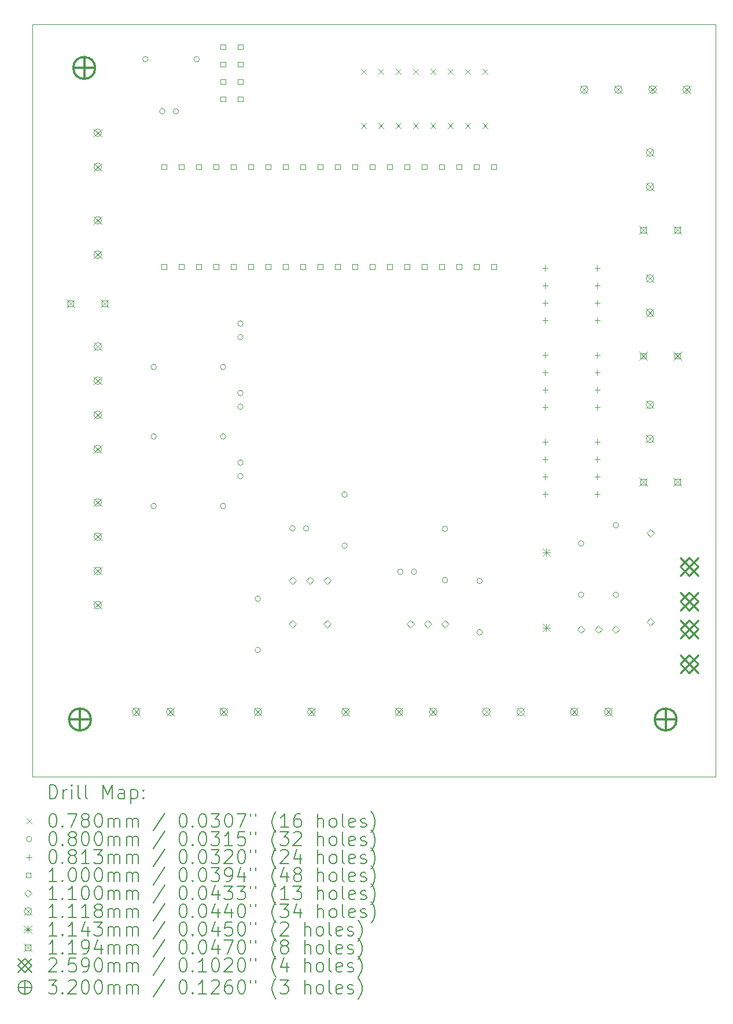
<source format=gbr>
%TF.GenerationSoftware,KiCad,Pcbnew,7.0.9*%
%TF.CreationDate,2024-02-26T13:17:16+02:00*%
%TF.ProjectId,kikad_project,6b696b61-645f-4707-926f-6a6563742e6b,rev?*%
%TF.SameCoordinates,Original*%
%TF.FileFunction,Drillmap*%
%TF.FilePolarity,Positive*%
%FSLAX45Y45*%
G04 Gerber Fmt 4.5, Leading zero omitted, Abs format (unit mm)*
G04 Created by KiCad (PCBNEW 7.0.9) date 2024-02-26 13:17:16*
%MOMM*%
%LPD*%
G01*
G04 APERTURE LIST*
%ADD10C,0.100000*%
%ADD11C,0.200000*%
%ADD12C,0.110000*%
%ADD13C,0.111760*%
%ADD14C,0.114300*%
%ADD15C,0.119380*%
%ADD16C,0.259000*%
%ADD17C,0.320000*%
G04 APERTURE END LIST*
D10*
X0Y0D02*
X10000000Y0D01*
X10000000Y-11000000D01*
X0Y-11000000D01*
X0Y0D01*
D11*
D10*
X4812400Y-647000D02*
X4890400Y-725000D01*
X4890400Y-647000D02*
X4812400Y-725000D01*
X4812400Y-1441000D02*
X4890400Y-1519000D01*
X4890400Y-1441000D02*
X4812400Y-1519000D01*
X5066400Y-647000D02*
X5144400Y-725000D01*
X5144400Y-647000D02*
X5066400Y-725000D01*
X5066400Y-1441000D02*
X5144400Y-1519000D01*
X5144400Y-1441000D02*
X5066400Y-1519000D01*
X5320400Y-647000D02*
X5398400Y-725000D01*
X5398400Y-647000D02*
X5320400Y-725000D01*
X5320400Y-1441000D02*
X5398400Y-1519000D01*
X5398400Y-1441000D02*
X5320400Y-1519000D01*
X5574400Y-647000D02*
X5652400Y-725000D01*
X5652400Y-647000D02*
X5574400Y-725000D01*
X5574400Y-1441000D02*
X5652400Y-1519000D01*
X5652400Y-1441000D02*
X5574400Y-1519000D01*
X5828400Y-647000D02*
X5906400Y-725000D01*
X5906400Y-647000D02*
X5828400Y-725000D01*
X5828400Y-1441000D02*
X5906400Y-1519000D01*
X5906400Y-1441000D02*
X5828400Y-1519000D01*
X6082400Y-647000D02*
X6160400Y-725000D01*
X6160400Y-647000D02*
X6082400Y-725000D01*
X6082400Y-1441000D02*
X6160400Y-1519000D01*
X6160400Y-1441000D02*
X6082400Y-1519000D01*
X6336400Y-647000D02*
X6414400Y-725000D01*
X6414400Y-647000D02*
X6336400Y-725000D01*
X6336400Y-1441000D02*
X6414400Y-1519000D01*
X6414400Y-1441000D02*
X6336400Y-1519000D01*
X6590400Y-647000D02*
X6668400Y-725000D01*
X6668400Y-647000D02*
X6590400Y-725000D01*
X6590400Y-1441000D02*
X6668400Y-1519000D01*
X6668400Y-1441000D02*
X6590400Y-1519000D01*
X1697000Y-508000D02*
G75*
G03*
X1697000Y-508000I-40000J0D01*
G01*
X1818000Y-5007000D02*
G75*
G03*
X1818000Y-5007000I-40000J0D01*
G01*
X1818000Y-6023000D02*
G75*
G03*
X1818000Y-6023000I-40000J0D01*
G01*
X1818000Y-7039000D02*
G75*
G03*
X1818000Y-7039000I-40000J0D01*
G01*
X1945000Y-1270000D02*
G75*
G03*
X1945000Y-1270000I-40000J0D01*
G01*
X2145000Y-1270000D02*
G75*
G03*
X2145000Y-1270000I-40000J0D01*
G01*
X2447000Y-508000D02*
G75*
G03*
X2447000Y-508000I-40000J0D01*
G01*
X2834000Y-5007000D02*
G75*
G03*
X2834000Y-5007000I-40000J0D01*
G01*
X2834000Y-6023000D02*
G75*
G03*
X2834000Y-6023000I-40000J0D01*
G01*
X2834000Y-7039000D02*
G75*
G03*
X2834000Y-7039000I-40000J0D01*
G01*
X3088000Y-4372000D02*
G75*
G03*
X3088000Y-4372000I-40000J0D01*
G01*
X3088000Y-4572000D02*
G75*
G03*
X3088000Y-4572000I-40000J0D01*
G01*
X3088000Y-5388000D02*
G75*
G03*
X3088000Y-5388000I-40000J0D01*
G01*
X3088000Y-5588000D02*
G75*
G03*
X3088000Y-5588000I-40000J0D01*
G01*
X3088000Y-6404000D02*
G75*
G03*
X3088000Y-6404000I-40000J0D01*
G01*
X3088000Y-6604000D02*
G75*
G03*
X3088000Y-6604000I-40000J0D01*
G01*
X3342000Y-8394000D02*
G75*
G03*
X3342000Y-8394000I-40000J0D01*
G01*
X3342000Y-9144000D02*
G75*
G03*
X3342000Y-9144000I-40000J0D01*
G01*
X3850000Y-7366000D02*
G75*
G03*
X3850000Y-7366000I-40000J0D01*
G01*
X4050000Y-7366000D02*
G75*
G03*
X4050000Y-7366000I-40000J0D01*
G01*
X4612000Y-6870000D02*
G75*
G03*
X4612000Y-6870000I-40000J0D01*
G01*
X4612000Y-7620000D02*
G75*
G03*
X4612000Y-7620000I-40000J0D01*
G01*
X5428000Y-8001000D02*
G75*
G03*
X5428000Y-8001000I-40000J0D01*
G01*
X5628000Y-8001000D02*
G75*
G03*
X5628000Y-8001000I-40000J0D01*
G01*
X6082000Y-7372000D02*
G75*
G03*
X6082000Y-7372000I-40000J0D01*
G01*
X6082000Y-8122000D02*
G75*
G03*
X6082000Y-8122000I-40000J0D01*
G01*
X6590000Y-8134000D02*
G75*
G03*
X6590000Y-8134000I-40000J0D01*
G01*
X6590000Y-8884000D02*
G75*
G03*
X6590000Y-8884000I-40000J0D01*
G01*
X8074000Y-7586000D02*
G75*
G03*
X8074000Y-7586000I-40000J0D01*
G01*
X8074000Y-8336000D02*
G75*
G03*
X8074000Y-8336000I-40000J0D01*
G01*
X8582000Y-7320000D02*
G75*
G03*
X8582000Y-7320000I-40000J0D01*
G01*
X8582000Y-8336000D02*
G75*
G03*
X8582000Y-8336000I-40000J0D01*
G01*
X7509000Y-3519360D02*
X7509000Y-3600640D01*
X7468360Y-3560000D02*
X7549640Y-3560000D01*
X7509000Y-3773360D02*
X7509000Y-3854640D01*
X7468360Y-3814000D02*
X7549640Y-3814000D01*
X7509000Y-4027360D02*
X7509000Y-4108640D01*
X7468360Y-4068000D02*
X7549640Y-4068000D01*
X7509000Y-4281360D02*
X7509000Y-4362640D01*
X7468360Y-4322000D02*
X7549640Y-4322000D01*
X7509000Y-4789360D02*
X7509000Y-4870640D01*
X7468360Y-4830000D02*
X7549640Y-4830000D01*
X7509000Y-5043360D02*
X7509000Y-5124640D01*
X7468360Y-5084000D02*
X7549640Y-5084000D01*
X7509000Y-5297360D02*
X7509000Y-5378640D01*
X7468360Y-5338000D02*
X7549640Y-5338000D01*
X7509000Y-5551360D02*
X7509000Y-5632640D01*
X7468360Y-5592000D02*
X7549640Y-5592000D01*
X7509000Y-6059360D02*
X7509000Y-6140640D01*
X7468360Y-6100000D02*
X7549640Y-6100000D01*
X7509000Y-6313360D02*
X7509000Y-6394640D01*
X7468360Y-6354000D02*
X7549640Y-6354000D01*
X7509000Y-6567360D02*
X7509000Y-6648640D01*
X7468360Y-6608000D02*
X7549640Y-6608000D01*
X7509000Y-6821360D02*
X7509000Y-6902640D01*
X7468360Y-6862000D02*
X7549640Y-6862000D01*
X8271000Y-3519360D02*
X8271000Y-3600640D01*
X8230360Y-3560000D02*
X8311640Y-3560000D01*
X8271000Y-3773360D02*
X8271000Y-3854640D01*
X8230360Y-3814000D02*
X8311640Y-3814000D01*
X8271000Y-4027360D02*
X8271000Y-4108640D01*
X8230360Y-4068000D02*
X8311640Y-4068000D01*
X8271000Y-4281360D02*
X8271000Y-4362640D01*
X8230360Y-4322000D02*
X8311640Y-4322000D01*
X8271000Y-4789360D02*
X8271000Y-4870640D01*
X8230360Y-4830000D02*
X8311640Y-4830000D01*
X8271000Y-5043360D02*
X8271000Y-5124640D01*
X8230360Y-5084000D02*
X8311640Y-5084000D01*
X8271000Y-5297360D02*
X8271000Y-5378640D01*
X8230360Y-5338000D02*
X8311640Y-5338000D01*
X8271000Y-5551360D02*
X8271000Y-5632640D01*
X8230360Y-5592000D02*
X8311640Y-5592000D01*
X8271000Y-6059360D02*
X8271000Y-6140640D01*
X8230360Y-6100000D02*
X8311640Y-6100000D01*
X8271000Y-6313360D02*
X8271000Y-6394640D01*
X8230360Y-6354000D02*
X8311640Y-6354000D01*
X8271000Y-6567360D02*
X8271000Y-6648640D01*
X8230360Y-6608000D02*
X8311640Y-6608000D01*
X8271000Y-6821360D02*
X8271000Y-6902640D01*
X8230360Y-6862000D02*
X8311640Y-6862000D01*
X1965756Y-2118156D02*
X1965756Y-2047444D01*
X1895044Y-2047444D01*
X1895044Y-2118156D01*
X1965756Y-2118156D01*
X1965756Y-3575656D02*
X1965756Y-3504944D01*
X1895044Y-3504944D01*
X1895044Y-3575656D01*
X1965756Y-3575656D01*
X2219756Y-2118156D02*
X2219756Y-2047444D01*
X2149044Y-2047444D01*
X2149044Y-2118156D01*
X2219756Y-2118156D01*
X2219756Y-3575656D02*
X2219756Y-3504944D01*
X2149044Y-3504944D01*
X2149044Y-3575656D01*
X2219756Y-3575656D01*
X2473756Y-2118156D02*
X2473756Y-2047444D01*
X2403044Y-2047444D01*
X2403044Y-2118156D01*
X2473756Y-2118156D01*
X2473756Y-3575656D02*
X2473756Y-3504944D01*
X2403044Y-3504944D01*
X2403044Y-3575656D01*
X2473756Y-3575656D01*
X2727756Y-2118156D02*
X2727756Y-2047444D01*
X2657044Y-2047444D01*
X2657044Y-2118156D01*
X2727756Y-2118156D01*
X2727756Y-3575656D02*
X2727756Y-3504944D01*
X2657044Y-3504944D01*
X2657044Y-3575656D01*
X2727756Y-3575656D01*
X2829356Y-361856D02*
X2829356Y-291144D01*
X2758644Y-291144D01*
X2758644Y-361856D01*
X2829356Y-361856D01*
X2829356Y-615856D02*
X2829356Y-545144D01*
X2758644Y-545144D01*
X2758644Y-615856D01*
X2829356Y-615856D01*
X2829356Y-869856D02*
X2829356Y-799144D01*
X2758644Y-799144D01*
X2758644Y-869856D01*
X2829356Y-869856D01*
X2829356Y-1123856D02*
X2829356Y-1053144D01*
X2758644Y-1053144D01*
X2758644Y-1123856D01*
X2829356Y-1123856D01*
X2981756Y-2118156D02*
X2981756Y-2047444D01*
X2911044Y-2047444D01*
X2911044Y-2118156D01*
X2981756Y-2118156D01*
X2981756Y-3575656D02*
X2981756Y-3504944D01*
X2911044Y-3504944D01*
X2911044Y-3575656D01*
X2981756Y-3575656D01*
X3083356Y-361856D02*
X3083356Y-291144D01*
X3012644Y-291144D01*
X3012644Y-361856D01*
X3083356Y-361856D01*
X3083356Y-615856D02*
X3083356Y-545144D01*
X3012644Y-545144D01*
X3012644Y-615856D01*
X3083356Y-615856D01*
X3083356Y-869856D02*
X3083356Y-799144D01*
X3012644Y-799144D01*
X3012644Y-869856D01*
X3083356Y-869856D01*
X3083356Y-1123856D02*
X3083356Y-1053144D01*
X3012644Y-1053144D01*
X3012644Y-1123856D01*
X3083356Y-1123856D01*
X3235756Y-2118156D02*
X3235756Y-2047444D01*
X3165044Y-2047444D01*
X3165044Y-2118156D01*
X3235756Y-2118156D01*
X3235756Y-3575656D02*
X3235756Y-3504944D01*
X3165044Y-3504944D01*
X3165044Y-3575656D01*
X3235756Y-3575656D01*
X3489756Y-2118156D02*
X3489756Y-2047444D01*
X3419044Y-2047444D01*
X3419044Y-2118156D01*
X3489756Y-2118156D01*
X3489756Y-3575656D02*
X3489756Y-3504944D01*
X3419044Y-3504944D01*
X3419044Y-3575656D01*
X3489756Y-3575656D01*
X3743756Y-2118156D02*
X3743756Y-2047444D01*
X3673044Y-2047444D01*
X3673044Y-2118156D01*
X3743756Y-2118156D01*
X3743756Y-3575656D02*
X3743756Y-3504944D01*
X3673044Y-3504944D01*
X3673044Y-3575656D01*
X3743756Y-3575656D01*
X3997756Y-2118156D02*
X3997756Y-2047444D01*
X3927044Y-2047444D01*
X3927044Y-2118156D01*
X3997756Y-2118156D01*
X3997756Y-3575656D02*
X3997756Y-3504944D01*
X3927044Y-3504944D01*
X3927044Y-3575656D01*
X3997756Y-3575656D01*
X4251756Y-2118156D02*
X4251756Y-2047444D01*
X4181044Y-2047444D01*
X4181044Y-2118156D01*
X4251756Y-2118156D01*
X4251756Y-3575656D02*
X4251756Y-3504944D01*
X4181044Y-3504944D01*
X4181044Y-3575656D01*
X4251756Y-3575656D01*
X4505756Y-2118156D02*
X4505756Y-2047444D01*
X4435044Y-2047444D01*
X4435044Y-2118156D01*
X4505756Y-2118156D01*
X4505756Y-3575656D02*
X4505756Y-3504944D01*
X4435044Y-3504944D01*
X4435044Y-3575656D01*
X4505756Y-3575656D01*
X4759756Y-2118156D02*
X4759756Y-2047444D01*
X4689044Y-2047444D01*
X4689044Y-2118156D01*
X4759756Y-2118156D01*
X4759756Y-3575656D02*
X4759756Y-3504944D01*
X4689044Y-3504944D01*
X4689044Y-3575656D01*
X4759756Y-3575656D01*
X5013756Y-2118156D02*
X5013756Y-2047444D01*
X4943044Y-2047444D01*
X4943044Y-2118156D01*
X5013756Y-2118156D01*
X5013756Y-3575656D02*
X5013756Y-3504944D01*
X4943044Y-3504944D01*
X4943044Y-3575656D01*
X5013756Y-3575656D01*
X5267756Y-2118156D02*
X5267756Y-2047444D01*
X5197044Y-2047444D01*
X5197044Y-2118156D01*
X5267756Y-2118156D01*
X5267756Y-3575656D02*
X5267756Y-3504944D01*
X5197044Y-3504944D01*
X5197044Y-3575656D01*
X5267756Y-3575656D01*
X5521756Y-2118156D02*
X5521756Y-2047444D01*
X5451044Y-2047444D01*
X5451044Y-2118156D01*
X5521756Y-2118156D01*
X5521756Y-3575656D02*
X5521756Y-3504944D01*
X5451044Y-3504944D01*
X5451044Y-3575656D01*
X5521756Y-3575656D01*
X5775756Y-2118156D02*
X5775756Y-2047444D01*
X5705044Y-2047444D01*
X5705044Y-2118156D01*
X5775756Y-2118156D01*
X5775756Y-3575656D02*
X5775756Y-3504944D01*
X5705044Y-3504944D01*
X5705044Y-3575656D01*
X5775756Y-3575656D01*
X6029756Y-2118156D02*
X6029756Y-2047444D01*
X5959044Y-2047444D01*
X5959044Y-2118156D01*
X6029756Y-2118156D01*
X6029756Y-3575656D02*
X6029756Y-3504944D01*
X5959044Y-3504944D01*
X5959044Y-3575656D01*
X6029756Y-3575656D01*
X6283756Y-2118156D02*
X6283756Y-2047444D01*
X6213044Y-2047444D01*
X6213044Y-2118156D01*
X6283756Y-2118156D01*
X6283756Y-3575656D02*
X6283756Y-3504944D01*
X6213044Y-3504944D01*
X6213044Y-3575656D01*
X6283756Y-3575656D01*
X6537756Y-2118156D02*
X6537756Y-2047444D01*
X6467044Y-2047444D01*
X6467044Y-2118156D01*
X6537756Y-2118156D01*
X6537756Y-3575656D02*
X6537756Y-3504944D01*
X6467044Y-3504944D01*
X6467044Y-3575656D01*
X6537756Y-3575656D01*
X6791756Y-2118156D02*
X6791756Y-2047444D01*
X6721044Y-2047444D01*
X6721044Y-2118156D01*
X6791756Y-2118156D01*
X6791756Y-3575656D02*
X6791756Y-3504944D01*
X6721044Y-3504944D01*
X6721044Y-3575656D01*
X6791756Y-3575656D01*
D12*
X3810000Y-8183000D02*
X3865000Y-8128000D01*
X3810000Y-8073000D01*
X3755000Y-8128000D01*
X3810000Y-8183000D01*
X3810000Y-8818000D02*
X3865000Y-8763000D01*
X3810000Y-8708000D01*
X3755000Y-8763000D01*
X3810000Y-8818000D01*
X4064000Y-8183000D02*
X4119000Y-8128000D01*
X4064000Y-8073000D01*
X4009000Y-8128000D01*
X4064000Y-8183000D01*
X4318000Y-8183000D02*
X4373000Y-8128000D01*
X4318000Y-8073000D01*
X4263000Y-8128000D01*
X4318000Y-8183000D01*
X4318000Y-8818000D02*
X4373000Y-8763000D01*
X4318000Y-8708000D01*
X4263000Y-8763000D01*
X4318000Y-8818000D01*
X5534000Y-8818000D02*
X5589000Y-8763000D01*
X5534000Y-8708000D01*
X5479000Y-8763000D01*
X5534000Y-8818000D01*
X5788000Y-8818000D02*
X5843000Y-8763000D01*
X5788000Y-8708000D01*
X5733000Y-8763000D01*
X5788000Y-8818000D01*
X6042000Y-8818000D02*
X6097000Y-8763000D01*
X6042000Y-8708000D01*
X5987000Y-8763000D01*
X6042000Y-8818000D01*
X8034000Y-8899000D02*
X8089000Y-8844000D01*
X8034000Y-8789000D01*
X7979000Y-8844000D01*
X8034000Y-8899000D01*
X8288000Y-8899000D02*
X8343000Y-8844000D01*
X8288000Y-8789000D01*
X8233000Y-8844000D01*
X8288000Y-8899000D01*
X8542000Y-8899000D02*
X8597000Y-8844000D01*
X8542000Y-8789000D01*
X8487000Y-8844000D01*
X8542000Y-8899000D01*
X9050000Y-7487000D02*
X9105000Y-7432000D01*
X9050000Y-7377000D01*
X8995000Y-7432000D01*
X9050000Y-7487000D01*
X9050000Y-8787000D02*
X9105000Y-8732000D01*
X9050000Y-8677000D01*
X8995000Y-8732000D01*
X9050000Y-8787000D01*
D13*
X904120Y-1526120D02*
X1015880Y-1637880D01*
X1015880Y-1526120D02*
X904120Y-1637880D01*
X1015880Y-1582000D02*
G75*
G03*
X1015880Y-1582000I-55880J0D01*
G01*
X904120Y-2026120D02*
X1015880Y-2137880D01*
X1015880Y-2026120D02*
X904120Y-2137880D01*
X1015880Y-2082000D02*
G75*
G03*
X1015880Y-2082000I-55880J0D01*
G01*
X904120Y-2808120D02*
X1015880Y-2919880D01*
X1015880Y-2808120D02*
X904120Y-2919880D01*
X1015880Y-2864000D02*
G75*
G03*
X1015880Y-2864000I-55880J0D01*
G01*
X904120Y-3308120D02*
X1015880Y-3419880D01*
X1015880Y-3308120D02*
X904120Y-3419880D01*
X1015880Y-3364000D02*
G75*
G03*
X1015880Y-3364000I-55880J0D01*
G01*
X904120Y-4650120D02*
X1015880Y-4761880D01*
X1015880Y-4650120D02*
X904120Y-4761880D01*
X1015880Y-4706000D02*
G75*
G03*
X1015880Y-4706000I-55880J0D01*
G01*
X904120Y-5150120D02*
X1015880Y-5261880D01*
X1015880Y-5150120D02*
X904120Y-5261880D01*
X1015880Y-5206000D02*
G75*
G03*
X1015880Y-5206000I-55880J0D01*
G01*
X904120Y-5650120D02*
X1015880Y-5761880D01*
X1015880Y-5650120D02*
X904120Y-5761880D01*
X1015880Y-5706000D02*
G75*
G03*
X1015880Y-5706000I-55880J0D01*
G01*
X904120Y-6150120D02*
X1015880Y-6261880D01*
X1015880Y-6150120D02*
X904120Y-6261880D01*
X1015880Y-6206000D02*
G75*
G03*
X1015880Y-6206000I-55880J0D01*
G01*
X904120Y-6931120D02*
X1015880Y-7042880D01*
X1015880Y-6931120D02*
X904120Y-7042880D01*
X1015880Y-6987000D02*
G75*
G03*
X1015880Y-6987000I-55880J0D01*
G01*
X904120Y-7431120D02*
X1015880Y-7542880D01*
X1015880Y-7431120D02*
X904120Y-7542880D01*
X1015880Y-7487000D02*
G75*
G03*
X1015880Y-7487000I-55880J0D01*
G01*
X904120Y-7931120D02*
X1015880Y-8042880D01*
X1015880Y-7931120D02*
X904120Y-8042880D01*
X1015880Y-7987000D02*
G75*
G03*
X1015880Y-7987000I-55880J0D01*
G01*
X904120Y-8431120D02*
X1015880Y-8542880D01*
X1015880Y-8431120D02*
X904120Y-8542880D01*
X1015880Y-8487000D02*
G75*
G03*
X1015880Y-8487000I-55880J0D01*
G01*
X1465610Y-9992120D02*
X1577370Y-10103880D01*
X1577370Y-9992120D02*
X1465610Y-10103880D01*
X1577370Y-10048000D02*
G75*
G03*
X1577370Y-10048000I-55880J0D01*
G01*
X1965610Y-9992120D02*
X2077370Y-10103880D01*
X2077370Y-9992120D02*
X1965610Y-10103880D01*
X2077370Y-10048000D02*
G75*
G03*
X2077370Y-10048000I-55880J0D01*
G01*
X2747610Y-9992120D02*
X2859370Y-10103880D01*
X2859370Y-9992120D02*
X2747610Y-10103880D01*
X2859370Y-10048000D02*
G75*
G03*
X2859370Y-10048000I-55880J0D01*
G01*
X3247610Y-9992120D02*
X3359370Y-10103880D01*
X3359370Y-9992120D02*
X3247610Y-10103880D01*
X3359370Y-10048000D02*
G75*
G03*
X3359370Y-10048000I-55880J0D01*
G01*
X4029610Y-9992120D02*
X4141370Y-10103880D01*
X4141370Y-9992120D02*
X4029610Y-10103880D01*
X4141370Y-10048000D02*
G75*
G03*
X4141370Y-10048000I-55880J0D01*
G01*
X4529610Y-9992120D02*
X4641370Y-10103880D01*
X4641370Y-9992120D02*
X4529610Y-10103880D01*
X4641370Y-10048000D02*
G75*
G03*
X4641370Y-10048000I-55880J0D01*
G01*
X5312610Y-9992120D02*
X5424370Y-10103880D01*
X5424370Y-9992120D02*
X5312610Y-10103880D01*
X5424370Y-10048000D02*
G75*
G03*
X5424370Y-10048000I-55880J0D01*
G01*
X5812610Y-9992120D02*
X5924370Y-10103880D01*
X5924370Y-9992120D02*
X5812610Y-10103880D01*
X5924370Y-10048000D02*
G75*
G03*
X5924370Y-10048000I-55880J0D01*
G01*
X6593610Y-9992120D02*
X6705370Y-10103880D01*
X6705370Y-9992120D02*
X6593610Y-10103880D01*
X6705370Y-10048000D02*
G75*
G03*
X6705370Y-10048000I-55880J0D01*
G01*
X7093610Y-9992120D02*
X7205370Y-10103880D01*
X7205370Y-9992120D02*
X7093610Y-10103880D01*
X7205370Y-10048000D02*
G75*
G03*
X7205370Y-10048000I-55880J0D01*
G01*
X7876610Y-9992120D02*
X7988370Y-10103880D01*
X7988370Y-9992120D02*
X7876610Y-10103880D01*
X7988370Y-10048000D02*
G75*
G03*
X7988370Y-10048000I-55880J0D01*
G01*
X8023120Y-895120D02*
X8134880Y-1006880D01*
X8134880Y-895120D02*
X8023120Y-1006880D01*
X8134880Y-951000D02*
G75*
G03*
X8134880Y-951000I-55880J0D01*
G01*
X8376610Y-9992120D02*
X8488370Y-10103880D01*
X8488370Y-9992120D02*
X8376610Y-10103880D01*
X8488370Y-10048000D02*
G75*
G03*
X8488370Y-10048000I-55880J0D01*
G01*
X8523120Y-895120D02*
X8634880Y-1006880D01*
X8634880Y-895120D02*
X8523120Y-1006880D01*
X8634880Y-951000D02*
G75*
G03*
X8634880Y-951000I-55880J0D01*
G01*
X8986120Y-1814630D02*
X9097880Y-1926390D01*
X9097880Y-1814630D02*
X8986120Y-1926390D01*
X9097880Y-1870510D02*
G75*
G03*
X9097880Y-1870510I-55880J0D01*
G01*
X8986120Y-2314630D02*
X9097880Y-2426390D01*
X9097880Y-2314630D02*
X8986120Y-2426390D01*
X9097880Y-2370510D02*
G75*
G03*
X9097880Y-2370510I-55880J0D01*
G01*
X8986120Y-3657630D02*
X9097880Y-3769390D01*
X9097880Y-3657630D02*
X8986120Y-3769390D01*
X9097880Y-3713510D02*
G75*
G03*
X9097880Y-3713510I-55880J0D01*
G01*
X8986120Y-4157630D02*
X9097880Y-4269390D01*
X9097880Y-4157630D02*
X8986120Y-4269390D01*
X9097880Y-4213510D02*
G75*
G03*
X9097880Y-4213510I-55880J0D01*
G01*
X8986120Y-5501630D02*
X9097880Y-5613390D01*
X9097880Y-5501630D02*
X8986120Y-5613390D01*
X9097880Y-5557510D02*
G75*
G03*
X9097880Y-5557510I-55880J0D01*
G01*
X8986120Y-6001630D02*
X9097880Y-6113390D01*
X9097880Y-6001630D02*
X8986120Y-6113390D01*
X9097880Y-6057510D02*
G75*
G03*
X9097880Y-6057510I-55880J0D01*
G01*
X9023120Y-895120D02*
X9134880Y-1006880D01*
X9134880Y-895120D02*
X9023120Y-1006880D01*
X9134880Y-951000D02*
G75*
G03*
X9134880Y-951000I-55880J0D01*
G01*
X9523120Y-895120D02*
X9634880Y-1006880D01*
X9634880Y-895120D02*
X9523120Y-1006880D01*
X9634880Y-951000D02*
G75*
G03*
X9634880Y-951000I-55880J0D01*
G01*
D14*
X7468850Y-7659090D02*
X7583150Y-7773390D01*
X7583150Y-7659090D02*
X7468850Y-7773390D01*
X7526000Y-7659090D02*
X7526000Y-7773390D01*
X7468850Y-7716240D02*
X7583150Y-7716240D01*
X7468850Y-8758910D02*
X7583150Y-8873210D01*
X7583150Y-8758910D02*
X7468850Y-8873210D01*
X7526000Y-8758910D02*
X7526000Y-8873210D01*
X7468850Y-8816060D02*
X7583150Y-8816060D01*
D15*
X500310Y-4015310D02*
X619690Y-4134690D01*
X619690Y-4015310D02*
X500310Y-4134690D01*
X602208Y-4117207D02*
X602208Y-4032792D01*
X517792Y-4032792D01*
X517792Y-4117207D01*
X602208Y-4117207D01*
X1000310Y-4015310D02*
X1119690Y-4134690D01*
X1119690Y-4015310D02*
X1000310Y-4134690D01*
X1102208Y-4117207D02*
X1102208Y-4032792D01*
X1017792Y-4032792D01*
X1017792Y-4117207D01*
X1102208Y-4117207D01*
X8882310Y-2941310D02*
X9001690Y-3060690D01*
X9001690Y-2941310D02*
X8882310Y-3060690D01*
X8984208Y-3043208D02*
X8984208Y-2958792D01*
X8899792Y-2958792D01*
X8899792Y-3043208D01*
X8984208Y-3043208D01*
X8882310Y-4785310D02*
X9001690Y-4904690D01*
X9001690Y-4785310D02*
X8882310Y-4904690D01*
X8984208Y-4887208D02*
X8984208Y-4802792D01*
X8899792Y-4802792D01*
X8899792Y-4887208D01*
X8984208Y-4887208D01*
X8882310Y-6629310D02*
X9001690Y-6748690D01*
X9001690Y-6629310D02*
X8882310Y-6748690D01*
X8984208Y-6731208D02*
X8984208Y-6646792D01*
X8899792Y-6646792D01*
X8899792Y-6731208D01*
X8984208Y-6731208D01*
X9382310Y-2941310D02*
X9501690Y-3060690D01*
X9501690Y-2941310D02*
X9382310Y-3060690D01*
X9484208Y-3043208D02*
X9484208Y-2958792D01*
X9399792Y-2958792D01*
X9399792Y-3043208D01*
X9484208Y-3043208D01*
X9382310Y-4785310D02*
X9501690Y-4904690D01*
X9501690Y-4785310D02*
X9382310Y-4904690D01*
X9484208Y-4887208D02*
X9484208Y-4802792D01*
X9399792Y-4802792D01*
X9399792Y-4887208D01*
X9484208Y-4887208D01*
X9382310Y-6629310D02*
X9501690Y-6748690D01*
X9501690Y-6629310D02*
X9382310Y-6748690D01*
X9484208Y-6731208D02*
X9484208Y-6646792D01*
X9399792Y-6646792D01*
X9399792Y-6731208D01*
X9484208Y-6731208D01*
D16*
X9485500Y-7795500D02*
X9744500Y-8054500D01*
X9744500Y-7795500D02*
X9485500Y-8054500D01*
X9615000Y-8054500D02*
X9744500Y-7925000D01*
X9615000Y-7795500D01*
X9485500Y-7925000D01*
X9615000Y-8054500D01*
X9485500Y-8303500D02*
X9744500Y-8562500D01*
X9744500Y-8303500D02*
X9485500Y-8562500D01*
X9615000Y-8562500D02*
X9744500Y-8433000D01*
X9615000Y-8303500D01*
X9485500Y-8433000D01*
X9615000Y-8562500D01*
X9485500Y-8709500D02*
X9744500Y-8968500D01*
X9744500Y-8709500D02*
X9485500Y-8968500D01*
X9615000Y-8968500D02*
X9744500Y-8839000D01*
X9615000Y-8709500D01*
X9485500Y-8839000D01*
X9615000Y-8968500D01*
X9485500Y-9217500D02*
X9744500Y-9476500D01*
X9744500Y-9217500D02*
X9485500Y-9476500D01*
X9615000Y-9476500D02*
X9744500Y-9347000D01*
X9615000Y-9217500D01*
X9485500Y-9347000D01*
X9615000Y-9476500D01*
D17*
X700000Y-10000000D02*
X700000Y-10320000D01*
X540000Y-10160000D02*
X860000Y-10160000D01*
X860000Y-10160000D02*
G75*
G03*
X860000Y-10160000I-160000J0D01*
G01*
X762000Y-475000D02*
X762000Y-795000D01*
X602000Y-635000D02*
X922000Y-635000D01*
X922000Y-635000D02*
G75*
G03*
X922000Y-635000I-160000J0D01*
G01*
X9271000Y-10000000D02*
X9271000Y-10320000D01*
X9111000Y-10160000D02*
X9431000Y-10160000D01*
X9431000Y-10160000D02*
G75*
G03*
X9431000Y-10160000I-160000J0D01*
G01*
D11*
X255777Y-11316484D02*
X255777Y-11116484D01*
X255777Y-11116484D02*
X303396Y-11116484D01*
X303396Y-11116484D02*
X331967Y-11126008D01*
X331967Y-11126008D02*
X351015Y-11145055D01*
X351015Y-11145055D02*
X360539Y-11164103D01*
X360539Y-11164103D02*
X370062Y-11202198D01*
X370062Y-11202198D02*
X370062Y-11230769D01*
X370062Y-11230769D02*
X360539Y-11268865D01*
X360539Y-11268865D02*
X351015Y-11287912D01*
X351015Y-11287912D02*
X331967Y-11306960D01*
X331967Y-11306960D02*
X303396Y-11316484D01*
X303396Y-11316484D02*
X255777Y-11316484D01*
X455777Y-11316484D02*
X455777Y-11183150D01*
X455777Y-11221246D02*
X465301Y-11202198D01*
X465301Y-11202198D02*
X474824Y-11192674D01*
X474824Y-11192674D02*
X493872Y-11183150D01*
X493872Y-11183150D02*
X512920Y-11183150D01*
X579586Y-11316484D02*
X579586Y-11183150D01*
X579586Y-11116484D02*
X570063Y-11126008D01*
X570063Y-11126008D02*
X579586Y-11135531D01*
X579586Y-11135531D02*
X589110Y-11126008D01*
X589110Y-11126008D02*
X579586Y-11116484D01*
X579586Y-11116484D02*
X579586Y-11135531D01*
X703396Y-11316484D02*
X684348Y-11306960D01*
X684348Y-11306960D02*
X674824Y-11287912D01*
X674824Y-11287912D02*
X674824Y-11116484D01*
X808158Y-11316484D02*
X789110Y-11306960D01*
X789110Y-11306960D02*
X779586Y-11287912D01*
X779586Y-11287912D02*
X779586Y-11116484D01*
X1036729Y-11316484D02*
X1036729Y-11116484D01*
X1036729Y-11116484D02*
X1103396Y-11259341D01*
X1103396Y-11259341D02*
X1170063Y-11116484D01*
X1170063Y-11116484D02*
X1170063Y-11316484D01*
X1351015Y-11316484D02*
X1351015Y-11211722D01*
X1351015Y-11211722D02*
X1341491Y-11192674D01*
X1341491Y-11192674D02*
X1322444Y-11183150D01*
X1322444Y-11183150D02*
X1284348Y-11183150D01*
X1284348Y-11183150D02*
X1265301Y-11192674D01*
X1351015Y-11306960D02*
X1331967Y-11316484D01*
X1331967Y-11316484D02*
X1284348Y-11316484D01*
X1284348Y-11316484D02*
X1265301Y-11306960D01*
X1265301Y-11306960D02*
X1255777Y-11287912D01*
X1255777Y-11287912D02*
X1255777Y-11268865D01*
X1255777Y-11268865D02*
X1265301Y-11249817D01*
X1265301Y-11249817D02*
X1284348Y-11240293D01*
X1284348Y-11240293D02*
X1331967Y-11240293D01*
X1331967Y-11240293D02*
X1351015Y-11230769D01*
X1446253Y-11183150D02*
X1446253Y-11383150D01*
X1446253Y-11192674D02*
X1465301Y-11183150D01*
X1465301Y-11183150D02*
X1503396Y-11183150D01*
X1503396Y-11183150D02*
X1522443Y-11192674D01*
X1522443Y-11192674D02*
X1531967Y-11202198D01*
X1531967Y-11202198D02*
X1541491Y-11221246D01*
X1541491Y-11221246D02*
X1541491Y-11278388D01*
X1541491Y-11278388D02*
X1531967Y-11297436D01*
X1531967Y-11297436D02*
X1522443Y-11306960D01*
X1522443Y-11306960D02*
X1503396Y-11316484D01*
X1503396Y-11316484D02*
X1465301Y-11316484D01*
X1465301Y-11316484D02*
X1446253Y-11306960D01*
X1627205Y-11297436D02*
X1636729Y-11306960D01*
X1636729Y-11306960D02*
X1627205Y-11316484D01*
X1627205Y-11316484D02*
X1617682Y-11306960D01*
X1617682Y-11306960D02*
X1627205Y-11297436D01*
X1627205Y-11297436D02*
X1627205Y-11316484D01*
X1627205Y-11192674D02*
X1636729Y-11202198D01*
X1636729Y-11202198D02*
X1627205Y-11211722D01*
X1627205Y-11211722D02*
X1617682Y-11202198D01*
X1617682Y-11202198D02*
X1627205Y-11192674D01*
X1627205Y-11192674D02*
X1627205Y-11211722D01*
D10*
X-83000Y-11606000D02*
X-5000Y-11684000D01*
X-5000Y-11606000D02*
X-83000Y-11684000D01*
D11*
X293872Y-11536484D02*
X312920Y-11536484D01*
X312920Y-11536484D02*
X331967Y-11546008D01*
X331967Y-11546008D02*
X341491Y-11555531D01*
X341491Y-11555531D02*
X351015Y-11574579D01*
X351015Y-11574579D02*
X360539Y-11612674D01*
X360539Y-11612674D02*
X360539Y-11660293D01*
X360539Y-11660293D02*
X351015Y-11698388D01*
X351015Y-11698388D02*
X341491Y-11717436D01*
X341491Y-11717436D02*
X331967Y-11726960D01*
X331967Y-11726960D02*
X312920Y-11736484D01*
X312920Y-11736484D02*
X293872Y-11736484D01*
X293872Y-11736484D02*
X274824Y-11726960D01*
X274824Y-11726960D02*
X265301Y-11717436D01*
X265301Y-11717436D02*
X255777Y-11698388D01*
X255777Y-11698388D02*
X246253Y-11660293D01*
X246253Y-11660293D02*
X246253Y-11612674D01*
X246253Y-11612674D02*
X255777Y-11574579D01*
X255777Y-11574579D02*
X265301Y-11555531D01*
X265301Y-11555531D02*
X274824Y-11546008D01*
X274824Y-11546008D02*
X293872Y-11536484D01*
X446253Y-11717436D02*
X455777Y-11726960D01*
X455777Y-11726960D02*
X446253Y-11736484D01*
X446253Y-11736484D02*
X436729Y-11726960D01*
X436729Y-11726960D02*
X446253Y-11717436D01*
X446253Y-11717436D02*
X446253Y-11736484D01*
X522443Y-11536484D02*
X655777Y-11536484D01*
X655777Y-11536484D02*
X570063Y-11736484D01*
X760539Y-11622198D02*
X741491Y-11612674D01*
X741491Y-11612674D02*
X731967Y-11603150D01*
X731967Y-11603150D02*
X722443Y-11584103D01*
X722443Y-11584103D02*
X722443Y-11574579D01*
X722443Y-11574579D02*
X731967Y-11555531D01*
X731967Y-11555531D02*
X741491Y-11546008D01*
X741491Y-11546008D02*
X760539Y-11536484D01*
X760539Y-11536484D02*
X798634Y-11536484D01*
X798634Y-11536484D02*
X817682Y-11546008D01*
X817682Y-11546008D02*
X827205Y-11555531D01*
X827205Y-11555531D02*
X836729Y-11574579D01*
X836729Y-11574579D02*
X836729Y-11584103D01*
X836729Y-11584103D02*
X827205Y-11603150D01*
X827205Y-11603150D02*
X817682Y-11612674D01*
X817682Y-11612674D02*
X798634Y-11622198D01*
X798634Y-11622198D02*
X760539Y-11622198D01*
X760539Y-11622198D02*
X741491Y-11631722D01*
X741491Y-11631722D02*
X731967Y-11641246D01*
X731967Y-11641246D02*
X722443Y-11660293D01*
X722443Y-11660293D02*
X722443Y-11698388D01*
X722443Y-11698388D02*
X731967Y-11717436D01*
X731967Y-11717436D02*
X741491Y-11726960D01*
X741491Y-11726960D02*
X760539Y-11736484D01*
X760539Y-11736484D02*
X798634Y-11736484D01*
X798634Y-11736484D02*
X817682Y-11726960D01*
X817682Y-11726960D02*
X827205Y-11717436D01*
X827205Y-11717436D02*
X836729Y-11698388D01*
X836729Y-11698388D02*
X836729Y-11660293D01*
X836729Y-11660293D02*
X827205Y-11641246D01*
X827205Y-11641246D02*
X817682Y-11631722D01*
X817682Y-11631722D02*
X798634Y-11622198D01*
X960539Y-11536484D02*
X979586Y-11536484D01*
X979586Y-11536484D02*
X998634Y-11546008D01*
X998634Y-11546008D02*
X1008158Y-11555531D01*
X1008158Y-11555531D02*
X1017682Y-11574579D01*
X1017682Y-11574579D02*
X1027205Y-11612674D01*
X1027205Y-11612674D02*
X1027205Y-11660293D01*
X1027205Y-11660293D02*
X1017682Y-11698388D01*
X1017682Y-11698388D02*
X1008158Y-11717436D01*
X1008158Y-11717436D02*
X998634Y-11726960D01*
X998634Y-11726960D02*
X979586Y-11736484D01*
X979586Y-11736484D02*
X960539Y-11736484D01*
X960539Y-11736484D02*
X941491Y-11726960D01*
X941491Y-11726960D02*
X931967Y-11717436D01*
X931967Y-11717436D02*
X922443Y-11698388D01*
X922443Y-11698388D02*
X912920Y-11660293D01*
X912920Y-11660293D02*
X912920Y-11612674D01*
X912920Y-11612674D02*
X922443Y-11574579D01*
X922443Y-11574579D02*
X931967Y-11555531D01*
X931967Y-11555531D02*
X941491Y-11546008D01*
X941491Y-11546008D02*
X960539Y-11536484D01*
X1112920Y-11736484D02*
X1112920Y-11603150D01*
X1112920Y-11622198D02*
X1122444Y-11612674D01*
X1122444Y-11612674D02*
X1141491Y-11603150D01*
X1141491Y-11603150D02*
X1170063Y-11603150D01*
X1170063Y-11603150D02*
X1189110Y-11612674D01*
X1189110Y-11612674D02*
X1198634Y-11631722D01*
X1198634Y-11631722D02*
X1198634Y-11736484D01*
X1198634Y-11631722D02*
X1208158Y-11612674D01*
X1208158Y-11612674D02*
X1227205Y-11603150D01*
X1227205Y-11603150D02*
X1255777Y-11603150D01*
X1255777Y-11603150D02*
X1274825Y-11612674D01*
X1274825Y-11612674D02*
X1284348Y-11631722D01*
X1284348Y-11631722D02*
X1284348Y-11736484D01*
X1379586Y-11736484D02*
X1379586Y-11603150D01*
X1379586Y-11622198D02*
X1389110Y-11612674D01*
X1389110Y-11612674D02*
X1408158Y-11603150D01*
X1408158Y-11603150D02*
X1436729Y-11603150D01*
X1436729Y-11603150D02*
X1455777Y-11612674D01*
X1455777Y-11612674D02*
X1465301Y-11631722D01*
X1465301Y-11631722D02*
X1465301Y-11736484D01*
X1465301Y-11631722D02*
X1474824Y-11612674D01*
X1474824Y-11612674D02*
X1493872Y-11603150D01*
X1493872Y-11603150D02*
X1522443Y-11603150D01*
X1522443Y-11603150D02*
X1541491Y-11612674D01*
X1541491Y-11612674D02*
X1551015Y-11631722D01*
X1551015Y-11631722D02*
X1551015Y-11736484D01*
X1941491Y-11526960D02*
X1770063Y-11784103D01*
X2198634Y-11536484D02*
X2217682Y-11536484D01*
X2217682Y-11536484D02*
X2236729Y-11546008D01*
X2236729Y-11546008D02*
X2246253Y-11555531D01*
X2246253Y-11555531D02*
X2255777Y-11574579D01*
X2255777Y-11574579D02*
X2265301Y-11612674D01*
X2265301Y-11612674D02*
X2265301Y-11660293D01*
X2265301Y-11660293D02*
X2255777Y-11698388D01*
X2255777Y-11698388D02*
X2246253Y-11717436D01*
X2246253Y-11717436D02*
X2236729Y-11726960D01*
X2236729Y-11726960D02*
X2217682Y-11736484D01*
X2217682Y-11736484D02*
X2198634Y-11736484D01*
X2198634Y-11736484D02*
X2179587Y-11726960D01*
X2179587Y-11726960D02*
X2170063Y-11717436D01*
X2170063Y-11717436D02*
X2160539Y-11698388D01*
X2160539Y-11698388D02*
X2151015Y-11660293D01*
X2151015Y-11660293D02*
X2151015Y-11612674D01*
X2151015Y-11612674D02*
X2160539Y-11574579D01*
X2160539Y-11574579D02*
X2170063Y-11555531D01*
X2170063Y-11555531D02*
X2179587Y-11546008D01*
X2179587Y-11546008D02*
X2198634Y-11536484D01*
X2351015Y-11717436D02*
X2360539Y-11726960D01*
X2360539Y-11726960D02*
X2351015Y-11736484D01*
X2351015Y-11736484D02*
X2341491Y-11726960D01*
X2341491Y-11726960D02*
X2351015Y-11717436D01*
X2351015Y-11717436D02*
X2351015Y-11736484D01*
X2484348Y-11536484D02*
X2503396Y-11536484D01*
X2503396Y-11536484D02*
X2522444Y-11546008D01*
X2522444Y-11546008D02*
X2531968Y-11555531D01*
X2531968Y-11555531D02*
X2541491Y-11574579D01*
X2541491Y-11574579D02*
X2551015Y-11612674D01*
X2551015Y-11612674D02*
X2551015Y-11660293D01*
X2551015Y-11660293D02*
X2541491Y-11698388D01*
X2541491Y-11698388D02*
X2531968Y-11717436D01*
X2531968Y-11717436D02*
X2522444Y-11726960D01*
X2522444Y-11726960D02*
X2503396Y-11736484D01*
X2503396Y-11736484D02*
X2484348Y-11736484D01*
X2484348Y-11736484D02*
X2465301Y-11726960D01*
X2465301Y-11726960D02*
X2455777Y-11717436D01*
X2455777Y-11717436D02*
X2446253Y-11698388D01*
X2446253Y-11698388D02*
X2436729Y-11660293D01*
X2436729Y-11660293D02*
X2436729Y-11612674D01*
X2436729Y-11612674D02*
X2446253Y-11574579D01*
X2446253Y-11574579D02*
X2455777Y-11555531D01*
X2455777Y-11555531D02*
X2465301Y-11546008D01*
X2465301Y-11546008D02*
X2484348Y-11536484D01*
X2617682Y-11536484D02*
X2741491Y-11536484D01*
X2741491Y-11536484D02*
X2674825Y-11612674D01*
X2674825Y-11612674D02*
X2703396Y-11612674D01*
X2703396Y-11612674D02*
X2722444Y-11622198D01*
X2722444Y-11622198D02*
X2731968Y-11631722D01*
X2731968Y-11631722D02*
X2741491Y-11650769D01*
X2741491Y-11650769D02*
X2741491Y-11698388D01*
X2741491Y-11698388D02*
X2731968Y-11717436D01*
X2731968Y-11717436D02*
X2722444Y-11726960D01*
X2722444Y-11726960D02*
X2703396Y-11736484D01*
X2703396Y-11736484D02*
X2646253Y-11736484D01*
X2646253Y-11736484D02*
X2627206Y-11726960D01*
X2627206Y-11726960D02*
X2617682Y-11717436D01*
X2865301Y-11536484D02*
X2884348Y-11536484D01*
X2884348Y-11536484D02*
X2903396Y-11546008D01*
X2903396Y-11546008D02*
X2912920Y-11555531D01*
X2912920Y-11555531D02*
X2922444Y-11574579D01*
X2922444Y-11574579D02*
X2931967Y-11612674D01*
X2931967Y-11612674D02*
X2931967Y-11660293D01*
X2931967Y-11660293D02*
X2922444Y-11698388D01*
X2922444Y-11698388D02*
X2912920Y-11717436D01*
X2912920Y-11717436D02*
X2903396Y-11726960D01*
X2903396Y-11726960D02*
X2884348Y-11736484D01*
X2884348Y-11736484D02*
X2865301Y-11736484D01*
X2865301Y-11736484D02*
X2846253Y-11726960D01*
X2846253Y-11726960D02*
X2836729Y-11717436D01*
X2836729Y-11717436D02*
X2827206Y-11698388D01*
X2827206Y-11698388D02*
X2817682Y-11660293D01*
X2817682Y-11660293D02*
X2817682Y-11612674D01*
X2817682Y-11612674D02*
X2827206Y-11574579D01*
X2827206Y-11574579D02*
X2836729Y-11555531D01*
X2836729Y-11555531D02*
X2846253Y-11546008D01*
X2846253Y-11546008D02*
X2865301Y-11536484D01*
X2998634Y-11536484D02*
X3131967Y-11536484D01*
X3131967Y-11536484D02*
X3046253Y-11736484D01*
X3198634Y-11536484D02*
X3198634Y-11574579D01*
X3274825Y-11536484D02*
X3274825Y-11574579D01*
X3570063Y-11812674D02*
X3560539Y-11803150D01*
X3560539Y-11803150D02*
X3541491Y-11774579D01*
X3541491Y-11774579D02*
X3531968Y-11755531D01*
X3531968Y-11755531D02*
X3522444Y-11726960D01*
X3522444Y-11726960D02*
X3512920Y-11679341D01*
X3512920Y-11679341D02*
X3512920Y-11641246D01*
X3512920Y-11641246D02*
X3522444Y-11593627D01*
X3522444Y-11593627D02*
X3531968Y-11565055D01*
X3531968Y-11565055D02*
X3541491Y-11546008D01*
X3541491Y-11546008D02*
X3560539Y-11517436D01*
X3560539Y-11517436D02*
X3570063Y-11507912D01*
X3751015Y-11736484D02*
X3636729Y-11736484D01*
X3693872Y-11736484D02*
X3693872Y-11536484D01*
X3693872Y-11536484D02*
X3674825Y-11565055D01*
X3674825Y-11565055D02*
X3655777Y-11584103D01*
X3655777Y-11584103D02*
X3636729Y-11593627D01*
X3922444Y-11536484D02*
X3884348Y-11536484D01*
X3884348Y-11536484D02*
X3865301Y-11546008D01*
X3865301Y-11546008D02*
X3855777Y-11555531D01*
X3855777Y-11555531D02*
X3836729Y-11584103D01*
X3836729Y-11584103D02*
X3827206Y-11622198D01*
X3827206Y-11622198D02*
X3827206Y-11698388D01*
X3827206Y-11698388D02*
X3836729Y-11717436D01*
X3836729Y-11717436D02*
X3846253Y-11726960D01*
X3846253Y-11726960D02*
X3865301Y-11736484D01*
X3865301Y-11736484D02*
X3903396Y-11736484D01*
X3903396Y-11736484D02*
X3922444Y-11726960D01*
X3922444Y-11726960D02*
X3931968Y-11717436D01*
X3931968Y-11717436D02*
X3941491Y-11698388D01*
X3941491Y-11698388D02*
X3941491Y-11650769D01*
X3941491Y-11650769D02*
X3931968Y-11631722D01*
X3931968Y-11631722D02*
X3922444Y-11622198D01*
X3922444Y-11622198D02*
X3903396Y-11612674D01*
X3903396Y-11612674D02*
X3865301Y-11612674D01*
X3865301Y-11612674D02*
X3846253Y-11622198D01*
X3846253Y-11622198D02*
X3836729Y-11631722D01*
X3836729Y-11631722D02*
X3827206Y-11650769D01*
X4179587Y-11736484D02*
X4179587Y-11536484D01*
X4265301Y-11736484D02*
X4265301Y-11631722D01*
X4265301Y-11631722D02*
X4255777Y-11612674D01*
X4255777Y-11612674D02*
X4236730Y-11603150D01*
X4236730Y-11603150D02*
X4208158Y-11603150D01*
X4208158Y-11603150D02*
X4189110Y-11612674D01*
X4189110Y-11612674D02*
X4179587Y-11622198D01*
X4389111Y-11736484D02*
X4370063Y-11726960D01*
X4370063Y-11726960D02*
X4360539Y-11717436D01*
X4360539Y-11717436D02*
X4351015Y-11698388D01*
X4351015Y-11698388D02*
X4351015Y-11641246D01*
X4351015Y-11641246D02*
X4360539Y-11622198D01*
X4360539Y-11622198D02*
X4370063Y-11612674D01*
X4370063Y-11612674D02*
X4389111Y-11603150D01*
X4389111Y-11603150D02*
X4417682Y-11603150D01*
X4417682Y-11603150D02*
X4436730Y-11612674D01*
X4436730Y-11612674D02*
X4446253Y-11622198D01*
X4446253Y-11622198D02*
X4455777Y-11641246D01*
X4455777Y-11641246D02*
X4455777Y-11698388D01*
X4455777Y-11698388D02*
X4446253Y-11717436D01*
X4446253Y-11717436D02*
X4436730Y-11726960D01*
X4436730Y-11726960D02*
X4417682Y-11736484D01*
X4417682Y-11736484D02*
X4389111Y-11736484D01*
X4570063Y-11736484D02*
X4551015Y-11726960D01*
X4551015Y-11726960D02*
X4541492Y-11707912D01*
X4541492Y-11707912D02*
X4541492Y-11536484D01*
X4722444Y-11726960D02*
X4703396Y-11736484D01*
X4703396Y-11736484D02*
X4665301Y-11736484D01*
X4665301Y-11736484D02*
X4646253Y-11726960D01*
X4646253Y-11726960D02*
X4636730Y-11707912D01*
X4636730Y-11707912D02*
X4636730Y-11631722D01*
X4636730Y-11631722D02*
X4646253Y-11612674D01*
X4646253Y-11612674D02*
X4665301Y-11603150D01*
X4665301Y-11603150D02*
X4703396Y-11603150D01*
X4703396Y-11603150D02*
X4722444Y-11612674D01*
X4722444Y-11612674D02*
X4731968Y-11631722D01*
X4731968Y-11631722D02*
X4731968Y-11650769D01*
X4731968Y-11650769D02*
X4636730Y-11669817D01*
X4808158Y-11726960D02*
X4827206Y-11736484D01*
X4827206Y-11736484D02*
X4865301Y-11736484D01*
X4865301Y-11736484D02*
X4884349Y-11726960D01*
X4884349Y-11726960D02*
X4893873Y-11707912D01*
X4893873Y-11707912D02*
X4893873Y-11698388D01*
X4893873Y-11698388D02*
X4884349Y-11679341D01*
X4884349Y-11679341D02*
X4865301Y-11669817D01*
X4865301Y-11669817D02*
X4836730Y-11669817D01*
X4836730Y-11669817D02*
X4817682Y-11660293D01*
X4817682Y-11660293D02*
X4808158Y-11641246D01*
X4808158Y-11641246D02*
X4808158Y-11631722D01*
X4808158Y-11631722D02*
X4817682Y-11612674D01*
X4817682Y-11612674D02*
X4836730Y-11603150D01*
X4836730Y-11603150D02*
X4865301Y-11603150D01*
X4865301Y-11603150D02*
X4884349Y-11612674D01*
X4960539Y-11812674D02*
X4970063Y-11803150D01*
X4970063Y-11803150D02*
X4989111Y-11774579D01*
X4989111Y-11774579D02*
X4998634Y-11755531D01*
X4998634Y-11755531D02*
X5008158Y-11726960D01*
X5008158Y-11726960D02*
X5017682Y-11679341D01*
X5017682Y-11679341D02*
X5017682Y-11641246D01*
X5017682Y-11641246D02*
X5008158Y-11593627D01*
X5008158Y-11593627D02*
X4998634Y-11565055D01*
X4998634Y-11565055D02*
X4989111Y-11546008D01*
X4989111Y-11546008D02*
X4970063Y-11517436D01*
X4970063Y-11517436D02*
X4960539Y-11507912D01*
D10*
X-5000Y-11909000D02*
G75*
G03*
X-5000Y-11909000I-40000J0D01*
G01*
D11*
X293872Y-11800484D02*
X312920Y-11800484D01*
X312920Y-11800484D02*
X331967Y-11810008D01*
X331967Y-11810008D02*
X341491Y-11819531D01*
X341491Y-11819531D02*
X351015Y-11838579D01*
X351015Y-11838579D02*
X360539Y-11876674D01*
X360539Y-11876674D02*
X360539Y-11924293D01*
X360539Y-11924293D02*
X351015Y-11962388D01*
X351015Y-11962388D02*
X341491Y-11981436D01*
X341491Y-11981436D02*
X331967Y-11990960D01*
X331967Y-11990960D02*
X312920Y-12000484D01*
X312920Y-12000484D02*
X293872Y-12000484D01*
X293872Y-12000484D02*
X274824Y-11990960D01*
X274824Y-11990960D02*
X265301Y-11981436D01*
X265301Y-11981436D02*
X255777Y-11962388D01*
X255777Y-11962388D02*
X246253Y-11924293D01*
X246253Y-11924293D02*
X246253Y-11876674D01*
X246253Y-11876674D02*
X255777Y-11838579D01*
X255777Y-11838579D02*
X265301Y-11819531D01*
X265301Y-11819531D02*
X274824Y-11810008D01*
X274824Y-11810008D02*
X293872Y-11800484D01*
X446253Y-11981436D02*
X455777Y-11990960D01*
X455777Y-11990960D02*
X446253Y-12000484D01*
X446253Y-12000484D02*
X436729Y-11990960D01*
X436729Y-11990960D02*
X446253Y-11981436D01*
X446253Y-11981436D02*
X446253Y-12000484D01*
X570063Y-11886198D02*
X551015Y-11876674D01*
X551015Y-11876674D02*
X541491Y-11867150D01*
X541491Y-11867150D02*
X531967Y-11848103D01*
X531967Y-11848103D02*
X531967Y-11838579D01*
X531967Y-11838579D02*
X541491Y-11819531D01*
X541491Y-11819531D02*
X551015Y-11810008D01*
X551015Y-11810008D02*
X570063Y-11800484D01*
X570063Y-11800484D02*
X608158Y-11800484D01*
X608158Y-11800484D02*
X627205Y-11810008D01*
X627205Y-11810008D02*
X636729Y-11819531D01*
X636729Y-11819531D02*
X646253Y-11838579D01*
X646253Y-11838579D02*
X646253Y-11848103D01*
X646253Y-11848103D02*
X636729Y-11867150D01*
X636729Y-11867150D02*
X627205Y-11876674D01*
X627205Y-11876674D02*
X608158Y-11886198D01*
X608158Y-11886198D02*
X570063Y-11886198D01*
X570063Y-11886198D02*
X551015Y-11895722D01*
X551015Y-11895722D02*
X541491Y-11905246D01*
X541491Y-11905246D02*
X531967Y-11924293D01*
X531967Y-11924293D02*
X531967Y-11962388D01*
X531967Y-11962388D02*
X541491Y-11981436D01*
X541491Y-11981436D02*
X551015Y-11990960D01*
X551015Y-11990960D02*
X570063Y-12000484D01*
X570063Y-12000484D02*
X608158Y-12000484D01*
X608158Y-12000484D02*
X627205Y-11990960D01*
X627205Y-11990960D02*
X636729Y-11981436D01*
X636729Y-11981436D02*
X646253Y-11962388D01*
X646253Y-11962388D02*
X646253Y-11924293D01*
X646253Y-11924293D02*
X636729Y-11905246D01*
X636729Y-11905246D02*
X627205Y-11895722D01*
X627205Y-11895722D02*
X608158Y-11886198D01*
X770062Y-11800484D02*
X789110Y-11800484D01*
X789110Y-11800484D02*
X808158Y-11810008D01*
X808158Y-11810008D02*
X817682Y-11819531D01*
X817682Y-11819531D02*
X827205Y-11838579D01*
X827205Y-11838579D02*
X836729Y-11876674D01*
X836729Y-11876674D02*
X836729Y-11924293D01*
X836729Y-11924293D02*
X827205Y-11962388D01*
X827205Y-11962388D02*
X817682Y-11981436D01*
X817682Y-11981436D02*
X808158Y-11990960D01*
X808158Y-11990960D02*
X789110Y-12000484D01*
X789110Y-12000484D02*
X770062Y-12000484D01*
X770062Y-12000484D02*
X751015Y-11990960D01*
X751015Y-11990960D02*
X741491Y-11981436D01*
X741491Y-11981436D02*
X731967Y-11962388D01*
X731967Y-11962388D02*
X722443Y-11924293D01*
X722443Y-11924293D02*
X722443Y-11876674D01*
X722443Y-11876674D02*
X731967Y-11838579D01*
X731967Y-11838579D02*
X741491Y-11819531D01*
X741491Y-11819531D02*
X751015Y-11810008D01*
X751015Y-11810008D02*
X770062Y-11800484D01*
X960539Y-11800484D02*
X979586Y-11800484D01*
X979586Y-11800484D02*
X998634Y-11810008D01*
X998634Y-11810008D02*
X1008158Y-11819531D01*
X1008158Y-11819531D02*
X1017682Y-11838579D01*
X1017682Y-11838579D02*
X1027205Y-11876674D01*
X1027205Y-11876674D02*
X1027205Y-11924293D01*
X1027205Y-11924293D02*
X1017682Y-11962388D01*
X1017682Y-11962388D02*
X1008158Y-11981436D01*
X1008158Y-11981436D02*
X998634Y-11990960D01*
X998634Y-11990960D02*
X979586Y-12000484D01*
X979586Y-12000484D02*
X960539Y-12000484D01*
X960539Y-12000484D02*
X941491Y-11990960D01*
X941491Y-11990960D02*
X931967Y-11981436D01*
X931967Y-11981436D02*
X922443Y-11962388D01*
X922443Y-11962388D02*
X912920Y-11924293D01*
X912920Y-11924293D02*
X912920Y-11876674D01*
X912920Y-11876674D02*
X922443Y-11838579D01*
X922443Y-11838579D02*
X931967Y-11819531D01*
X931967Y-11819531D02*
X941491Y-11810008D01*
X941491Y-11810008D02*
X960539Y-11800484D01*
X1112920Y-12000484D02*
X1112920Y-11867150D01*
X1112920Y-11886198D02*
X1122444Y-11876674D01*
X1122444Y-11876674D02*
X1141491Y-11867150D01*
X1141491Y-11867150D02*
X1170063Y-11867150D01*
X1170063Y-11867150D02*
X1189110Y-11876674D01*
X1189110Y-11876674D02*
X1198634Y-11895722D01*
X1198634Y-11895722D02*
X1198634Y-12000484D01*
X1198634Y-11895722D02*
X1208158Y-11876674D01*
X1208158Y-11876674D02*
X1227205Y-11867150D01*
X1227205Y-11867150D02*
X1255777Y-11867150D01*
X1255777Y-11867150D02*
X1274825Y-11876674D01*
X1274825Y-11876674D02*
X1284348Y-11895722D01*
X1284348Y-11895722D02*
X1284348Y-12000484D01*
X1379586Y-12000484D02*
X1379586Y-11867150D01*
X1379586Y-11886198D02*
X1389110Y-11876674D01*
X1389110Y-11876674D02*
X1408158Y-11867150D01*
X1408158Y-11867150D02*
X1436729Y-11867150D01*
X1436729Y-11867150D02*
X1455777Y-11876674D01*
X1455777Y-11876674D02*
X1465301Y-11895722D01*
X1465301Y-11895722D02*
X1465301Y-12000484D01*
X1465301Y-11895722D02*
X1474824Y-11876674D01*
X1474824Y-11876674D02*
X1493872Y-11867150D01*
X1493872Y-11867150D02*
X1522443Y-11867150D01*
X1522443Y-11867150D02*
X1541491Y-11876674D01*
X1541491Y-11876674D02*
X1551015Y-11895722D01*
X1551015Y-11895722D02*
X1551015Y-12000484D01*
X1941491Y-11790960D02*
X1770063Y-12048103D01*
X2198634Y-11800484D02*
X2217682Y-11800484D01*
X2217682Y-11800484D02*
X2236729Y-11810008D01*
X2236729Y-11810008D02*
X2246253Y-11819531D01*
X2246253Y-11819531D02*
X2255777Y-11838579D01*
X2255777Y-11838579D02*
X2265301Y-11876674D01*
X2265301Y-11876674D02*
X2265301Y-11924293D01*
X2265301Y-11924293D02*
X2255777Y-11962388D01*
X2255777Y-11962388D02*
X2246253Y-11981436D01*
X2246253Y-11981436D02*
X2236729Y-11990960D01*
X2236729Y-11990960D02*
X2217682Y-12000484D01*
X2217682Y-12000484D02*
X2198634Y-12000484D01*
X2198634Y-12000484D02*
X2179587Y-11990960D01*
X2179587Y-11990960D02*
X2170063Y-11981436D01*
X2170063Y-11981436D02*
X2160539Y-11962388D01*
X2160539Y-11962388D02*
X2151015Y-11924293D01*
X2151015Y-11924293D02*
X2151015Y-11876674D01*
X2151015Y-11876674D02*
X2160539Y-11838579D01*
X2160539Y-11838579D02*
X2170063Y-11819531D01*
X2170063Y-11819531D02*
X2179587Y-11810008D01*
X2179587Y-11810008D02*
X2198634Y-11800484D01*
X2351015Y-11981436D02*
X2360539Y-11990960D01*
X2360539Y-11990960D02*
X2351015Y-12000484D01*
X2351015Y-12000484D02*
X2341491Y-11990960D01*
X2341491Y-11990960D02*
X2351015Y-11981436D01*
X2351015Y-11981436D02*
X2351015Y-12000484D01*
X2484348Y-11800484D02*
X2503396Y-11800484D01*
X2503396Y-11800484D02*
X2522444Y-11810008D01*
X2522444Y-11810008D02*
X2531968Y-11819531D01*
X2531968Y-11819531D02*
X2541491Y-11838579D01*
X2541491Y-11838579D02*
X2551015Y-11876674D01*
X2551015Y-11876674D02*
X2551015Y-11924293D01*
X2551015Y-11924293D02*
X2541491Y-11962388D01*
X2541491Y-11962388D02*
X2531968Y-11981436D01*
X2531968Y-11981436D02*
X2522444Y-11990960D01*
X2522444Y-11990960D02*
X2503396Y-12000484D01*
X2503396Y-12000484D02*
X2484348Y-12000484D01*
X2484348Y-12000484D02*
X2465301Y-11990960D01*
X2465301Y-11990960D02*
X2455777Y-11981436D01*
X2455777Y-11981436D02*
X2446253Y-11962388D01*
X2446253Y-11962388D02*
X2436729Y-11924293D01*
X2436729Y-11924293D02*
X2436729Y-11876674D01*
X2436729Y-11876674D02*
X2446253Y-11838579D01*
X2446253Y-11838579D02*
X2455777Y-11819531D01*
X2455777Y-11819531D02*
X2465301Y-11810008D01*
X2465301Y-11810008D02*
X2484348Y-11800484D01*
X2617682Y-11800484D02*
X2741491Y-11800484D01*
X2741491Y-11800484D02*
X2674825Y-11876674D01*
X2674825Y-11876674D02*
X2703396Y-11876674D01*
X2703396Y-11876674D02*
X2722444Y-11886198D01*
X2722444Y-11886198D02*
X2731968Y-11895722D01*
X2731968Y-11895722D02*
X2741491Y-11914769D01*
X2741491Y-11914769D02*
X2741491Y-11962388D01*
X2741491Y-11962388D02*
X2731968Y-11981436D01*
X2731968Y-11981436D02*
X2722444Y-11990960D01*
X2722444Y-11990960D02*
X2703396Y-12000484D01*
X2703396Y-12000484D02*
X2646253Y-12000484D01*
X2646253Y-12000484D02*
X2627206Y-11990960D01*
X2627206Y-11990960D02*
X2617682Y-11981436D01*
X2931967Y-12000484D02*
X2817682Y-12000484D01*
X2874825Y-12000484D02*
X2874825Y-11800484D01*
X2874825Y-11800484D02*
X2855777Y-11829055D01*
X2855777Y-11829055D02*
X2836729Y-11848103D01*
X2836729Y-11848103D02*
X2817682Y-11857627D01*
X3112920Y-11800484D02*
X3017682Y-11800484D01*
X3017682Y-11800484D02*
X3008158Y-11895722D01*
X3008158Y-11895722D02*
X3017682Y-11886198D01*
X3017682Y-11886198D02*
X3036729Y-11876674D01*
X3036729Y-11876674D02*
X3084348Y-11876674D01*
X3084348Y-11876674D02*
X3103396Y-11886198D01*
X3103396Y-11886198D02*
X3112920Y-11895722D01*
X3112920Y-11895722D02*
X3122444Y-11914769D01*
X3122444Y-11914769D02*
X3122444Y-11962388D01*
X3122444Y-11962388D02*
X3112920Y-11981436D01*
X3112920Y-11981436D02*
X3103396Y-11990960D01*
X3103396Y-11990960D02*
X3084348Y-12000484D01*
X3084348Y-12000484D02*
X3036729Y-12000484D01*
X3036729Y-12000484D02*
X3017682Y-11990960D01*
X3017682Y-11990960D02*
X3008158Y-11981436D01*
X3198634Y-11800484D02*
X3198634Y-11838579D01*
X3274825Y-11800484D02*
X3274825Y-11838579D01*
X3570063Y-12076674D02*
X3560539Y-12067150D01*
X3560539Y-12067150D02*
X3541491Y-12038579D01*
X3541491Y-12038579D02*
X3531968Y-12019531D01*
X3531968Y-12019531D02*
X3522444Y-11990960D01*
X3522444Y-11990960D02*
X3512920Y-11943341D01*
X3512920Y-11943341D02*
X3512920Y-11905246D01*
X3512920Y-11905246D02*
X3522444Y-11857627D01*
X3522444Y-11857627D02*
X3531968Y-11829055D01*
X3531968Y-11829055D02*
X3541491Y-11810008D01*
X3541491Y-11810008D02*
X3560539Y-11781436D01*
X3560539Y-11781436D02*
X3570063Y-11771912D01*
X3627206Y-11800484D02*
X3751015Y-11800484D01*
X3751015Y-11800484D02*
X3684348Y-11876674D01*
X3684348Y-11876674D02*
X3712920Y-11876674D01*
X3712920Y-11876674D02*
X3731968Y-11886198D01*
X3731968Y-11886198D02*
X3741491Y-11895722D01*
X3741491Y-11895722D02*
X3751015Y-11914769D01*
X3751015Y-11914769D02*
X3751015Y-11962388D01*
X3751015Y-11962388D02*
X3741491Y-11981436D01*
X3741491Y-11981436D02*
X3731968Y-11990960D01*
X3731968Y-11990960D02*
X3712920Y-12000484D01*
X3712920Y-12000484D02*
X3655777Y-12000484D01*
X3655777Y-12000484D02*
X3636729Y-11990960D01*
X3636729Y-11990960D02*
X3627206Y-11981436D01*
X3827206Y-11819531D02*
X3836729Y-11810008D01*
X3836729Y-11810008D02*
X3855777Y-11800484D01*
X3855777Y-11800484D02*
X3903396Y-11800484D01*
X3903396Y-11800484D02*
X3922444Y-11810008D01*
X3922444Y-11810008D02*
X3931968Y-11819531D01*
X3931968Y-11819531D02*
X3941491Y-11838579D01*
X3941491Y-11838579D02*
X3941491Y-11857627D01*
X3941491Y-11857627D02*
X3931968Y-11886198D01*
X3931968Y-11886198D02*
X3817682Y-12000484D01*
X3817682Y-12000484D02*
X3941491Y-12000484D01*
X4179587Y-12000484D02*
X4179587Y-11800484D01*
X4265301Y-12000484D02*
X4265301Y-11895722D01*
X4265301Y-11895722D02*
X4255777Y-11876674D01*
X4255777Y-11876674D02*
X4236730Y-11867150D01*
X4236730Y-11867150D02*
X4208158Y-11867150D01*
X4208158Y-11867150D02*
X4189110Y-11876674D01*
X4189110Y-11876674D02*
X4179587Y-11886198D01*
X4389111Y-12000484D02*
X4370063Y-11990960D01*
X4370063Y-11990960D02*
X4360539Y-11981436D01*
X4360539Y-11981436D02*
X4351015Y-11962388D01*
X4351015Y-11962388D02*
X4351015Y-11905246D01*
X4351015Y-11905246D02*
X4360539Y-11886198D01*
X4360539Y-11886198D02*
X4370063Y-11876674D01*
X4370063Y-11876674D02*
X4389111Y-11867150D01*
X4389111Y-11867150D02*
X4417682Y-11867150D01*
X4417682Y-11867150D02*
X4436730Y-11876674D01*
X4436730Y-11876674D02*
X4446253Y-11886198D01*
X4446253Y-11886198D02*
X4455777Y-11905246D01*
X4455777Y-11905246D02*
X4455777Y-11962388D01*
X4455777Y-11962388D02*
X4446253Y-11981436D01*
X4446253Y-11981436D02*
X4436730Y-11990960D01*
X4436730Y-11990960D02*
X4417682Y-12000484D01*
X4417682Y-12000484D02*
X4389111Y-12000484D01*
X4570063Y-12000484D02*
X4551015Y-11990960D01*
X4551015Y-11990960D02*
X4541492Y-11971912D01*
X4541492Y-11971912D02*
X4541492Y-11800484D01*
X4722444Y-11990960D02*
X4703396Y-12000484D01*
X4703396Y-12000484D02*
X4665301Y-12000484D01*
X4665301Y-12000484D02*
X4646253Y-11990960D01*
X4646253Y-11990960D02*
X4636730Y-11971912D01*
X4636730Y-11971912D02*
X4636730Y-11895722D01*
X4636730Y-11895722D02*
X4646253Y-11876674D01*
X4646253Y-11876674D02*
X4665301Y-11867150D01*
X4665301Y-11867150D02*
X4703396Y-11867150D01*
X4703396Y-11867150D02*
X4722444Y-11876674D01*
X4722444Y-11876674D02*
X4731968Y-11895722D01*
X4731968Y-11895722D02*
X4731968Y-11914769D01*
X4731968Y-11914769D02*
X4636730Y-11933817D01*
X4808158Y-11990960D02*
X4827206Y-12000484D01*
X4827206Y-12000484D02*
X4865301Y-12000484D01*
X4865301Y-12000484D02*
X4884349Y-11990960D01*
X4884349Y-11990960D02*
X4893873Y-11971912D01*
X4893873Y-11971912D02*
X4893873Y-11962388D01*
X4893873Y-11962388D02*
X4884349Y-11943341D01*
X4884349Y-11943341D02*
X4865301Y-11933817D01*
X4865301Y-11933817D02*
X4836730Y-11933817D01*
X4836730Y-11933817D02*
X4817682Y-11924293D01*
X4817682Y-11924293D02*
X4808158Y-11905246D01*
X4808158Y-11905246D02*
X4808158Y-11895722D01*
X4808158Y-11895722D02*
X4817682Y-11876674D01*
X4817682Y-11876674D02*
X4836730Y-11867150D01*
X4836730Y-11867150D02*
X4865301Y-11867150D01*
X4865301Y-11867150D02*
X4884349Y-11876674D01*
X4960539Y-12076674D02*
X4970063Y-12067150D01*
X4970063Y-12067150D02*
X4989111Y-12038579D01*
X4989111Y-12038579D02*
X4998634Y-12019531D01*
X4998634Y-12019531D02*
X5008158Y-11990960D01*
X5008158Y-11990960D02*
X5017682Y-11943341D01*
X5017682Y-11943341D02*
X5017682Y-11905246D01*
X5017682Y-11905246D02*
X5008158Y-11857627D01*
X5008158Y-11857627D02*
X4998634Y-11829055D01*
X4998634Y-11829055D02*
X4989111Y-11810008D01*
X4989111Y-11810008D02*
X4970063Y-11781436D01*
X4970063Y-11781436D02*
X4960539Y-11771912D01*
D10*
X-45640Y-12132360D02*
X-45640Y-12213640D01*
X-86280Y-12173000D02*
X-5000Y-12173000D01*
D11*
X293872Y-12064484D02*
X312920Y-12064484D01*
X312920Y-12064484D02*
X331967Y-12074008D01*
X331967Y-12074008D02*
X341491Y-12083531D01*
X341491Y-12083531D02*
X351015Y-12102579D01*
X351015Y-12102579D02*
X360539Y-12140674D01*
X360539Y-12140674D02*
X360539Y-12188293D01*
X360539Y-12188293D02*
X351015Y-12226388D01*
X351015Y-12226388D02*
X341491Y-12245436D01*
X341491Y-12245436D02*
X331967Y-12254960D01*
X331967Y-12254960D02*
X312920Y-12264484D01*
X312920Y-12264484D02*
X293872Y-12264484D01*
X293872Y-12264484D02*
X274824Y-12254960D01*
X274824Y-12254960D02*
X265301Y-12245436D01*
X265301Y-12245436D02*
X255777Y-12226388D01*
X255777Y-12226388D02*
X246253Y-12188293D01*
X246253Y-12188293D02*
X246253Y-12140674D01*
X246253Y-12140674D02*
X255777Y-12102579D01*
X255777Y-12102579D02*
X265301Y-12083531D01*
X265301Y-12083531D02*
X274824Y-12074008D01*
X274824Y-12074008D02*
X293872Y-12064484D01*
X446253Y-12245436D02*
X455777Y-12254960D01*
X455777Y-12254960D02*
X446253Y-12264484D01*
X446253Y-12264484D02*
X436729Y-12254960D01*
X436729Y-12254960D02*
X446253Y-12245436D01*
X446253Y-12245436D02*
X446253Y-12264484D01*
X570063Y-12150198D02*
X551015Y-12140674D01*
X551015Y-12140674D02*
X541491Y-12131150D01*
X541491Y-12131150D02*
X531967Y-12112103D01*
X531967Y-12112103D02*
X531967Y-12102579D01*
X531967Y-12102579D02*
X541491Y-12083531D01*
X541491Y-12083531D02*
X551015Y-12074008D01*
X551015Y-12074008D02*
X570063Y-12064484D01*
X570063Y-12064484D02*
X608158Y-12064484D01*
X608158Y-12064484D02*
X627205Y-12074008D01*
X627205Y-12074008D02*
X636729Y-12083531D01*
X636729Y-12083531D02*
X646253Y-12102579D01*
X646253Y-12102579D02*
X646253Y-12112103D01*
X646253Y-12112103D02*
X636729Y-12131150D01*
X636729Y-12131150D02*
X627205Y-12140674D01*
X627205Y-12140674D02*
X608158Y-12150198D01*
X608158Y-12150198D02*
X570063Y-12150198D01*
X570063Y-12150198D02*
X551015Y-12159722D01*
X551015Y-12159722D02*
X541491Y-12169246D01*
X541491Y-12169246D02*
X531967Y-12188293D01*
X531967Y-12188293D02*
X531967Y-12226388D01*
X531967Y-12226388D02*
X541491Y-12245436D01*
X541491Y-12245436D02*
X551015Y-12254960D01*
X551015Y-12254960D02*
X570063Y-12264484D01*
X570063Y-12264484D02*
X608158Y-12264484D01*
X608158Y-12264484D02*
X627205Y-12254960D01*
X627205Y-12254960D02*
X636729Y-12245436D01*
X636729Y-12245436D02*
X646253Y-12226388D01*
X646253Y-12226388D02*
X646253Y-12188293D01*
X646253Y-12188293D02*
X636729Y-12169246D01*
X636729Y-12169246D02*
X627205Y-12159722D01*
X627205Y-12159722D02*
X608158Y-12150198D01*
X836729Y-12264484D02*
X722443Y-12264484D01*
X779586Y-12264484D02*
X779586Y-12064484D01*
X779586Y-12064484D02*
X760539Y-12093055D01*
X760539Y-12093055D02*
X741491Y-12112103D01*
X741491Y-12112103D02*
X722443Y-12121627D01*
X903396Y-12064484D02*
X1027205Y-12064484D01*
X1027205Y-12064484D02*
X960539Y-12140674D01*
X960539Y-12140674D02*
X989110Y-12140674D01*
X989110Y-12140674D02*
X1008158Y-12150198D01*
X1008158Y-12150198D02*
X1017682Y-12159722D01*
X1017682Y-12159722D02*
X1027205Y-12178769D01*
X1027205Y-12178769D02*
X1027205Y-12226388D01*
X1027205Y-12226388D02*
X1017682Y-12245436D01*
X1017682Y-12245436D02*
X1008158Y-12254960D01*
X1008158Y-12254960D02*
X989110Y-12264484D01*
X989110Y-12264484D02*
X931967Y-12264484D01*
X931967Y-12264484D02*
X912920Y-12254960D01*
X912920Y-12254960D02*
X903396Y-12245436D01*
X1112920Y-12264484D02*
X1112920Y-12131150D01*
X1112920Y-12150198D02*
X1122444Y-12140674D01*
X1122444Y-12140674D02*
X1141491Y-12131150D01*
X1141491Y-12131150D02*
X1170063Y-12131150D01*
X1170063Y-12131150D02*
X1189110Y-12140674D01*
X1189110Y-12140674D02*
X1198634Y-12159722D01*
X1198634Y-12159722D02*
X1198634Y-12264484D01*
X1198634Y-12159722D02*
X1208158Y-12140674D01*
X1208158Y-12140674D02*
X1227205Y-12131150D01*
X1227205Y-12131150D02*
X1255777Y-12131150D01*
X1255777Y-12131150D02*
X1274825Y-12140674D01*
X1274825Y-12140674D02*
X1284348Y-12159722D01*
X1284348Y-12159722D02*
X1284348Y-12264484D01*
X1379586Y-12264484D02*
X1379586Y-12131150D01*
X1379586Y-12150198D02*
X1389110Y-12140674D01*
X1389110Y-12140674D02*
X1408158Y-12131150D01*
X1408158Y-12131150D02*
X1436729Y-12131150D01*
X1436729Y-12131150D02*
X1455777Y-12140674D01*
X1455777Y-12140674D02*
X1465301Y-12159722D01*
X1465301Y-12159722D02*
X1465301Y-12264484D01*
X1465301Y-12159722D02*
X1474824Y-12140674D01*
X1474824Y-12140674D02*
X1493872Y-12131150D01*
X1493872Y-12131150D02*
X1522443Y-12131150D01*
X1522443Y-12131150D02*
X1541491Y-12140674D01*
X1541491Y-12140674D02*
X1551015Y-12159722D01*
X1551015Y-12159722D02*
X1551015Y-12264484D01*
X1941491Y-12054960D02*
X1770063Y-12312103D01*
X2198634Y-12064484D02*
X2217682Y-12064484D01*
X2217682Y-12064484D02*
X2236729Y-12074008D01*
X2236729Y-12074008D02*
X2246253Y-12083531D01*
X2246253Y-12083531D02*
X2255777Y-12102579D01*
X2255777Y-12102579D02*
X2265301Y-12140674D01*
X2265301Y-12140674D02*
X2265301Y-12188293D01*
X2265301Y-12188293D02*
X2255777Y-12226388D01*
X2255777Y-12226388D02*
X2246253Y-12245436D01*
X2246253Y-12245436D02*
X2236729Y-12254960D01*
X2236729Y-12254960D02*
X2217682Y-12264484D01*
X2217682Y-12264484D02*
X2198634Y-12264484D01*
X2198634Y-12264484D02*
X2179587Y-12254960D01*
X2179587Y-12254960D02*
X2170063Y-12245436D01*
X2170063Y-12245436D02*
X2160539Y-12226388D01*
X2160539Y-12226388D02*
X2151015Y-12188293D01*
X2151015Y-12188293D02*
X2151015Y-12140674D01*
X2151015Y-12140674D02*
X2160539Y-12102579D01*
X2160539Y-12102579D02*
X2170063Y-12083531D01*
X2170063Y-12083531D02*
X2179587Y-12074008D01*
X2179587Y-12074008D02*
X2198634Y-12064484D01*
X2351015Y-12245436D02*
X2360539Y-12254960D01*
X2360539Y-12254960D02*
X2351015Y-12264484D01*
X2351015Y-12264484D02*
X2341491Y-12254960D01*
X2341491Y-12254960D02*
X2351015Y-12245436D01*
X2351015Y-12245436D02*
X2351015Y-12264484D01*
X2484348Y-12064484D02*
X2503396Y-12064484D01*
X2503396Y-12064484D02*
X2522444Y-12074008D01*
X2522444Y-12074008D02*
X2531968Y-12083531D01*
X2531968Y-12083531D02*
X2541491Y-12102579D01*
X2541491Y-12102579D02*
X2551015Y-12140674D01*
X2551015Y-12140674D02*
X2551015Y-12188293D01*
X2551015Y-12188293D02*
X2541491Y-12226388D01*
X2541491Y-12226388D02*
X2531968Y-12245436D01*
X2531968Y-12245436D02*
X2522444Y-12254960D01*
X2522444Y-12254960D02*
X2503396Y-12264484D01*
X2503396Y-12264484D02*
X2484348Y-12264484D01*
X2484348Y-12264484D02*
X2465301Y-12254960D01*
X2465301Y-12254960D02*
X2455777Y-12245436D01*
X2455777Y-12245436D02*
X2446253Y-12226388D01*
X2446253Y-12226388D02*
X2436729Y-12188293D01*
X2436729Y-12188293D02*
X2436729Y-12140674D01*
X2436729Y-12140674D02*
X2446253Y-12102579D01*
X2446253Y-12102579D02*
X2455777Y-12083531D01*
X2455777Y-12083531D02*
X2465301Y-12074008D01*
X2465301Y-12074008D02*
X2484348Y-12064484D01*
X2617682Y-12064484D02*
X2741491Y-12064484D01*
X2741491Y-12064484D02*
X2674825Y-12140674D01*
X2674825Y-12140674D02*
X2703396Y-12140674D01*
X2703396Y-12140674D02*
X2722444Y-12150198D01*
X2722444Y-12150198D02*
X2731968Y-12159722D01*
X2731968Y-12159722D02*
X2741491Y-12178769D01*
X2741491Y-12178769D02*
X2741491Y-12226388D01*
X2741491Y-12226388D02*
X2731968Y-12245436D01*
X2731968Y-12245436D02*
X2722444Y-12254960D01*
X2722444Y-12254960D02*
X2703396Y-12264484D01*
X2703396Y-12264484D02*
X2646253Y-12264484D01*
X2646253Y-12264484D02*
X2627206Y-12254960D01*
X2627206Y-12254960D02*
X2617682Y-12245436D01*
X2817682Y-12083531D02*
X2827206Y-12074008D01*
X2827206Y-12074008D02*
X2846253Y-12064484D01*
X2846253Y-12064484D02*
X2893872Y-12064484D01*
X2893872Y-12064484D02*
X2912920Y-12074008D01*
X2912920Y-12074008D02*
X2922444Y-12083531D01*
X2922444Y-12083531D02*
X2931967Y-12102579D01*
X2931967Y-12102579D02*
X2931967Y-12121627D01*
X2931967Y-12121627D02*
X2922444Y-12150198D01*
X2922444Y-12150198D02*
X2808158Y-12264484D01*
X2808158Y-12264484D02*
X2931967Y-12264484D01*
X3055777Y-12064484D02*
X3074825Y-12064484D01*
X3074825Y-12064484D02*
X3093872Y-12074008D01*
X3093872Y-12074008D02*
X3103396Y-12083531D01*
X3103396Y-12083531D02*
X3112920Y-12102579D01*
X3112920Y-12102579D02*
X3122444Y-12140674D01*
X3122444Y-12140674D02*
X3122444Y-12188293D01*
X3122444Y-12188293D02*
X3112920Y-12226388D01*
X3112920Y-12226388D02*
X3103396Y-12245436D01*
X3103396Y-12245436D02*
X3093872Y-12254960D01*
X3093872Y-12254960D02*
X3074825Y-12264484D01*
X3074825Y-12264484D02*
X3055777Y-12264484D01*
X3055777Y-12264484D02*
X3036729Y-12254960D01*
X3036729Y-12254960D02*
X3027206Y-12245436D01*
X3027206Y-12245436D02*
X3017682Y-12226388D01*
X3017682Y-12226388D02*
X3008158Y-12188293D01*
X3008158Y-12188293D02*
X3008158Y-12140674D01*
X3008158Y-12140674D02*
X3017682Y-12102579D01*
X3017682Y-12102579D02*
X3027206Y-12083531D01*
X3027206Y-12083531D02*
X3036729Y-12074008D01*
X3036729Y-12074008D02*
X3055777Y-12064484D01*
X3198634Y-12064484D02*
X3198634Y-12102579D01*
X3274825Y-12064484D02*
X3274825Y-12102579D01*
X3570063Y-12340674D02*
X3560539Y-12331150D01*
X3560539Y-12331150D02*
X3541491Y-12302579D01*
X3541491Y-12302579D02*
X3531968Y-12283531D01*
X3531968Y-12283531D02*
X3522444Y-12254960D01*
X3522444Y-12254960D02*
X3512920Y-12207341D01*
X3512920Y-12207341D02*
X3512920Y-12169246D01*
X3512920Y-12169246D02*
X3522444Y-12121627D01*
X3522444Y-12121627D02*
X3531968Y-12093055D01*
X3531968Y-12093055D02*
X3541491Y-12074008D01*
X3541491Y-12074008D02*
X3560539Y-12045436D01*
X3560539Y-12045436D02*
X3570063Y-12035912D01*
X3636729Y-12083531D02*
X3646253Y-12074008D01*
X3646253Y-12074008D02*
X3665301Y-12064484D01*
X3665301Y-12064484D02*
X3712920Y-12064484D01*
X3712920Y-12064484D02*
X3731968Y-12074008D01*
X3731968Y-12074008D02*
X3741491Y-12083531D01*
X3741491Y-12083531D02*
X3751015Y-12102579D01*
X3751015Y-12102579D02*
X3751015Y-12121627D01*
X3751015Y-12121627D02*
X3741491Y-12150198D01*
X3741491Y-12150198D02*
X3627206Y-12264484D01*
X3627206Y-12264484D02*
X3751015Y-12264484D01*
X3922444Y-12131150D02*
X3922444Y-12264484D01*
X3874825Y-12054960D02*
X3827206Y-12197817D01*
X3827206Y-12197817D02*
X3951015Y-12197817D01*
X4179587Y-12264484D02*
X4179587Y-12064484D01*
X4265301Y-12264484D02*
X4265301Y-12159722D01*
X4265301Y-12159722D02*
X4255777Y-12140674D01*
X4255777Y-12140674D02*
X4236730Y-12131150D01*
X4236730Y-12131150D02*
X4208158Y-12131150D01*
X4208158Y-12131150D02*
X4189110Y-12140674D01*
X4189110Y-12140674D02*
X4179587Y-12150198D01*
X4389111Y-12264484D02*
X4370063Y-12254960D01*
X4370063Y-12254960D02*
X4360539Y-12245436D01*
X4360539Y-12245436D02*
X4351015Y-12226388D01*
X4351015Y-12226388D02*
X4351015Y-12169246D01*
X4351015Y-12169246D02*
X4360539Y-12150198D01*
X4360539Y-12150198D02*
X4370063Y-12140674D01*
X4370063Y-12140674D02*
X4389111Y-12131150D01*
X4389111Y-12131150D02*
X4417682Y-12131150D01*
X4417682Y-12131150D02*
X4436730Y-12140674D01*
X4436730Y-12140674D02*
X4446253Y-12150198D01*
X4446253Y-12150198D02*
X4455777Y-12169246D01*
X4455777Y-12169246D02*
X4455777Y-12226388D01*
X4455777Y-12226388D02*
X4446253Y-12245436D01*
X4446253Y-12245436D02*
X4436730Y-12254960D01*
X4436730Y-12254960D02*
X4417682Y-12264484D01*
X4417682Y-12264484D02*
X4389111Y-12264484D01*
X4570063Y-12264484D02*
X4551015Y-12254960D01*
X4551015Y-12254960D02*
X4541492Y-12235912D01*
X4541492Y-12235912D02*
X4541492Y-12064484D01*
X4722444Y-12254960D02*
X4703396Y-12264484D01*
X4703396Y-12264484D02*
X4665301Y-12264484D01*
X4665301Y-12264484D02*
X4646253Y-12254960D01*
X4646253Y-12254960D02*
X4636730Y-12235912D01*
X4636730Y-12235912D02*
X4636730Y-12159722D01*
X4636730Y-12159722D02*
X4646253Y-12140674D01*
X4646253Y-12140674D02*
X4665301Y-12131150D01*
X4665301Y-12131150D02*
X4703396Y-12131150D01*
X4703396Y-12131150D02*
X4722444Y-12140674D01*
X4722444Y-12140674D02*
X4731968Y-12159722D01*
X4731968Y-12159722D02*
X4731968Y-12178769D01*
X4731968Y-12178769D02*
X4636730Y-12197817D01*
X4808158Y-12254960D02*
X4827206Y-12264484D01*
X4827206Y-12264484D02*
X4865301Y-12264484D01*
X4865301Y-12264484D02*
X4884349Y-12254960D01*
X4884349Y-12254960D02*
X4893873Y-12235912D01*
X4893873Y-12235912D02*
X4893873Y-12226388D01*
X4893873Y-12226388D02*
X4884349Y-12207341D01*
X4884349Y-12207341D02*
X4865301Y-12197817D01*
X4865301Y-12197817D02*
X4836730Y-12197817D01*
X4836730Y-12197817D02*
X4817682Y-12188293D01*
X4817682Y-12188293D02*
X4808158Y-12169246D01*
X4808158Y-12169246D02*
X4808158Y-12159722D01*
X4808158Y-12159722D02*
X4817682Y-12140674D01*
X4817682Y-12140674D02*
X4836730Y-12131150D01*
X4836730Y-12131150D02*
X4865301Y-12131150D01*
X4865301Y-12131150D02*
X4884349Y-12140674D01*
X4960539Y-12340674D02*
X4970063Y-12331150D01*
X4970063Y-12331150D02*
X4989111Y-12302579D01*
X4989111Y-12302579D02*
X4998634Y-12283531D01*
X4998634Y-12283531D02*
X5008158Y-12254960D01*
X5008158Y-12254960D02*
X5017682Y-12207341D01*
X5017682Y-12207341D02*
X5017682Y-12169246D01*
X5017682Y-12169246D02*
X5008158Y-12121627D01*
X5008158Y-12121627D02*
X4998634Y-12093055D01*
X4998634Y-12093055D02*
X4989111Y-12074008D01*
X4989111Y-12074008D02*
X4970063Y-12045436D01*
X4970063Y-12045436D02*
X4960539Y-12035912D01*
D10*
X-19644Y-12472356D02*
X-19644Y-12401644D01*
X-90356Y-12401644D01*
X-90356Y-12472356D01*
X-19644Y-12472356D01*
D11*
X360539Y-12528484D02*
X246253Y-12528484D01*
X303396Y-12528484D02*
X303396Y-12328484D01*
X303396Y-12328484D02*
X284348Y-12357055D01*
X284348Y-12357055D02*
X265301Y-12376103D01*
X265301Y-12376103D02*
X246253Y-12385627D01*
X446253Y-12509436D02*
X455777Y-12518960D01*
X455777Y-12518960D02*
X446253Y-12528484D01*
X446253Y-12528484D02*
X436729Y-12518960D01*
X436729Y-12518960D02*
X446253Y-12509436D01*
X446253Y-12509436D02*
X446253Y-12528484D01*
X579586Y-12328484D02*
X598634Y-12328484D01*
X598634Y-12328484D02*
X617682Y-12338008D01*
X617682Y-12338008D02*
X627205Y-12347531D01*
X627205Y-12347531D02*
X636729Y-12366579D01*
X636729Y-12366579D02*
X646253Y-12404674D01*
X646253Y-12404674D02*
X646253Y-12452293D01*
X646253Y-12452293D02*
X636729Y-12490388D01*
X636729Y-12490388D02*
X627205Y-12509436D01*
X627205Y-12509436D02*
X617682Y-12518960D01*
X617682Y-12518960D02*
X598634Y-12528484D01*
X598634Y-12528484D02*
X579586Y-12528484D01*
X579586Y-12528484D02*
X560539Y-12518960D01*
X560539Y-12518960D02*
X551015Y-12509436D01*
X551015Y-12509436D02*
X541491Y-12490388D01*
X541491Y-12490388D02*
X531967Y-12452293D01*
X531967Y-12452293D02*
X531967Y-12404674D01*
X531967Y-12404674D02*
X541491Y-12366579D01*
X541491Y-12366579D02*
X551015Y-12347531D01*
X551015Y-12347531D02*
X560539Y-12338008D01*
X560539Y-12338008D02*
X579586Y-12328484D01*
X770062Y-12328484D02*
X789110Y-12328484D01*
X789110Y-12328484D02*
X808158Y-12338008D01*
X808158Y-12338008D02*
X817682Y-12347531D01*
X817682Y-12347531D02*
X827205Y-12366579D01*
X827205Y-12366579D02*
X836729Y-12404674D01*
X836729Y-12404674D02*
X836729Y-12452293D01*
X836729Y-12452293D02*
X827205Y-12490388D01*
X827205Y-12490388D02*
X817682Y-12509436D01*
X817682Y-12509436D02*
X808158Y-12518960D01*
X808158Y-12518960D02*
X789110Y-12528484D01*
X789110Y-12528484D02*
X770062Y-12528484D01*
X770062Y-12528484D02*
X751015Y-12518960D01*
X751015Y-12518960D02*
X741491Y-12509436D01*
X741491Y-12509436D02*
X731967Y-12490388D01*
X731967Y-12490388D02*
X722443Y-12452293D01*
X722443Y-12452293D02*
X722443Y-12404674D01*
X722443Y-12404674D02*
X731967Y-12366579D01*
X731967Y-12366579D02*
X741491Y-12347531D01*
X741491Y-12347531D02*
X751015Y-12338008D01*
X751015Y-12338008D02*
X770062Y-12328484D01*
X960539Y-12328484D02*
X979586Y-12328484D01*
X979586Y-12328484D02*
X998634Y-12338008D01*
X998634Y-12338008D02*
X1008158Y-12347531D01*
X1008158Y-12347531D02*
X1017682Y-12366579D01*
X1017682Y-12366579D02*
X1027205Y-12404674D01*
X1027205Y-12404674D02*
X1027205Y-12452293D01*
X1027205Y-12452293D02*
X1017682Y-12490388D01*
X1017682Y-12490388D02*
X1008158Y-12509436D01*
X1008158Y-12509436D02*
X998634Y-12518960D01*
X998634Y-12518960D02*
X979586Y-12528484D01*
X979586Y-12528484D02*
X960539Y-12528484D01*
X960539Y-12528484D02*
X941491Y-12518960D01*
X941491Y-12518960D02*
X931967Y-12509436D01*
X931967Y-12509436D02*
X922443Y-12490388D01*
X922443Y-12490388D02*
X912920Y-12452293D01*
X912920Y-12452293D02*
X912920Y-12404674D01*
X912920Y-12404674D02*
X922443Y-12366579D01*
X922443Y-12366579D02*
X931967Y-12347531D01*
X931967Y-12347531D02*
X941491Y-12338008D01*
X941491Y-12338008D02*
X960539Y-12328484D01*
X1112920Y-12528484D02*
X1112920Y-12395150D01*
X1112920Y-12414198D02*
X1122444Y-12404674D01*
X1122444Y-12404674D02*
X1141491Y-12395150D01*
X1141491Y-12395150D02*
X1170063Y-12395150D01*
X1170063Y-12395150D02*
X1189110Y-12404674D01*
X1189110Y-12404674D02*
X1198634Y-12423722D01*
X1198634Y-12423722D02*
X1198634Y-12528484D01*
X1198634Y-12423722D02*
X1208158Y-12404674D01*
X1208158Y-12404674D02*
X1227205Y-12395150D01*
X1227205Y-12395150D02*
X1255777Y-12395150D01*
X1255777Y-12395150D02*
X1274825Y-12404674D01*
X1274825Y-12404674D02*
X1284348Y-12423722D01*
X1284348Y-12423722D02*
X1284348Y-12528484D01*
X1379586Y-12528484D02*
X1379586Y-12395150D01*
X1379586Y-12414198D02*
X1389110Y-12404674D01*
X1389110Y-12404674D02*
X1408158Y-12395150D01*
X1408158Y-12395150D02*
X1436729Y-12395150D01*
X1436729Y-12395150D02*
X1455777Y-12404674D01*
X1455777Y-12404674D02*
X1465301Y-12423722D01*
X1465301Y-12423722D02*
X1465301Y-12528484D01*
X1465301Y-12423722D02*
X1474824Y-12404674D01*
X1474824Y-12404674D02*
X1493872Y-12395150D01*
X1493872Y-12395150D02*
X1522443Y-12395150D01*
X1522443Y-12395150D02*
X1541491Y-12404674D01*
X1541491Y-12404674D02*
X1551015Y-12423722D01*
X1551015Y-12423722D02*
X1551015Y-12528484D01*
X1941491Y-12318960D02*
X1770063Y-12576103D01*
X2198634Y-12328484D02*
X2217682Y-12328484D01*
X2217682Y-12328484D02*
X2236729Y-12338008D01*
X2236729Y-12338008D02*
X2246253Y-12347531D01*
X2246253Y-12347531D02*
X2255777Y-12366579D01*
X2255777Y-12366579D02*
X2265301Y-12404674D01*
X2265301Y-12404674D02*
X2265301Y-12452293D01*
X2265301Y-12452293D02*
X2255777Y-12490388D01*
X2255777Y-12490388D02*
X2246253Y-12509436D01*
X2246253Y-12509436D02*
X2236729Y-12518960D01*
X2236729Y-12518960D02*
X2217682Y-12528484D01*
X2217682Y-12528484D02*
X2198634Y-12528484D01*
X2198634Y-12528484D02*
X2179587Y-12518960D01*
X2179587Y-12518960D02*
X2170063Y-12509436D01*
X2170063Y-12509436D02*
X2160539Y-12490388D01*
X2160539Y-12490388D02*
X2151015Y-12452293D01*
X2151015Y-12452293D02*
X2151015Y-12404674D01*
X2151015Y-12404674D02*
X2160539Y-12366579D01*
X2160539Y-12366579D02*
X2170063Y-12347531D01*
X2170063Y-12347531D02*
X2179587Y-12338008D01*
X2179587Y-12338008D02*
X2198634Y-12328484D01*
X2351015Y-12509436D02*
X2360539Y-12518960D01*
X2360539Y-12518960D02*
X2351015Y-12528484D01*
X2351015Y-12528484D02*
X2341491Y-12518960D01*
X2341491Y-12518960D02*
X2351015Y-12509436D01*
X2351015Y-12509436D02*
X2351015Y-12528484D01*
X2484348Y-12328484D02*
X2503396Y-12328484D01*
X2503396Y-12328484D02*
X2522444Y-12338008D01*
X2522444Y-12338008D02*
X2531968Y-12347531D01*
X2531968Y-12347531D02*
X2541491Y-12366579D01*
X2541491Y-12366579D02*
X2551015Y-12404674D01*
X2551015Y-12404674D02*
X2551015Y-12452293D01*
X2551015Y-12452293D02*
X2541491Y-12490388D01*
X2541491Y-12490388D02*
X2531968Y-12509436D01*
X2531968Y-12509436D02*
X2522444Y-12518960D01*
X2522444Y-12518960D02*
X2503396Y-12528484D01*
X2503396Y-12528484D02*
X2484348Y-12528484D01*
X2484348Y-12528484D02*
X2465301Y-12518960D01*
X2465301Y-12518960D02*
X2455777Y-12509436D01*
X2455777Y-12509436D02*
X2446253Y-12490388D01*
X2446253Y-12490388D02*
X2436729Y-12452293D01*
X2436729Y-12452293D02*
X2436729Y-12404674D01*
X2436729Y-12404674D02*
X2446253Y-12366579D01*
X2446253Y-12366579D02*
X2455777Y-12347531D01*
X2455777Y-12347531D02*
X2465301Y-12338008D01*
X2465301Y-12338008D02*
X2484348Y-12328484D01*
X2617682Y-12328484D02*
X2741491Y-12328484D01*
X2741491Y-12328484D02*
X2674825Y-12404674D01*
X2674825Y-12404674D02*
X2703396Y-12404674D01*
X2703396Y-12404674D02*
X2722444Y-12414198D01*
X2722444Y-12414198D02*
X2731968Y-12423722D01*
X2731968Y-12423722D02*
X2741491Y-12442769D01*
X2741491Y-12442769D02*
X2741491Y-12490388D01*
X2741491Y-12490388D02*
X2731968Y-12509436D01*
X2731968Y-12509436D02*
X2722444Y-12518960D01*
X2722444Y-12518960D02*
X2703396Y-12528484D01*
X2703396Y-12528484D02*
X2646253Y-12528484D01*
X2646253Y-12528484D02*
X2627206Y-12518960D01*
X2627206Y-12518960D02*
X2617682Y-12509436D01*
X2836729Y-12528484D02*
X2874825Y-12528484D01*
X2874825Y-12528484D02*
X2893872Y-12518960D01*
X2893872Y-12518960D02*
X2903396Y-12509436D01*
X2903396Y-12509436D02*
X2922444Y-12480865D01*
X2922444Y-12480865D02*
X2931967Y-12442769D01*
X2931967Y-12442769D02*
X2931967Y-12366579D01*
X2931967Y-12366579D02*
X2922444Y-12347531D01*
X2922444Y-12347531D02*
X2912920Y-12338008D01*
X2912920Y-12338008D02*
X2893872Y-12328484D01*
X2893872Y-12328484D02*
X2855777Y-12328484D01*
X2855777Y-12328484D02*
X2836729Y-12338008D01*
X2836729Y-12338008D02*
X2827206Y-12347531D01*
X2827206Y-12347531D02*
X2817682Y-12366579D01*
X2817682Y-12366579D02*
X2817682Y-12414198D01*
X2817682Y-12414198D02*
X2827206Y-12433246D01*
X2827206Y-12433246D02*
X2836729Y-12442769D01*
X2836729Y-12442769D02*
X2855777Y-12452293D01*
X2855777Y-12452293D02*
X2893872Y-12452293D01*
X2893872Y-12452293D02*
X2912920Y-12442769D01*
X2912920Y-12442769D02*
X2922444Y-12433246D01*
X2922444Y-12433246D02*
X2931967Y-12414198D01*
X3103396Y-12395150D02*
X3103396Y-12528484D01*
X3055777Y-12318960D02*
X3008158Y-12461817D01*
X3008158Y-12461817D02*
X3131967Y-12461817D01*
X3198634Y-12328484D02*
X3198634Y-12366579D01*
X3274825Y-12328484D02*
X3274825Y-12366579D01*
X3570063Y-12604674D02*
X3560539Y-12595150D01*
X3560539Y-12595150D02*
X3541491Y-12566579D01*
X3541491Y-12566579D02*
X3531968Y-12547531D01*
X3531968Y-12547531D02*
X3522444Y-12518960D01*
X3522444Y-12518960D02*
X3512920Y-12471341D01*
X3512920Y-12471341D02*
X3512920Y-12433246D01*
X3512920Y-12433246D02*
X3522444Y-12385627D01*
X3522444Y-12385627D02*
X3531968Y-12357055D01*
X3531968Y-12357055D02*
X3541491Y-12338008D01*
X3541491Y-12338008D02*
X3560539Y-12309436D01*
X3560539Y-12309436D02*
X3570063Y-12299912D01*
X3731968Y-12395150D02*
X3731968Y-12528484D01*
X3684348Y-12318960D02*
X3636729Y-12461817D01*
X3636729Y-12461817D02*
X3760539Y-12461817D01*
X3865301Y-12414198D02*
X3846253Y-12404674D01*
X3846253Y-12404674D02*
X3836729Y-12395150D01*
X3836729Y-12395150D02*
X3827206Y-12376103D01*
X3827206Y-12376103D02*
X3827206Y-12366579D01*
X3827206Y-12366579D02*
X3836729Y-12347531D01*
X3836729Y-12347531D02*
X3846253Y-12338008D01*
X3846253Y-12338008D02*
X3865301Y-12328484D01*
X3865301Y-12328484D02*
X3903396Y-12328484D01*
X3903396Y-12328484D02*
X3922444Y-12338008D01*
X3922444Y-12338008D02*
X3931968Y-12347531D01*
X3931968Y-12347531D02*
X3941491Y-12366579D01*
X3941491Y-12366579D02*
X3941491Y-12376103D01*
X3941491Y-12376103D02*
X3931968Y-12395150D01*
X3931968Y-12395150D02*
X3922444Y-12404674D01*
X3922444Y-12404674D02*
X3903396Y-12414198D01*
X3903396Y-12414198D02*
X3865301Y-12414198D01*
X3865301Y-12414198D02*
X3846253Y-12423722D01*
X3846253Y-12423722D02*
X3836729Y-12433246D01*
X3836729Y-12433246D02*
X3827206Y-12452293D01*
X3827206Y-12452293D02*
X3827206Y-12490388D01*
X3827206Y-12490388D02*
X3836729Y-12509436D01*
X3836729Y-12509436D02*
X3846253Y-12518960D01*
X3846253Y-12518960D02*
X3865301Y-12528484D01*
X3865301Y-12528484D02*
X3903396Y-12528484D01*
X3903396Y-12528484D02*
X3922444Y-12518960D01*
X3922444Y-12518960D02*
X3931968Y-12509436D01*
X3931968Y-12509436D02*
X3941491Y-12490388D01*
X3941491Y-12490388D02*
X3941491Y-12452293D01*
X3941491Y-12452293D02*
X3931968Y-12433246D01*
X3931968Y-12433246D02*
X3922444Y-12423722D01*
X3922444Y-12423722D02*
X3903396Y-12414198D01*
X4179587Y-12528484D02*
X4179587Y-12328484D01*
X4265301Y-12528484D02*
X4265301Y-12423722D01*
X4265301Y-12423722D02*
X4255777Y-12404674D01*
X4255777Y-12404674D02*
X4236730Y-12395150D01*
X4236730Y-12395150D02*
X4208158Y-12395150D01*
X4208158Y-12395150D02*
X4189110Y-12404674D01*
X4189110Y-12404674D02*
X4179587Y-12414198D01*
X4389111Y-12528484D02*
X4370063Y-12518960D01*
X4370063Y-12518960D02*
X4360539Y-12509436D01*
X4360539Y-12509436D02*
X4351015Y-12490388D01*
X4351015Y-12490388D02*
X4351015Y-12433246D01*
X4351015Y-12433246D02*
X4360539Y-12414198D01*
X4360539Y-12414198D02*
X4370063Y-12404674D01*
X4370063Y-12404674D02*
X4389111Y-12395150D01*
X4389111Y-12395150D02*
X4417682Y-12395150D01*
X4417682Y-12395150D02*
X4436730Y-12404674D01*
X4436730Y-12404674D02*
X4446253Y-12414198D01*
X4446253Y-12414198D02*
X4455777Y-12433246D01*
X4455777Y-12433246D02*
X4455777Y-12490388D01*
X4455777Y-12490388D02*
X4446253Y-12509436D01*
X4446253Y-12509436D02*
X4436730Y-12518960D01*
X4436730Y-12518960D02*
X4417682Y-12528484D01*
X4417682Y-12528484D02*
X4389111Y-12528484D01*
X4570063Y-12528484D02*
X4551015Y-12518960D01*
X4551015Y-12518960D02*
X4541492Y-12499912D01*
X4541492Y-12499912D02*
X4541492Y-12328484D01*
X4722444Y-12518960D02*
X4703396Y-12528484D01*
X4703396Y-12528484D02*
X4665301Y-12528484D01*
X4665301Y-12528484D02*
X4646253Y-12518960D01*
X4646253Y-12518960D02*
X4636730Y-12499912D01*
X4636730Y-12499912D02*
X4636730Y-12423722D01*
X4636730Y-12423722D02*
X4646253Y-12404674D01*
X4646253Y-12404674D02*
X4665301Y-12395150D01*
X4665301Y-12395150D02*
X4703396Y-12395150D01*
X4703396Y-12395150D02*
X4722444Y-12404674D01*
X4722444Y-12404674D02*
X4731968Y-12423722D01*
X4731968Y-12423722D02*
X4731968Y-12442769D01*
X4731968Y-12442769D02*
X4636730Y-12461817D01*
X4808158Y-12518960D02*
X4827206Y-12528484D01*
X4827206Y-12528484D02*
X4865301Y-12528484D01*
X4865301Y-12528484D02*
X4884349Y-12518960D01*
X4884349Y-12518960D02*
X4893873Y-12499912D01*
X4893873Y-12499912D02*
X4893873Y-12490388D01*
X4893873Y-12490388D02*
X4884349Y-12471341D01*
X4884349Y-12471341D02*
X4865301Y-12461817D01*
X4865301Y-12461817D02*
X4836730Y-12461817D01*
X4836730Y-12461817D02*
X4817682Y-12452293D01*
X4817682Y-12452293D02*
X4808158Y-12433246D01*
X4808158Y-12433246D02*
X4808158Y-12423722D01*
X4808158Y-12423722D02*
X4817682Y-12404674D01*
X4817682Y-12404674D02*
X4836730Y-12395150D01*
X4836730Y-12395150D02*
X4865301Y-12395150D01*
X4865301Y-12395150D02*
X4884349Y-12404674D01*
X4960539Y-12604674D02*
X4970063Y-12595150D01*
X4970063Y-12595150D02*
X4989111Y-12566579D01*
X4989111Y-12566579D02*
X4998634Y-12547531D01*
X4998634Y-12547531D02*
X5008158Y-12518960D01*
X5008158Y-12518960D02*
X5017682Y-12471341D01*
X5017682Y-12471341D02*
X5017682Y-12433246D01*
X5017682Y-12433246D02*
X5008158Y-12385627D01*
X5008158Y-12385627D02*
X4998634Y-12357055D01*
X4998634Y-12357055D02*
X4989111Y-12338008D01*
X4989111Y-12338008D02*
X4970063Y-12309436D01*
X4970063Y-12309436D02*
X4960539Y-12299912D01*
D12*
X-60000Y-12756000D02*
X-5000Y-12701000D01*
X-60000Y-12646000D01*
X-115000Y-12701000D01*
X-60000Y-12756000D01*
D11*
X360539Y-12792484D02*
X246253Y-12792484D01*
X303396Y-12792484D02*
X303396Y-12592484D01*
X303396Y-12592484D02*
X284348Y-12621055D01*
X284348Y-12621055D02*
X265301Y-12640103D01*
X265301Y-12640103D02*
X246253Y-12649627D01*
X446253Y-12773436D02*
X455777Y-12782960D01*
X455777Y-12782960D02*
X446253Y-12792484D01*
X446253Y-12792484D02*
X436729Y-12782960D01*
X436729Y-12782960D02*
X446253Y-12773436D01*
X446253Y-12773436D02*
X446253Y-12792484D01*
X646253Y-12792484D02*
X531967Y-12792484D01*
X589110Y-12792484D02*
X589110Y-12592484D01*
X589110Y-12592484D02*
X570063Y-12621055D01*
X570063Y-12621055D02*
X551015Y-12640103D01*
X551015Y-12640103D02*
X531967Y-12649627D01*
X770062Y-12592484D02*
X789110Y-12592484D01*
X789110Y-12592484D02*
X808158Y-12602008D01*
X808158Y-12602008D02*
X817682Y-12611531D01*
X817682Y-12611531D02*
X827205Y-12630579D01*
X827205Y-12630579D02*
X836729Y-12668674D01*
X836729Y-12668674D02*
X836729Y-12716293D01*
X836729Y-12716293D02*
X827205Y-12754388D01*
X827205Y-12754388D02*
X817682Y-12773436D01*
X817682Y-12773436D02*
X808158Y-12782960D01*
X808158Y-12782960D02*
X789110Y-12792484D01*
X789110Y-12792484D02*
X770062Y-12792484D01*
X770062Y-12792484D02*
X751015Y-12782960D01*
X751015Y-12782960D02*
X741491Y-12773436D01*
X741491Y-12773436D02*
X731967Y-12754388D01*
X731967Y-12754388D02*
X722443Y-12716293D01*
X722443Y-12716293D02*
X722443Y-12668674D01*
X722443Y-12668674D02*
X731967Y-12630579D01*
X731967Y-12630579D02*
X741491Y-12611531D01*
X741491Y-12611531D02*
X751015Y-12602008D01*
X751015Y-12602008D02*
X770062Y-12592484D01*
X960539Y-12592484D02*
X979586Y-12592484D01*
X979586Y-12592484D02*
X998634Y-12602008D01*
X998634Y-12602008D02*
X1008158Y-12611531D01*
X1008158Y-12611531D02*
X1017682Y-12630579D01*
X1017682Y-12630579D02*
X1027205Y-12668674D01*
X1027205Y-12668674D02*
X1027205Y-12716293D01*
X1027205Y-12716293D02*
X1017682Y-12754388D01*
X1017682Y-12754388D02*
X1008158Y-12773436D01*
X1008158Y-12773436D02*
X998634Y-12782960D01*
X998634Y-12782960D02*
X979586Y-12792484D01*
X979586Y-12792484D02*
X960539Y-12792484D01*
X960539Y-12792484D02*
X941491Y-12782960D01*
X941491Y-12782960D02*
X931967Y-12773436D01*
X931967Y-12773436D02*
X922443Y-12754388D01*
X922443Y-12754388D02*
X912920Y-12716293D01*
X912920Y-12716293D02*
X912920Y-12668674D01*
X912920Y-12668674D02*
X922443Y-12630579D01*
X922443Y-12630579D02*
X931967Y-12611531D01*
X931967Y-12611531D02*
X941491Y-12602008D01*
X941491Y-12602008D02*
X960539Y-12592484D01*
X1112920Y-12792484D02*
X1112920Y-12659150D01*
X1112920Y-12678198D02*
X1122444Y-12668674D01*
X1122444Y-12668674D02*
X1141491Y-12659150D01*
X1141491Y-12659150D02*
X1170063Y-12659150D01*
X1170063Y-12659150D02*
X1189110Y-12668674D01*
X1189110Y-12668674D02*
X1198634Y-12687722D01*
X1198634Y-12687722D02*
X1198634Y-12792484D01*
X1198634Y-12687722D02*
X1208158Y-12668674D01*
X1208158Y-12668674D02*
X1227205Y-12659150D01*
X1227205Y-12659150D02*
X1255777Y-12659150D01*
X1255777Y-12659150D02*
X1274825Y-12668674D01*
X1274825Y-12668674D02*
X1284348Y-12687722D01*
X1284348Y-12687722D02*
X1284348Y-12792484D01*
X1379586Y-12792484D02*
X1379586Y-12659150D01*
X1379586Y-12678198D02*
X1389110Y-12668674D01*
X1389110Y-12668674D02*
X1408158Y-12659150D01*
X1408158Y-12659150D02*
X1436729Y-12659150D01*
X1436729Y-12659150D02*
X1455777Y-12668674D01*
X1455777Y-12668674D02*
X1465301Y-12687722D01*
X1465301Y-12687722D02*
X1465301Y-12792484D01*
X1465301Y-12687722D02*
X1474824Y-12668674D01*
X1474824Y-12668674D02*
X1493872Y-12659150D01*
X1493872Y-12659150D02*
X1522443Y-12659150D01*
X1522443Y-12659150D02*
X1541491Y-12668674D01*
X1541491Y-12668674D02*
X1551015Y-12687722D01*
X1551015Y-12687722D02*
X1551015Y-12792484D01*
X1941491Y-12582960D02*
X1770063Y-12840103D01*
X2198634Y-12592484D02*
X2217682Y-12592484D01*
X2217682Y-12592484D02*
X2236729Y-12602008D01*
X2236729Y-12602008D02*
X2246253Y-12611531D01*
X2246253Y-12611531D02*
X2255777Y-12630579D01*
X2255777Y-12630579D02*
X2265301Y-12668674D01*
X2265301Y-12668674D02*
X2265301Y-12716293D01*
X2265301Y-12716293D02*
X2255777Y-12754388D01*
X2255777Y-12754388D02*
X2246253Y-12773436D01*
X2246253Y-12773436D02*
X2236729Y-12782960D01*
X2236729Y-12782960D02*
X2217682Y-12792484D01*
X2217682Y-12792484D02*
X2198634Y-12792484D01*
X2198634Y-12792484D02*
X2179587Y-12782960D01*
X2179587Y-12782960D02*
X2170063Y-12773436D01*
X2170063Y-12773436D02*
X2160539Y-12754388D01*
X2160539Y-12754388D02*
X2151015Y-12716293D01*
X2151015Y-12716293D02*
X2151015Y-12668674D01*
X2151015Y-12668674D02*
X2160539Y-12630579D01*
X2160539Y-12630579D02*
X2170063Y-12611531D01*
X2170063Y-12611531D02*
X2179587Y-12602008D01*
X2179587Y-12602008D02*
X2198634Y-12592484D01*
X2351015Y-12773436D02*
X2360539Y-12782960D01*
X2360539Y-12782960D02*
X2351015Y-12792484D01*
X2351015Y-12792484D02*
X2341491Y-12782960D01*
X2341491Y-12782960D02*
X2351015Y-12773436D01*
X2351015Y-12773436D02*
X2351015Y-12792484D01*
X2484348Y-12592484D02*
X2503396Y-12592484D01*
X2503396Y-12592484D02*
X2522444Y-12602008D01*
X2522444Y-12602008D02*
X2531968Y-12611531D01*
X2531968Y-12611531D02*
X2541491Y-12630579D01*
X2541491Y-12630579D02*
X2551015Y-12668674D01*
X2551015Y-12668674D02*
X2551015Y-12716293D01*
X2551015Y-12716293D02*
X2541491Y-12754388D01*
X2541491Y-12754388D02*
X2531968Y-12773436D01*
X2531968Y-12773436D02*
X2522444Y-12782960D01*
X2522444Y-12782960D02*
X2503396Y-12792484D01*
X2503396Y-12792484D02*
X2484348Y-12792484D01*
X2484348Y-12792484D02*
X2465301Y-12782960D01*
X2465301Y-12782960D02*
X2455777Y-12773436D01*
X2455777Y-12773436D02*
X2446253Y-12754388D01*
X2446253Y-12754388D02*
X2436729Y-12716293D01*
X2436729Y-12716293D02*
X2436729Y-12668674D01*
X2436729Y-12668674D02*
X2446253Y-12630579D01*
X2446253Y-12630579D02*
X2455777Y-12611531D01*
X2455777Y-12611531D02*
X2465301Y-12602008D01*
X2465301Y-12602008D02*
X2484348Y-12592484D01*
X2722444Y-12659150D02*
X2722444Y-12792484D01*
X2674825Y-12582960D02*
X2627206Y-12725817D01*
X2627206Y-12725817D02*
X2751015Y-12725817D01*
X2808158Y-12592484D02*
X2931967Y-12592484D01*
X2931967Y-12592484D02*
X2865301Y-12668674D01*
X2865301Y-12668674D02*
X2893872Y-12668674D01*
X2893872Y-12668674D02*
X2912920Y-12678198D01*
X2912920Y-12678198D02*
X2922444Y-12687722D01*
X2922444Y-12687722D02*
X2931967Y-12706769D01*
X2931967Y-12706769D02*
X2931967Y-12754388D01*
X2931967Y-12754388D02*
X2922444Y-12773436D01*
X2922444Y-12773436D02*
X2912920Y-12782960D01*
X2912920Y-12782960D02*
X2893872Y-12792484D01*
X2893872Y-12792484D02*
X2836729Y-12792484D01*
X2836729Y-12792484D02*
X2817682Y-12782960D01*
X2817682Y-12782960D02*
X2808158Y-12773436D01*
X2998634Y-12592484D02*
X3122444Y-12592484D01*
X3122444Y-12592484D02*
X3055777Y-12668674D01*
X3055777Y-12668674D02*
X3084348Y-12668674D01*
X3084348Y-12668674D02*
X3103396Y-12678198D01*
X3103396Y-12678198D02*
X3112920Y-12687722D01*
X3112920Y-12687722D02*
X3122444Y-12706769D01*
X3122444Y-12706769D02*
X3122444Y-12754388D01*
X3122444Y-12754388D02*
X3112920Y-12773436D01*
X3112920Y-12773436D02*
X3103396Y-12782960D01*
X3103396Y-12782960D02*
X3084348Y-12792484D01*
X3084348Y-12792484D02*
X3027206Y-12792484D01*
X3027206Y-12792484D02*
X3008158Y-12782960D01*
X3008158Y-12782960D02*
X2998634Y-12773436D01*
X3198634Y-12592484D02*
X3198634Y-12630579D01*
X3274825Y-12592484D02*
X3274825Y-12630579D01*
X3570063Y-12868674D02*
X3560539Y-12859150D01*
X3560539Y-12859150D02*
X3541491Y-12830579D01*
X3541491Y-12830579D02*
X3531968Y-12811531D01*
X3531968Y-12811531D02*
X3522444Y-12782960D01*
X3522444Y-12782960D02*
X3512920Y-12735341D01*
X3512920Y-12735341D02*
X3512920Y-12697246D01*
X3512920Y-12697246D02*
X3522444Y-12649627D01*
X3522444Y-12649627D02*
X3531968Y-12621055D01*
X3531968Y-12621055D02*
X3541491Y-12602008D01*
X3541491Y-12602008D02*
X3560539Y-12573436D01*
X3560539Y-12573436D02*
X3570063Y-12563912D01*
X3751015Y-12792484D02*
X3636729Y-12792484D01*
X3693872Y-12792484D02*
X3693872Y-12592484D01*
X3693872Y-12592484D02*
X3674825Y-12621055D01*
X3674825Y-12621055D02*
X3655777Y-12640103D01*
X3655777Y-12640103D02*
X3636729Y-12649627D01*
X3817682Y-12592484D02*
X3941491Y-12592484D01*
X3941491Y-12592484D02*
X3874825Y-12668674D01*
X3874825Y-12668674D02*
X3903396Y-12668674D01*
X3903396Y-12668674D02*
X3922444Y-12678198D01*
X3922444Y-12678198D02*
X3931968Y-12687722D01*
X3931968Y-12687722D02*
X3941491Y-12706769D01*
X3941491Y-12706769D02*
X3941491Y-12754388D01*
X3941491Y-12754388D02*
X3931968Y-12773436D01*
X3931968Y-12773436D02*
X3922444Y-12782960D01*
X3922444Y-12782960D02*
X3903396Y-12792484D01*
X3903396Y-12792484D02*
X3846253Y-12792484D01*
X3846253Y-12792484D02*
X3827206Y-12782960D01*
X3827206Y-12782960D02*
X3817682Y-12773436D01*
X4179587Y-12792484D02*
X4179587Y-12592484D01*
X4265301Y-12792484D02*
X4265301Y-12687722D01*
X4265301Y-12687722D02*
X4255777Y-12668674D01*
X4255777Y-12668674D02*
X4236730Y-12659150D01*
X4236730Y-12659150D02*
X4208158Y-12659150D01*
X4208158Y-12659150D02*
X4189110Y-12668674D01*
X4189110Y-12668674D02*
X4179587Y-12678198D01*
X4389111Y-12792484D02*
X4370063Y-12782960D01*
X4370063Y-12782960D02*
X4360539Y-12773436D01*
X4360539Y-12773436D02*
X4351015Y-12754388D01*
X4351015Y-12754388D02*
X4351015Y-12697246D01*
X4351015Y-12697246D02*
X4360539Y-12678198D01*
X4360539Y-12678198D02*
X4370063Y-12668674D01*
X4370063Y-12668674D02*
X4389111Y-12659150D01*
X4389111Y-12659150D02*
X4417682Y-12659150D01*
X4417682Y-12659150D02*
X4436730Y-12668674D01*
X4436730Y-12668674D02*
X4446253Y-12678198D01*
X4446253Y-12678198D02*
X4455777Y-12697246D01*
X4455777Y-12697246D02*
X4455777Y-12754388D01*
X4455777Y-12754388D02*
X4446253Y-12773436D01*
X4446253Y-12773436D02*
X4436730Y-12782960D01*
X4436730Y-12782960D02*
X4417682Y-12792484D01*
X4417682Y-12792484D02*
X4389111Y-12792484D01*
X4570063Y-12792484D02*
X4551015Y-12782960D01*
X4551015Y-12782960D02*
X4541492Y-12763912D01*
X4541492Y-12763912D02*
X4541492Y-12592484D01*
X4722444Y-12782960D02*
X4703396Y-12792484D01*
X4703396Y-12792484D02*
X4665301Y-12792484D01*
X4665301Y-12792484D02*
X4646253Y-12782960D01*
X4646253Y-12782960D02*
X4636730Y-12763912D01*
X4636730Y-12763912D02*
X4636730Y-12687722D01*
X4636730Y-12687722D02*
X4646253Y-12668674D01*
X4646253Y-12668674D02*
X4665301Y-12659150D01*
X4665301Y-12659150D02*
X4703396Y-12659150D01*
X4703396Y-12659150D02*
X4722444Y-12668674D01*
X4722444Y-12668674D02*
X4731968Y-12687722D01*
X4731968Y-12687722D02*
X4731968Y-12706769D01*
X4731968Y-12706769D02*
X4636730Y-12725817D01*
X4808158Y-12782960D02*
X4827206Y-12792484D01*
X4827206Y-12792484D02*
X4865301Y-12792484D01*
X4865301Y-12792484D02*
X4884349Y-12782960D01*
X4884349Y-12782960D02*
X4893873Y-12763912D01*
X4893873Y-12763912D02*
X4893873Y-12754388D01*
X4893873Y-12754388D02*
X4884349Y-12735341D01*
X4884349Y-12735341D02*
X4865301Y-12725817D01*
X4865301Y-12725817D02*
X4836730Y-12725817D01*
X4836730Y-12725817D02*
X4817682Y-12716293D01*
X4817682Y-12716293D02*
X4808158Y-12697246D01*
X4808158Y-12697246D02*
X4808158Y-12687722D01*
X4808158Y-12687722D02*
X4817682Y-12668674D01*
X4817682Y-12668674D02*
X4836730Y-12659150D01*
X4836730Y-12659150D02*
X4865301Y-12659150D01*
X4865301Y-12659150D02*
X4884349Y-12668674D01*
X4960539Y-12868674D02*
X4970063Y-12859150D01*
X4970063Y-12859150D02*
X4989111Y-12830579D01*
X4989111Y-12830579D02*
X4998634Y-12811531D01*
X4998634Y-12811531D02*
X5008158Y-12782960D01*
X5008158Y-12782960D02*
X5017682Y-12735341D01*
X5017682Y-12735341D02*
X5017682Y-12697246D01*
X5017682Y-12697246D02*
X5008158Y-12649627D01*
X5008158Y-12649627D02*
X4998634Y-12621055D01*
X4998634Y-12621055D02*
X4989111Y-12602008D01*
X4989111Y-12602008D02*
X4970063Y-12573436D01*
X4970063Y-12573436D02*
X4960539Y-12563912D01*
D13*
X-116760Y-12909120D02*
X-5000Y-13020880D01*
X-5000Y-12909120D02*
X-116760Y-13020880D01*
X-5000Y-12965000D02*
G75*
G03*
X-5000Y-12965000I-55880J0D01*
G01*
D11*
X360539Y-13056484D02*
X246253Y-13056484D01*
X303396Y-13056484D02*
X303396Y-12856484D01*
X303396Y-12856484D02*
X284348Y-12885055D01*
X284348Y-12885055D02*
X265301Y-12904103D01*
X265301Y-12904103D02*
X246253Y-12913627D01*
X446253Y-13037436D02*
X455777Y-13046960D01*
X455777Y-13046960D02*
X446253Y-13056484D01*
X446253Y-13056484D02*
X436729Y-13046960D01*
X436729Y-13046960D02*
X446253Y-13037436D01*
X446253Y-13037436D02*
X446253Y-13056484D01*
X646253Y-13056484D02*
X531967Y-13056484D01*
X589110Y-13056484D02*
X589110Y-12856484D01*
X589110Y-12856484D02*
X570063Y-12885055D01*
X570063Y-12885055D02*
X551015Y-12904103D01*
X551015Y-12904103D02*
X531967Y-12913627D01*
X836729Y-13056484D02*
X722443Y-13056484D01*
X779586Y-13056484D02*
X779586Y-12856484D01*
X779586Y-12856484D02*
X760539Y-12885055D01*
X760539Y-12885055D02*
X741491Y-12904103D01*
X741491Y-12904103D02*
X722443Y-12913627D01*
X951015Y-12942198D02*
X931967Y-12932674D01*
X931967Y-12932674D02*
X922443Y-12923150D01*
X922443Y-12923150D02*
X912920Y-12904103D01*
X912920Y-12904103D02*
X912920Y-12894579D01*
X912920Y-12894579D02*
X922443Y-12875531D01*
X922443Y-12875531D02*
X931967Y-12866008D01*
X931967Y-12866008D02*
X951015Y-12856484D01*
X951015Y-12856484D02*
X989110Y-12856484D01*
X989110Y-12856484D02*
X1008158Y-12866008D01*
X1008158Y-12866008D02*
X1017682Y-12875531D01*
X1017682Y-12875531D02*
X1027205Y-12894579D01*
X1027205Y-12894579D02*
X1027205Y-12904103D01*
X1027205Y-12904103D02*
X1017682Y-12923150D01*
X1017682Y-12923150D02*
X1008158Y-12932674D01*
X1008158Y-12932674D02*
X989110Y-12942198D01*
X989110Y-12942198D02*
X951015Y-12942198D01*
X951015Y-12942198D02*
X931967Y-12951722D01*
X931967Y-12951722D02*
X922443Y-12961246D01*
X922443Y-12961246D02*
X912920Y-12980293D01*
X912920Y-12980293D02*
X912920Y-13018388D01*
X912920Y-13018388D02*
X922443Y-13037436D01*
X922443Y-13037436D02*
X931967Y-13046960D01*
X931967Y-13046960D02*
X951015Y-13056484D01*
X951015Y-13056484D02*
X989110Y-13056484D01*
X989110Y-13056484D02*
X1008158Y-13046960D01*
X1008158Y-13046960D02*
X1017682Y-13037436D01*
X1017682Y-13037436D02*
X1027205Y-13018388D01*
X1027205Y-13018388D02*
X1027205Y-12980293D01*
X1027205Y-12980293D02*
X1017682Y-12961246D01*
X1017682Y-12961246D02*
X1008158Y-12951722D01*
X1008158Y-12951722D02*
X989110Y-12942198D01*
X1112920Y-13056484D02*
X1112920Y-12923150D01*
X1112920Y-12942198D02*
X1122444Y-12932674D01*
X1122444Y-12932674D02*
X1141491Y-12923150D01*
X1141491Y-12923150D02*
X1170063Y-12923150D01*
X1170063Y-12923150D02*
X1189110Y-12932674D01*
X1189110Y-12932674D02*
X1198634Y-12951722D01*
X1198634Y-12951722D02*
X1198634Y-13056484D01*
X1198634Y-12951722D02*
X1208158Y-12932674D01*
X1208158Y-12932674D02*
X1227205Y-12923150D01*
X1227205Y-12923150D02*
X1255777Y-12923150D01*
X1255777Y-12923150D02*
X1274825Y-12932674D01*
X1274825Y-12932674D02*
X1284348Y-12951722D01*
X1284348Y-12951722D02*
X1284348Y-13056484D01*
X1379586Y-13056484D02*
X1379586Y-12923150D01*
X1379586Y-12942198D02*
X1389110Y-12932674D01*
X1389110Y-12932674D02*
X1408158Y-12923150D01*
X1408158Y-12923150D02*
X1436729Y-12923150D01*
X1436729Y-12923150D02*
X1455777Y-12932674D01*
X1455777Y-12932674D02*
X1465301Y-12951722D01*
X1465301Y-12951722D02*
X1465301Y-13056484D01*
X1465301Y-12951722D02*
X1474824Y-12932674D01*
X1474824Y-12932674D02*
X1493872Y-12923150D01*
X1493872Y-12923150D02*
X1522443Y-12923150D01*
X1522443Y-12923150D02*
X1541491Y-12932674D01*
X1541491Y-12932674D02*
X1551015Y-12951722D01*
X1551015Y-12951722D02*
X1551015Y-13056484D01*
X1941491Y-12846960D02*
X1770063Y-13104103D01*
X2198634Y-12856484D02*
X2217682Y-12856484D01*
X2217682Y-12856484D02*
X2236729Y-12866008D01*
X2236729Y-12866008D02*
X2246253Y-12875531D01*
X2246253Y-12875531D02*
X2255777Y-12894579D01*
X2255777Y-12894579D02*
X2265301Y-12932674D01*
X2265301Y-12932674D02*
X2265301Y-12980293D01*
X2265301Y-12980293D02*
X2255777Y-13018388D01*
X2255777Y-13018388D02*
X2246253Y-13037436D01*
X2246253Y-13037436D02*
X2236729Y-13046960D01*
X2236729Y-13046960D02*
X2217682Y-13056484D01*
X2217682Y-13056484D02*
X2198634Y-13056484D01*
X2198634Y-13056484D02*
X2179587Y-13046960D01*
X2179587Y-13046960D02*
X2170063Y-13037436D01*
X2170063Y-13037436D02*
X2160539Y-13018388D01*
X2160539Y-13018388D02*
X2151015Y-12980293D01*
X2151015Y-12980293D02*
X2151015Y-12932674D01*
X2151015Y-12932674D02*
X2160539Y-12894579D01*
X2160539Y-12894579D02*
X2170063Y-12875531D01*
X2170063Y-12875531D02*
X2179587Y-12866008D01*
X2179587Y-12866008D02*
X2198634Y-12856484D01*
X2351015Y-13037436D02*
X2360539Y-13046960D01*
X2360539Y-13046960D02*
X2351015Y-13056484D01*
X2351015Y-13056484D02*
X2341491Y-13046960D01*
X2341491Y-13046960D02*
X2351015Y-13037436D01*
X2351015Y-13037436D02*
X2351015Y-13056484D01*
X2484348Y-12856484D02*
X2503396Y-12856484D01*
X2503396Y-12856484D02*
X2522444Y-12866008D01*
X2522444Y-12866008D02*
X2531968Y-12875531D01*
X2531968Y-12875531D02*
X2541491Y-12894579D01*
X2541491Y-12894579D02*
X2551015Y-12932674D01*
X2551015Y-12932674D02*
X2551015Y-12980293D01*
X2551015Y-12980293D02*
X2541491Y-13018388D01*
X2541491Y-13018388D02*
X2531968Y-13037436D01*
X2531968Y-13037436D02*
X2522444Y-13046960D01*
X2522444Y-13046960D02*
X2503396Y-13056484D01*
X2503396Y-13056484D02*
X2484348Y-13056484D01*
X2484348Y-13056484D02*
X2465301Y-13046960D01*
X2465301Y-13046960D02*
X2455777Y-13037436D01*
X2455777Y-13037436D02*
X2446253Y-13018388D01*
X2446253Y-13018388D02*
X2436729Y-12980293D01*
X2436729Y-12980293D02*
X2436729Y-12932674D01*
X2436729Y-12932674D02*
X2446253Y-12894579D01*
X2446253Y-12894579D02*
X2455777Y-12875531D01*
X2455777Y-12875531D02*
X2465301Y-12866008D01*
X2465301Y-12866008D02*
X2484348Y-12856484D01*
X2722444Y-12923150D02*
X2722444Y-13056484D01*
X2674825Y-12846960D02*
X2627206Y-12989817D01*
X2627206Y-12989817D02*
X2751015Y-12989817D01*
X2912920Y-12923150D02*
X2912920Y-13056484D01*
X2865301Y-12846960D02*
X2817682Y-12989817D01*
X2817682Y-12989817D02*
X2941491Y-12989817D01*
X3055777Y-12856484D02*
X3074825Y-12856484D01*
X3074825Y-12856484D02*
X3093872Y-12866008D01*
X3093872Y-12866008D02*
X3103396Y-12875531D01*
X3103396Y-12875531D02*
X3112920Y-12894579D01*
X3112920Y-12894579D02*
X3122444Y-12932674D01*
X3122444Y-12932674D02*
X3122444Y-12980293D01*
X3122444Y-12980293D02*
X3112920Y-13018388D01*
X3112920Y-13018388D02*
X3103396Y-13037436D01*
X3103396Y-13037436D02*
X3093872Y-13046960D01*
X3093872Y-13046960D02*
X3074825Y-13056484D01*
X3074825Y-13056484D02*
X3055777Y-13056484D01*
X3055777Y-13056484D02*
X3036729Y-13046960D01*
X3036729Y-13046960D02*
X3027206Y-13037436D01*
X3027206Y-13037436D02*
X3017682Y-13018388D01*
X3017682Y-13018388D02*
X3008158Y-12980293D01*
X3008158Y-12980293D02*
X3008158Y-12932674D01*
X3008158Y-12932674D02*
X3017682Y-12894579D01*
X3017682Y-12894579D02*
X3027206Y-12875531D01*
X3027206Y-12875531D02*
X3036729Y-12866008D01*
X3036729Y-12866008D02*
X3055777Y-12856484D01*
X3198634Y-12856484D02*
X3198634Y-12894579D01*
X3274825Y-12856484D02*
X3274825Y-12894579D01*
X3570063Y-13132674D02*
X3560539Y-13123150D01*
X3560539Y-13123150D02*
X3541491Y-13094579D01*
X3541491Y-13094579D02*
X3531968Y-13075531D01*
X3531968Y-13075531D02*
X3522444Y-13046960D01*
X3522444Y-13046960D02*
X3512920Y-12999341D01*
X3512920Y-12999341D02*
X3512920Y-12961246D01*
X3512920Y-12961246D02*
X3522444Y-12913627D01*
X3522444Y-12913627D02*
X3531968Y-12885055D01*
X3531968Y-12885055D02*
X3541491Y-12866008D01*
X3541491Y-12866008D02*
X3560539Y-12837436D01*
X3560539Y-12837436D02*
X3570063Y-12827912D01*
X3627206Y-12856484D02*
X3751015Y-12856484D01*
X3751015Y-12856484D02*
X3684348Y-12932674D01*
X3684348Y-12932674D02*
X3712920Y-12932674D01*
X3712920Y-12932674D02*
X3731968Y-12942198D01*
X3731968Y-12942198D02*
X3741491Y-12951722D01*
X3741491Y-12951722D02*
X3751015Y-12970769D01*
X3751015Y-12970769D02*
X3751015Y-13018388D01*
X3751015Y-13018388D02*
X3741491Y-13037436D01*
X3741491Y-13037436D02*
X3731968Y-13046960D01*
X3731968Y-13046960D02*
X3712920Y-13056484D01*
X3712920Y-13056484D02*
X3655777Y-13056484D01*
X3655777Y-13056484D02*
X3636729Y-13046960D01*
X3636729Y-13046960D02*
X3627206Y-13037436D01*
X3922444Y-12923150D02*
X3922444Y-13056484D01*
X3874825Y-12846960D02*
X3827206Y-12989817D01*
X3827206Y-12989817D02*
X3951015Y-12989817D01*
X4179587Y-13056484D02*
X4179587Y-12856484D01*
X4265301Y-13056484D02*
X4265301Y-12951722D01*
X4265301Y-12951722D02*
X4255777Y-12932674D01*
X4255777Y-12932674D02*
X4236730Y-12923150D01*
X4236730Y-12923150D02*
X4208158Y-12923150D01*
X4208158Y-12923150D02*
X4189110Y-12932674D01*
X4189110Y-12932674D02*
X4179587Y-12942198D01*
X4389111Y-13056484D02*
X4370063Y-13046960D01*
X4370063Y-13046960D02*
X4360539Y-13037436D01*
X4360539Y-13037436D02*
X4351015Y-13018388D01*
X4351015Y-13018388D02*
X4351015Y-12961246D01*
X4351015Y-12961246D02*
X4360539Y-12942198D01*
X4360539Y-12942198D02*
X4370063Y-12932674D01*
X4370063Y-12932674D02*
X4389111Y-12923150D01*
X4389111Y-12923150D02*
X4417682Y-12923150D01*
X4417682Y-12923150D02*
X4436730Y-12932674D01*
X4436730Y-12932674D02*
X4446253Y-12942198D01*
X4446253Y-12942198D02*
X4455777Y-12961246D01*
X4455777Y-12961246D02*
X4455777Y-13018388D01*
X4455777Y-13018388D02*
X4446253Y-13037436D01*
X4446253Y-13037436D02*
X4436730Y-13046960D01*
X4436730Y-13046960D02*
X4417682Y-13056484D01*
X4417682Y-13056484D02*
X4389111Y-13056484D01*
X4570063Y-13056484D02*
X4551015Y-13046960D01*
X4551015Y-13046960D02*
X4541492Y-13027912D01*
X4541492Y-13027912D02*
X4541492Y-12856484D01*
X4722444Y-13046960D02*
X4703396Y-13056484D01*
X4703396Y-13056484D02*
X4665301Y-13056484D01*
X4665301Y-13056484D02*
X4646253Y-13046960D01*
X4646253Y-13046960D02*
X4636730Y-13027912D01*
X4636730Y-13027912D02*
X4636730Y-12951722D01*
X4636730Y-12951722D02*
X4646253Y-12932674D01*
X4646253Y-12932674D02*
X4665301Y-12923150D01*
X4665301Y-12923150D02*
X4703396Y-12923150D01*
X4703396Y-12923150D02*
X4722444Y-12932674D01*
X4722444Y-12932674D02*
X4731968Y-12951722D01*
X4731968Y-12951722D02*
X4731968Y-12970769D01*
X4731968Y-12970769D02*
X4636730Y-12989817D01*
X4808158Y-13046960D02*
X4827206Y-13056484D01*
X4827206Y-13056484D02*
X4865301Y-13056484D01*
X4865301Y-13056484D02*
X4884349Y-13046960D01*
X4884349Y-13046960D02*
X4893873Y-13027912D01*
X4893873Y-13027912D02*
X4893873Y-13018388D01*
X4893873Y-13018388D02*
X4884349Y-12999341D01*
X4884349Y-12999341D02*
X4865301Y-12989817D01*
X4865301Y-12989817D02*
X4836730Y-12989817D01*
X4836730Y-12989817D02*
X4817682Y-12980293D01*
X4817682Y-12980293D02*
X4808158Y-12961246D01*
X4808158Y-12961246D02*
X4808158Y-12951722D01*
X4808158Y-12951722D02*
X4817682Y-12932674D01*
X4817682Y-12932674D02*
X4836730Y-12923150D01*
X4836730Y-12923150D02*
X4865301Y-12923150D01*
X4865301Y-12923150D02*
X4884349Y-12932674D01*
X4960539Y-13132674D02*
X4970063Y-13123150D01*
X4970063Y-13123150D02*
X4989111Y-13094579D01*
X4989111Y-13094579D02*
X4998634Y-13075531D01*
X4998634Y-13075531D02*
X5008158Y-13046960D01*
X5008158Y-13046960D02*
X5017682Y-12999341D01*
X5017682Y-12999341D02*
X5017682Y-12961246D01*
X5017682Y-12961246D02*
X5008158Y-12913627D01*
X5008158Y-12913627D02*
X4998634Y-12885055D01*
X4998634Y-12885055D02*
X4989111Y-12866008D01*
X4989111Y-12866008D02*
X4970063Y-12837436D01*
X4970063Y-12837436D02*
X4960539Y-12827912D01*
D14*
X-119300Y-13171850D02*
X-5000Y-13286150D01*
X-5000Y-13171850D02*
X-119300Y-13286150D01*
X-62150Y-13171850D02*
X-62150Y-13286150D01*
X-119300Y-13229000D02*
X-5000Y-13229000D01*
D11*
X360539Y-13320484D02*
X246253Y-13320484D01*
X303396Y-13320484D02*
X303396Y-13120484D01*
X303396Y-13120484D02*
X284348Y-13149055D01*
X284348Y-13149055D02*
X265301Y-13168103D01*
X265301Y-13168103D02*
X246253Y-13177627D01*
X446253Y-13301436D02*
X455777Y-13310960D01*
X455777Y-13310960D02*
X446253Y-13320484D01*
X446253Y-13320484D02*
X436729Y-13310960D01*
X436729Y-13310960D02*
X446253Y-13301436D01*
X446253Y-13301436D02*
X446253Y-13320484D01*
X646253Y-13320484D02*
X531967Y-13320484D01*
X589110Y-13320484D02*
X589110Y-13120484D01*
X589110Y-13120484D02*
X570063Y-13149055D01*
X570063Y-13149055D02*
X551015Y-13168103D01*
X551015Y-13168103D02*
X531967Y-13177627D01*
X817682Y-13187150D02*
X817682Y-13320484D01*
X770062Y-13110960D02*
X722443Y-13253817D01*
X722443Y-13253817D02*
X846253Y-13253817D01*
X903396Y-13120484D02*
X1027205Y-13120484D01*
X1027205Y-13120484D02*
X960539Y-13196674D01*
X960539Y-13196674D02*
X989110Y-13196674D01*
X989110Y-13196674D02*
X1008158Y-13206198D01*
X1008158Y-13206198D02*
X1017682Y-13215722D01*
X1017682Y-13215722D02*
X1027205Y-13234769D01*
X1027205Y-13234769D02*
X1027205Y-13282388D01*
X1027205Y-13282388D02*
X1017682Y-13301436D01*
X1017682Y-13301436D02*
X1008158Y-13310960D01*
X1008158Y-13310960D02*
X989110Y-13320484D01*
X989110Y-13320484D02*
X931967Y-13320484D01*
X931967Y-13320484D02*
X912920Y-13310960D01*
X912920Y-13310960D02*
X903396Y-13301436D01*
X1112920Y-13320484D02*
X1112920Y-13187150D01*
X1112920Y-13206198D02*
X1122444Y-13196674D01*
X1122444Y-13196674D02*
X1141491Y-13187150D01*
X1141491Y-13187150D02*
X1170063Y-13187150D01*
X1170063Y-13187150D02*
X1189110Y-13196674D01*
X1189110Y-13196674D02*
X1198634Y-13215722D01*
X1198634Y-13215722D02*
X1198634Y-13320484D01*
X1198634Y-13215722D02*
X1208158Y-13196674D01*
X1208158Y-13196674D02*
X1227205Y-13187150D01*
X1227205Y-13187150D02*
X1255777Y-13187150D01*
X1255777Y-13187150D02*
X1274825Y-13196674D01*
X1274825Y-13196674D02*
X1284348Y-13215722D01*
X1284348Y-13215722D02*
X1284348Y-13320484D01*
X1379586Y-13320484D02*
X1379586Y-13187150D01*
X1379586Y-13206198D02*
X1389110Y-13196674D01*
X1389110Y-13196674D02*
X1408158Y-13187150D01*
X1408158Y-13187150D02*
X1436729Y-13187150D01*
X1436729Y-13187150D02*
X1455777Y-13196674D01*
X1455777Y-13196674D02*
X1465301Y-13215722D01*
X1465301Y-13215722D02*
X1465301Y-13320484D01*
X1465301Y-13215722D02*
X1474824Y-13196674D01*
X1474824Y-13196674D02*
X1493872Y-13187150D01*
X1493872Y-13187150D02*
X1522443Y-13187150D01*
X1522443Y-13187150D02*
X1541491Y-13196674D01*
X1541491Y-13196674D02*
X1551015Y-13215722D01*
X1551015Y-13215722D02*
X1551015Y-13320484D01*
X1941491Y-13110960D02*
X1770063Y-13368103D01*
X2198634Y-13120484D02*
X2217682Y-13120484D01*
X2217682Y-13120484D02*
X2236729Y-13130008D01*
X2236729Y-13130008D02*
X2246253Y-13139531D01*
X2246253Y-13139531D02*
X2255777Y-13158579D01*
X2255777Y-13158579D02*
X2265301Y-13196674D01*
X2265301Y-13196674D02*
X2265301Y-13244293D01*
X2265301Y-13244293D02*
X2255777Y-13282388D01*
X2255777Y-13282388D02*
X2246253Y-13301436D01*
X2246253Y-13301436D02*
X2236729Y-13310960D01*
X2236729Y-13310960D02*
X2217682Y-13320484D01*
X2217682Y-13320484D02*
X2198634Y-13320484D01*
X2198634Y-13320484D02*
X2179587Y-13310960D01*
X2179587Y-13310960D02*
X2170063Y-13301436D01*
X2170063Y-13301436D02*
X2160539Y-13282388D01*
X2160539Y-13282388D02*
X2151015Y-13244293D01*
X2151015Y-13244293D02*
X2151015Y-13196674D01*
X2151015Y-13196674D02*
X2160539Y-13158579D01*
X2160539Y-13158579D02*
X2170063Y-13139531D01*
X2170063Y-13139531D02*
X2179587Y-13130008D01*
X2179587Y-13130008D02*
X2198634Y-13120484D01*
X2351015Y-13301436D02*
X2360539Y-13310960D01*
X2360539Y-13310960D02*
X2351015Y-13320484D01*
X2351015Y-13320484D02*
X2341491Y-13310960D01*
X2341491Y-13310960D02*
X2351015Y-13301436D01*
X2351015Y-13301436D02*
X2351015Y-13320484D01*
X2484348Y-13120484D02*
X2503396Y-13120484D01*
X2503396Y-13120484D02*
X2522444Y-13130008D01*
X2522444Y-13130008D02*
X2531968Y-13139531D01*
X2531968Y-13139531D02*
X2541491Y-13158579D01*
X2541491Y-13158579D02*
X2551015Y-13196674D01*
X2551015Y-13196674D02*
X2551015Y-13244293D01*
X2551015Y-13244293D02*
X2541491Y-13282388D01*
X2541491Y-13282388D02*
X2531968Y-13301436D01*
X2531968Y-13301436D02*
X2522444Y-13310960D01*
X2522444Y-13310960D02*
X2503396Y-13320484D01*
X2503396Y-13320484D02*
X2484348Y-13320484D01*
X2484348Y-13320484D02*
X2465301Y-13310960D01*
X2465301Y-13310960D02*
X2455777Y-13301436D01*
X2455777Y-13301436D02*
X2446253Y-13282388D01*
X2446253Y-13282388D02*
X2436729Y-13244293D01*
X2436729Y-13244293D02*
X2436729Y-13196674D01*
X2436729Y-13196674D02*
X2446253Y-13158579D01*
X2446253Y-13158579D02*
X2455777Y-13139531D01*
X2455777Y-13139531D02*
X2465301Y-13130008D01*
X2465301Y-13130008D02*
X2484348Y-13120484D01*
X2722444Y-13187150D02*
X2722444Y-13320484D01*
X2674825Y-13110960D02*
X2627206Y-13253817D01*
X2627206Y-13253817D02*
X2751015Y-13253817D01*
X2922444Y-13120484D02*
X2827206Y-13120484D01*
X2827206Y-13120484D02*
X2817682Y-13215722D01*
X2817682Y-13215722D02*
X2827206Y-13206198D01*
X2827206Y-13206198D02*
X2846253Y-13196674D01*
X2846253Y-13196674D02*
X2893872Y-13196674D01*
X2893872Y-13196674D02*
X2912920Y-13206198D01*
X2912920Y-13206198D02*
X2922444Y-13215722D01*
X2922444Y-13215722D02*
X2931967Y-13234769D01*
X2931967Y-13234769D02*
X2931967Y-13282388D01*
X2931967Y-13282388D02*
X2922444Y-13301436D01*
X2922444Y-13301436D02*
X2912920Y-13310960D01*
X2912920Y-13310960D02*
X2893872Y-13320484D01*
X2893872Y-13320484D02*
X2846253Y-13320484D01*
X2846253Y-13320484D02*
X2827206Y-13310960D01*
X2827206Y-13310960D02*
X2817682Y-13301436D01*
X3055777Y-13120484D02*
X3074825Y-13120484D01*
X3074825Y-13120484D02*
X3093872Y-13130008D01*
X3093872Y-13130008D02*
X3103396Y-13139531D01*
X3103396Y-13139531D02*
X3112920Y-13158579D01*
X3112920Y-13158579D02*
X3122444Y-13196674D01*
X3122444Y-13196674D02*
X3122444Y-13244293D01*
X3122444Y-13244293D02*
X3112920Y-13282388D01*
X3112920Y-13282388D02*
X3103396Y-13301436D01*
X3103396Y-13301436D02*
X3093872Y-13310960D01*
X3093872Y-13310960D02*
X3074825Y-13320484D01*
X3074825Y-13320484D02*
X3055777Y-13320484D01*
X3055777Y-13320484D02*
X3036729Y-13310960D01*
X3036729Y-13310960D02*
X3027206Y-13301436D01*
X3027206Y-13301436D02*
X3017682Y-13282388D01*
X3017682Y-13282388D02*
X3008158Y-13244293D01*
X3008158Y-13244293D02*
X3008158Y-13196674D01*
X3008158Y-13196674D02*
X3017682Y-13158579D01*
X3017682Y-13158579D02*
X3027206Y-13139531D01*
X3027206Y-13139531D02*
X3036729Y-13130008D01*
X3036729Y-13130008D02*
X3055777Y-13120484D01*
X3198634Y-13120484D02*
X3198634Y-13158579D01*
X3274825Y-13120484D02*
X3274825Y-13158579D01*
X3570063Y-13396674D02*
X3560539Y-13387150D01*
X3560539Y-13387150D02*
X3541491Y-13358579D01*
X3541491Y-13358579D02*
X3531968Y-13339531D01*
X3531968Y-13339531D02*
X3522444Y-13310960D01*
X3522444Y-13310960D02*
X3512920Y-13263341D01*
X3512920Y-13263341D02*
X3512920Y-13225246D01*
X3512920Y-13225246D02*
X3522444Y-13177627D01*
X3522444Y-13177627D02*
X3531968Y-13149055D01*
X3531968Y-13149055D02*
X3541491Y-13130008D01*
X3541491Y-13130008D02*
X3560539Y-13101436D01*
X3560539Y-13101436D02*
X3570063Y-13091912D01*
X3636729Y-13139531D02*
X3646253Y-13130008D01*
X3646253Y-13130008D02*
X3665301Y-13120484D01*
X3665301Y-13120484D02*
X3712920Y-13120484D01*
X3712920Y-13120484D02*
X3731968Y-13130008D01*
X3731968Y-13130008D02*
X3741491Y-13139531D01*
X3741491Y-13139531D02*
X3751015Y-13158579D01*
X3751015Y-13158579D02*
X3751015Y-13177627D01*
X3751015Y-13177627D02*
X3741491Y-13206198D01*
X3741491Y-13206198D02*
X3627206Y-13320484D01*
X3627206Y-13320484D02*
X3751015Y-13320484D01*
X3989110Y-13320484D02*
X3989110Y-13120484D01*
X4074825Y-13320484D02*
X4074825Y-13215722D01*
X4074825Y-13215722D02*
X4065301Y-13196674D01*
X4065301Y-13196674D02*
X4046253Y-13187150D01*
X4046253Y-13187150D02*
X4017682Y-13187150D01*
X4017682Y-13187150D02*
X3998634Y-13196674D01*
X3998634Y-13196674D02*
X3989110Y-13206198D01*
X4198634Y-13320484D02*
X4179587Y-13310960D01*
X4179587Y-13310960D02*
X4170063Y-13301436D01*
X4170063Y-13301436D02*
X4160539Y-13282388D01*
X4160539Y-13282388D02*
X4160539Y-13225246D01*
X4160539Y-13225246D02*
X4170063Y-13206198D01*
X4170063Y-13206198D02*
X4179587Y-13196674D01*
X4179587Y-13196674D02*
X4198634Y-13187150D01*
X4198634Y-13187150D02*
X4227206Y-13187150D01*
X4227206Y-13187150D02*
X4246253Y-13196674D01*
X4246253Y-13196674D02*
X4255777Y-13206198D01*
X4255777Y-13206198D02*
X4265301Y-13225246D01*
X4265301Y-13225246D02*
X4265301Y-13282388D01*
X4265301Y-13282388D02*
X4255777Y-13301436D01*
X4255777Y-13301436D02*
X4246253Y-13310960D01*
X4246253Y-13310960D02*
X4227206Y-13320484D01*
X4227206Y-13320484D02*
X4198634Y-13320484D01*
X4379587Y-13320484D02*
X4360539Y-13310960D01*
X4360539Y-13310960D02*
X4351015Y-13291912D01*
X4351015Y-13291912D02*
X4351015Y-13120484D01*
X4531968Y-13310960D02*
X4512920Y-13320484D01*
X4512920Y-13320484D02*
X4474825Y-13320484D01*
X4474825Y-13320484D02*
X4455777Y-13310960D01*
X4455777Y-13310960D02*
X4446253Y-13291912D01*
X4446253Y-13291912D02*
X4446253Y-13215722D01*
X4446253Y-13215722D02*
X4455777Y-13196674D01*
X4455777Y-13196674D02*
X4474825Y-13187150D01*
X4474825Y-13187150D02*
X4512920Y-13187150D01*
X4512920Y-13187150D02*
X4531968Y-13196674D01*
X4531968Y-13196674D02*
X4541492Y-13215722D01*
X4541492Y-13215722D02*
X4541492Y-13234769D01*
X4541492Y-13234769D02*
X4446253Y-13253817D01*
X4617682Y-13310960D02*
X4636730Y-13320484D01*
X4636730Y-13320484D02*
X4674825Y-13320484D01*
X4674825Y-13320484D02*
X4693873Y-13310960D01*
X4693873Y-13310960D02*
X4703396Y-13291912D01*
X4703396Y-13291912D02*
X4703396Y-13282388D01*
X4703396Y-13282388D02*
X4693873Y-13263341D01*
X4693873Y-13263341D02*
X4674825Y-13253817D01*
X4674825Y-13253817D02*
X4646253Y-13253817D01*
X4646253Y-13253817D02*
X4627206Y-13244293D01*
X4627206Y-13244293D02*
X4617682Y-13225246D01*
X4617682Y-13225246D02*
X4617682Y-13215722D01*
X4617682Y-13215722D02*
X4627206Y-13196674D01*
X4627206Y-13196674D02*
X4646253Y-13187150D01*
X4646253Y-13187150D02*
X4674825Y-13187150D01*
X4674825Y-13187150D02*
X4693873Y-13196674D01*
X4770063Y-13396674D02*
X4779587Y-13387150D01*
X4779587Y-13387150D02*
X4798634Y-13358579D01*
X4798634Y-13358579D02*
X4808158Y-13339531D01*
X4808158Y-13339531D02*
X4817682Y-13310960D01*
X4817682Y-13310960D02*
X4827206Y-13263341D01*
X4827206Y-13263341D02*
X4827206Y-13225246D01*
X4827206Y-13225246D02*
X4817682Y-13177627D01*
X4817682Y-13177627D02*
X4808158Y-13149055D01*
X4808158Y-13149055D02*
X4798634Y-13130008D01*
X4798634Y-13130008D02*
X4779587Y-13101436D01*
X4779587Y-13101436D02*
X4770063Y-13091912D01*
D15*
X-124380Y-13433310D02*
X-5000Y-13552690D01*
X-5000Y-13433310D02*
X-124380Y-13552690D01*
X-22482Y-13535208D02*
X-22482Y-13450792D01*
X-106898Y-13450792D01*
X-106898Y-13535208D01*
X-22482Y-13535208D01*
D11*
X360539Y-13584484D02*
X246253Y-13584484D01*
X303396Y-13584484D02*
X303396Y-13384484D01*
X303396Y-13384484D02*
X284348Y-13413055D01*
X284348Y-13413055D02*
X265301Y-13432103D01*
X265301Y-13432103D02*
X246253Y-13441627D01*
X446253Y-13565436D02*
X455777Y-13574960D01*
X455777Y-13574960D02*
X446253Y-13584484D01*
X446253Y-13584484D02*
X436729Y-13574960D01*
X436729Y-13574960D02*
X446253Y-13565436D01*
X446253Y-13565436D02*
X446253Y-13584484D01*
X646253Y-13584484D02*
X531967Y-13584484D01*
X589110Y-13584484D02*
X589110Y-13384484D01*
X589110Y-13384484D02*
X570063Y-13413055D01*
X570063Y-13413055D02*
X551015Y-13432103D01*
X551015Y-13432103D02*
X531967Y-13441627D01*
X741491Y-13584484D02*
X779586Y-13584484D01*
X779586Y-13584484D02*
X798634Y-13574960D01*
X798634Y-13574960D02*
X808158Y-13565436D01*
X808158Y-13565436D02*
X827205Y-13536865D01*
X827205Y-13536865D02*
X836729Y-13498769D01*
X836729Y-13498769D02*
X836729Y-13422579D01*
X836729Y-13422579D02*
X827205Y-13403531D01*
X827205Y-13403531D02*
X817682Y-13394008D01*
X817682Y-13394008D02*
X798634Y-13384484D01*
X798634Y-13384484D02*
X760539Y-13384484D01*
X760539Y-13384484D02*
X741491Y-13394008D01*
X741491Y-13394008D02*
X731967Y-13403531D01*
X731967Y-13403531D02*
X722443Y-13422579D01*
X722443Y-13422579D02*
X722443Y-13470198D01*
X722443Y-13470198D02*
X731967Y-13489246D01*
X731967Y-13489246D02*
X741491Y-13498769D01*
X741491Y-13498769D02*
X760539Y-13508293D01*
X760539Y-13508293D02*
X798634Y-13508293D01*
X798634Y-13508293D02*
X817682Y-13498769D01*
X817682Y-13498769D02*
X827205Y-13489246D01*
X827205Y-13489246D02*
X836729Y-13470198D01*
X1008158Y-13451150D02*
X1008158Y-13584484D01*
X960539Y-13374960D02*
X912920Y-13517817D01*
X912920Y-13517817D02*
X1036729Y-13517817D01*
X1112920Y-13584484D02*
X1112920Y-13451150D01*
X1112920Y-13470198D02*
X1122444Y-13460674D01*
X1122444Y-13460674D02*
X1141491Y-13451150D01*
X1141491Y-13451150D02*
X1170063Y-13451150D01*
X1170063Y-13451150D02*
X1189110Y-13460674D01*
X1189110Y-13460674D02*
X1198634Y-13479722D01*
X1198634Y-13479722D02*
X1198634Y-13584484D01*
X1198634Y-13479722D02*
X1208158Y-13460674D01*
X1208158Y-13460674D02*
X1227205Y-13451150D01*
X1227205Y-13451150D02*
X1255777Y-13451150D01*
X1255777Y-13451150D02*
X1274825Y-13460674D01*
X1274825Y-13460674D02*
X1284348Y-13479722D01*
X1284348Y-13479722D02*
X1284348Y-13584484D01*
X1379586Y-13584484D02*
X1379586Y-13451150D01*
X1379586Y-13470198D02*
X1389110Y-13460674D01*
X1389110Y-13460674D02*
X1408158Y-13451150D01*
X1408158Y-13451150D02*
X1436729Y-13451150D01*
X1436729Y-13451150D02*
X1455777Y-13460674D01*
X1455777Y-13460674D02*
X1465301Y-13479722D01*
X1465301Y-13479722D02*
X1465301Y-13584484D01*
X1465301Y-13479722D02*
X1474824Y-13460674D01*
X1474824Y-13460674D02*
X1493872Y-13451150D01*
X1493872Y-13451150D02*
X1522443Y-13451150D01*
X1522443Y-13451150D02*
X1541491Y-13460674D01*
X1541491Y-13460674D02*
X1551015Y-13479722D01*
X1551015Y-13479722D02*
X1551015Y-13584484D01*
X1941491Y-13374960D02*
X1770063Y-13632103D01*
X2198634Y-13384484D02*
X2217682Y-13384484D01*
X2217682Y-13384484D02*
X2236729Y-13394008D01*
X2236729Y-13394008D02*
X2246253Y-13403531D01*
X2246253Y-13403531D02*
X2255777Y-13422579D01*
X2255777Y-13422579D02*
X2265301Y-13460674D01*
X2265301Y-13460674D02*
X2265301Y-13508293D01*
X2265301Y-13508293D02*
X2255777Y-13546388D01*
X2255777Y-13546388D02*
X2246253Y-13565436D01*
X2246253Y-13565436D02*
X2236729Y-13574960D01*
X2236729Y-13574960D02*
X2217682Y-13584484D01*
X2217682Y-13584484D02*
X2198634Y-13584484D01*
X2198634Y-13584484D02*
X2179587Y-13574960D01*
X2179587Y-13574960D02*
X2170063Y-13565436D01*
X2170063Y-13565436D02*
X2160539Y-13546388D01*
X2160539Y-13546388D02*
X2151015Y-13508293D01*
X2151015Y-13508293D02*
X2151015Y-13460674D01*
X2151015Y-13460674D02*
X2160539Y-13422579D01*
X2160539Y-13422579D02*
X2170063Y-13403531D01*
X2170063Y-13403531D02*
X2179587Y-13394008D01*
X2179587Y-13394008D02*
X2198634Y-13384484D01*
X2351015Y-13565436D02*
X2360539Y-13574960D01*
X2360539Y-13574960D02*
X2351015Y-13584484D01*
X2351015Y-13584484D02*
X2341491Y-13574960D01*
X2341491Y-13574960D02*
X2351015Y-13565436D01*
X2351015Y-13565436D02*
X2351015Y-13584484D01*
X2484348Y-13384484D02*
X2503396Y-13384484D01*
X2503396Y-13384484D02*
X2522444Y-13394008D01*
X2522444Y-13394008D02*
X2531968Y-13403531D01*
X2531968Y-13403531D02*
X2541491Y-13422579D01*
X2541491Y-13422579D02*
X2551015Y-13460674D01*
X2551015Y-13460674D02*
X2551015Y-13508293D01*
X2551015Y-13508293D02*
X2541491Y-13546388D01*
X2541491Y-13546388D02*
X2531968Y-13565436D01*
X2531968Y-13565436D02*
X2522444Y-13574960D01*
X2522444Y-13574960D02*
X2503396Y-13584484D01*
X2503396Y-13584484D02*
X2484348Y-13584484D01*
X2484348Y-13584484D02*
X2465301Y-13574960D01*
X2465301Y-13574960D02*
X2455777Y-13565436D01*
X2455777Y-13565436D02*
X2446253Y-13546388D01*
X2446253Y-13546388D02*
X2436729Y-13508293D01*
X2436729Y-13508293D02*
X2436729Y-13460674D01*
X2436729Y-13460674D02*
X2446253Y-13422579D01*
X2446253Y-13422579D02*
X2455777Y-13403531D01*
X2455777Y-13403531D02*
X2465301Y-13394008D01*
X2465301Y-13394008D02*
X2484348Y-13384484D01*
X2722444Y-13451150D02*
X2722444Y-13584484D01*
X2674825Y-13374960D02*
X2627206Y-13517817D01*
X2627206Y-13517817D02*
X2751015Y-13517817D01*
X2808158Y-13384484D02*
X2941491Y-13384484D01*
X2941491Y-13384484D02*
X2855777Y-13584484D01*
X3055777Y-13384484D02*
X3074825Y-13384484D01*
X3074825Y-13384484D02*
X3093872Y-13394008D01*
X3093872Y-13394008D02*
X3103396Y-13403531D01*
X3103396Y-13403531D02*
X3112920Y-13422579D01*
X3112920Y-13422579D02*
X3122444Y-13460674D01*
X3122444Y-13460674D02*
X3122444Y-13508293D01*
X3122444Y-13508293D02*
X3112920Y-13546388D01*
X3112920Y-13546388D02*
X3103396Y-13565436D01*
X3103396Y-13565436D02*
X3093872Y-13574960D01*
X3093872Y-13574960D02*
X3074825Y-13584484D01*
X3074825Y-13584484D02*
X3055777Y-13584484D01*
X3055777Y-13584484D02*
X3036729Y-13574960D01*
X3036729Y-13574960D02*
X3027206Y-13565436D01*
X3027206Y-13565436D02*
X3017682Y-13546388D01*
X3017682Y-13546388D02*
X3008158Y-13508293D01*
X3008158Y-13508293D02*
X3008158Y-13460674D01*
X3008158Y-13460674D02*
X3017682Y-13422579D01*
X3017682Y-13422579D02*
X3027206Y-13403531D01*
X3027206Y-13403531D02*
X3036729Y-13394008D01*
X3036729Y-13394008D02*
X3055777Y-13384484D01*
X3198634Y-13384484D02*
X3198634Y-13422579D01*
X3274825Y-13384484D02*
X3274825Y-13422579D01*
X3570063Y-13660674D02*
X3560539Y-13651150D01*
X3560539Y-13651150D02*
X3541491Y-13622579D01*
X3541491Y-13622579D02*
X3531968Y-13603531D01*
X3531968Y-13603531D02*
X3522444Y-13574960D01*
X3522444Y-13574960D02*
X3512920Y-13527341D01*
X3512920Y-13527341D02*
X3512920Y-13489246D01*
X3512920Y-13489246D02*
X3522444Y-13441627D01*
X3522444Y-13441627D02*
X3531968Y-13413055D01*
X3531968Y-13413055D02*
X3541491Y-13394008D01*
X3541491Y-13394008D02*
X3560539Y-13365436D01*
X3560539Y-13365436D02*
X3570063Y-13355912D01*
X3674825Y-13470198D02*
X3655777Y-13460674D01*
X3655777Y-13460674D02*
X3646253Y-13451150D01*
X3646253Y-13451150D02*
X3636729Y-13432103D01*
X3636729Y-13432103D02*
X3636729Y-13422579D01*
X3636729Y-13422579D02*
X3646253Y-13403531D01*
X3646253Y-13403531D02*
X3655777Y-13394008D01*
X3655777Y-13394008D02*
X3674825Y-13384484D01*
X3674825Y-13384484D02*
X3712920Y-13384484D01*
X3712920Y-13384484D02*
X3731968Y-13394008D01*
X3731968Y-13394008D02*
X3741491Y-13403531D01*
X3741491Y-13403531D02*
X3751015Y-13422579D01*
X3751015Y-13422579D02*
X3751015Y-13432103D01*
X3751015Y-13432103D02*
X3741491Y-13451150D01*
X3741491Y-13451150D02*
X3731968Y-13460674D01*
X3731968Y-13460674D02*
X3712920Y-13470198D01*
X3712920Y-13470198D02*
X3674825Y-13470198D01*
X3674825Y-13470198D02*
X3655777Y-13479722D01*
X3655777Y-13479722D02*
X3646253Y-13489246D01*
X3646253Y-13489246D02*
X3636729Y-13508293D01*
X3636729Y-13508293D02*
X3636729Y-13546388D01*
X3636729Y-13546388D02*
X3646253Y-13565436D01*
X3646253Y-13565436D02*
X3655777Y-13574960D01*
X3655777Y-13574960D02*
X3674825Y-13584484D01*
X3674825Y-13584484D02*
X3712920Y-13584484D01*
X3712920Y-13584484D02*
X3731968Y-13574960D01*
X3731968Y-13574960D02*
X3741491Y-13565436D01*
X3741491Y-13565436D02*
X3751015Y-13546388D01*
X3751015Y-13546388D02*
X3751015Y-13508293D01*
X3751015Y-13508293D02*
X3741491Y-13489246D01*
X3741491Y-13489246D02*
X3731968Y-13479722D01*
X3731968Y-13479722D02*
X3712920Y-13470198D01*
X3989110Y-13584484D02*
X3989110Y-13384484D01*
X4074825Y-13584484D02*
X4074825Y-13479722D01*
X4074825Y-13479722D02*
X4065301Y-13460674D01*
X4065301Y-13460674D02*
X4046253Y-13451150D01*
X4046253Y-13451150D02*
X4017682Y-13451150D01*
X4017682Y-13451150D02*
X3998634Y-13460674D01*
X3998634Y-13460674D02*
X3989110Y-13470198D01*
X4198634Y-13584484D02*
X4179587Y-13574960D01*
X4179587Y-13574960D02*
X4170063Y-13565436D01*
X4170063Y-13565436D02*
X4160539Y-13546388D01*
X4160539Y-13546388D02*
X4160539Y-13489246D01*
X4160539Y-13489246D02*
X4170063Y-13470198D01*
X4170063Y-13470198D02*
X4179587Y-13460674D01*
X4179587Y-13460674D02*
X4198634Y-13451150D01*
X4198634Y-13451150D02*
X4227206Y-13451150D01*
X4227206Y-13451150D02*
X4246253Y-13460674D01*
X4246253Y-13460674D02*
X4255777Y-13470198D01*
X4255777Y-13470198D02*
X4265301Y-13489246D01*
X4265301Y-13489246D02*
X4265301Y-13546388D01*
X4265301Y-13546388D02*
X4255777Y-13565436D01*
X4255777Y-13565436D02*
X4246253Y-13574960D01*
X4246253Y-13574960D02*
X4227206Y-13584484D01*
X4227206Y-13584484D02*
X4198634Y-13584484D01*
X4379587Y-13584484D02*
X4360539Y-13574960D01*
X4360539Y-13574960D02*
X4351015Y-13555912D01*
X4351015Y-13555912D02*
X4351015Y-13384484D01*
X4531968Y-13574960D02*
X4512920Y-13584484D01*
X4512920Y-13584484D02*
X4474825Y-13584484D01*
X4474825Y-13584484D02*
X4455777Y-13574960D01*
X4455777Y-13574960D02*
X4446253Y-13555912D01*
X4446253Y-13555912D02*
X4446253Y-13479722D01*
X4446253Y-13479722D02*
X4455777Y-13460674D01*
X4455777Y-13460674D02*
X4474825Y-13451150D01*
X4474825Y-13451150D02*
X4512920Y-13451150D01*
X4512920Y-13451150D02*
X4531968Y-13460674D01*
X4531968Y-13460674D02*
X4541492Y-13479722D01*
X4541492Y-13479722D02*
X4541492Y-13498769D01*
X4541492Y-13498769D02*
X4446253Y-13517817D01*
X4617682Y-13574960D02*
X4636730Y-13584484D01*
X4636730Y-13584484D02*
X4674825Y-13584484D01*
X4674825Y-13584484D02*
X4693873Y-13574960D01*
X4693873Y-13574960D02*
X4703396Y-13555912D01*
X4703396Y-13555912D02*
X4703396Y-13546388D01*
X4703396Y-13546388D02*
X4693873Y-13527341D01*
X4693873Y-13527341D02*
X4674825Y-13517817D01*
X4674825Y-13517817D02*
X4646253Y-13517817D01*
X4646253Y-13517817D02*
X4627206Y-13508293D01*
X4627206Y-13508293D02*
X4617682Y-13489246D01*
X4617682Y-13489246D02*
X4617682Y-13479722D01*
X4617682Y-13479722D02*
X4627206Y-13460674D01*
X4627206Y-13460674D02*
X4646253Y-13451150D01*
X4646253Y-13451150D02*
X4674825Y-13451150D01*
X4674825Y-13451150D02*
X4693873Y-13460674D01*
X4770063Y-13660674D02*
X4779587Y-13651150D01*
X4779587Y-13651150D02*
X4798634Y-13622579D01*
X4798634Y-13622579D02*
X4808158Y-13603531D01*
X4808158Y-13603531D02*
X4817682Y-13574960D01*
X4817682Y-13574960D02*
X4827206Y-13527341D01*
X4827206Y-13527341D02*
X4827206Y-13489246D01*
X4827206Y-13489246D02*
X4817682Y-13441627D01*
X4817682Y-13441627D02*
X4808158Y-13413055D01*
X4808158Y-13413055D02*
X4798634Y-13394008D01*
X4798634Y-13394008D02*
X4779587Y-13365436D01*
X4779587Y-13365436D02*
X4770063Y-13355912D01*
X-205000Y-13657000D02*
X-5000Y-13857000D01*
X-5000Y-13657000D02*
X-205000Y-13857000D01*
X-105000Y-13857000D02*
X-5000Y-13757000D01*
X-105000Y-13657000D01*
X-205000Y-13757000D01*
X-105000Y-13857000D01*
X246253Y-13667531D02*
X255777Y-13658008D01*
X255777Y-13658008D02*
X274824Y-13648484D01*
X274824Y-13648484D02*
X322444Y-13648484D01*
X322444Y-13648484D02*
X341491Y-13658008D01*
X341491Y-13658008D02*
X351015Y-13667531D01*
X351015Y-13667531D02*
X360539Y-13686579D01*
X360539Y-13686579D02*
X360539Y-13705627D01*
X360539Y-13705627D02*
X351015Y-13734198D01*
X351015Y-13734198D02*
X236729Y-13848484D01*
X236729Y-13848484D02*
X360539Y-13848484D01*
X446253Y-13829436D02*
X455777Y-13838960D01*
X455777Y-13838960D02*
X446253Y-13848484D01*
X446253Y-13848484D02*
X436729Y-13838960D01*
X436729Y-13838960D02*
X446253Y-13829436D01*
X446253Y-13829436D02*
X446253Y-13848484D01*
X636729Y-13648484D02*
X541491Y-13648484D01*
X541491Y-13648484D02*
X531967Y-13743722D01*
X531967Y-13743722D02*
X541491Y-13734198D01*
X541491Y-13734198D02*
X560539Y-13724674D01*
X560539Y-13724674D02*
X608158Y-13724674D01*
X608158Y-13724674D02*
X627205Y-13734198D01*
X627205Y-13734198D02*
X636729Y-13743722D01*
X636729Y-13743722D02*
X646253Y-13762769D01*
X646253Y-13762769D02*
X646253Y-13810388D01*
X646253Y-13810388D02*
X636729Y-13829436D01*
X636729Y-13829436D02*
X627205Y-13838960D01*
X627205Y-13838960D02*
X608158Y-13848484D01*
X608158Y-13848484D02*
X560539Y-13848484D01*
X560539Y-13848484D02*
X541491Y-13838960D01*
X541491Y-13838960D02*
X531967Y-13829436D01*
X741491Y-13848484D02*
X779586Y-13848484D01*
X779586Y-13848484D02*
X798634Y-13838960D01*
X798634Y-13838960D02*
X808158Y-13829436D01*
X808158Y-13829436D02*
X827205Y-13800865D01*
X827205Y-13800865D02*
X836729Y-13762769D01*
X836729Y-13762769D02*
X836729Y-13686579D01*
X836729Y-13686579D02*
X827205Y-13667531D01*
X827205Y-13667531D02*
X817682Y-13658008D01*
X817682Y-13658008D02*
X798634Y-13648484D01*
X798634Y-13648484D02*
X760539Y-13648484D01*
X760539Y-13648484D02*
X741491Y-13658008D01*
X741491Y-13658008D02*
X731967Y-13667531D01*
X731967Y-13667531D02*
X722443Y-13686579D01*
X722443Y-13686579D02*
X722443Y-13734198D01*
X722443Y-13734198D02*
X731967Y-13753246D01*
X731967Y-13753246D02*
X741491Y-13762769D01*
X741491Y-13762769D02*
X760539Y-13772293D01*
X760539Y-13772293D02*
X798634Y-13772293D01*
X798634Y-13772293D02*
X817682Y-13762769D01*
X817682Y-13762769D02*
X827205Y-13753246D01*
X827205Y-13753246D02*
X836729Y-13734198D01*
X960539Y-13648484D02*
X979586Y-13648484D01*
X979586Y-13648484D02*
X998634Y-13658008D01*
X998634Y-13658008D02*
X1008158Y-13667531D01*
X1008158Y-13667531D02*
X1017682Y-13686579D01*
X1017682Y-13686579D02*
X1027205Y-13724674D01*
X1027205Y-13724674D02*
X1027205Y-13772293D01*
X1027205Y-13772293D02*
X1017682Y-13810388D01*
X1017682Y-13810388D02*
X1008158Y-13829436D01*
X1008158Y-13829436D02*
X998634Y-13838960D01*
X998634Y-13838960D02*
X979586Y-13848484D01*
X979586Y-13848484D02*
X960539Y-13848484D01*
X960539Y-13848484D02*
X941491Y-13838960D01*
X941491Y-13838960D02*
X931967Y-13829436D01*
X931967Y-13829436D02*
X922443Y-13810388D01*
X922443Y-13810388D02*
X912920Y-13772293D01*
X912920Y-13772293D02*
X912920Y-13724674D01*
X912920Y-13724674D02*
X922443Y-13686579D01*
X922443Y-13686579D02*
X931967Y-13667531D01*
X931967Y-13667531D02*
X941491Y-13658008D01*
X941491Y-13658008D02*
X960539Y-13648484D01*
X1112920Y-13848484D02*
X1112920Y-13715150D01*
X1112920Y-13734198D02*
X1122444Y-13724674D01*
X1122444Y-13724674D02*
X1141491Y-13715150D01*
X1141491Y-13715150D02*
X1170063Y-13715150D01*
X1170063Y-13715150D02*
X1189110Y-13724674D01*
X1189110Y-13724674D02*
X1198634Y-13743722D01*
X1198634Y-13743722D02*
X1198634Y-13848484D01*
X1198634Y-13743722D02*
X1208158Y-13724674D01*
X1208158Y-13724674D02*
X1227205Y-13715150D01*
X1227205Y-13715150D02*
X1255777Y-13715150D01*
X1255777Y-13715150D02*
X1274825Y-13724674D01*
X1274825Y-13724674D02*
X1284348Y-13743722D01*
X1284348Y-13743722D02*
X1284348Y-13848484D01*
X1379586Y-13848484D02*
X1379586Y-13715150D01*
X1379586Y-13734198D02*
X1389110Y-13724674D01*
X1389110Y-13724674D02*
X1408158Y-13715150D01*
X1408158Y-13715150D02*
X1436729Y-13715150D01*
X1436729Y-13715150D02*
X1455777Y-13724674D01*
X1455777Y-13724674D02*
X1465301Y-13743722D01*
X1465301Y-13743722D02*
X1465301Y-13848484D01*
X1465301Y-13743722D02*
X1474824Y-13724674D01*
X1474824Y-13724674D02*
X1493872Y-13715150D01*
X1493872Y-13715150D02*
X1522443Y-13715150D01*
X1522443Y-13715150D02*
X1541491Y-13724674D01*
X1541491Y-13724674D02*
X1551015Y-13743722D01*
X1551015Y-13743722D02*
X1551015Y-13848484D01*
X1941491Y-13638960D02*
X1770063Y-13896103D01*
X2198634Y-13648484D02*
X2217682Y-13648484D01*
X2217682Y-13648484D02*
X2236729Y-13658008D01*
X2236729Y-13658008D02*
X2246253Y-13667531D01*
X2246253Y-13667531D02*
X2255777Y-13686579D01*
X2255777Y-13686579D02*
X2265301Y-13724674D01*
X2265301Y-13724674D02*
X2265301Y-13772293D01*
X2265301Y-13772293D02*
X2255777Y-13810388D01*
X2255777Y-13810388D02*
X2246253Y-13829436D01*
X2246253Y-13829436D02*
X2236729Y-13838960D01*
X2236729Y-13838960D02*
X2217682Y-13848484D01*
X2217682Y-13848484D02*
X2198634Y-13848484D01*
X2198634Y-13848484D02*
X2179587Y-13838960D01*
X2179587Y-13838960D02*
X2170063Y-13829436D01*
X2170063Y-13829436D02*
X2160539Y-13810388D01*
X2160539Y-13810388D02*
X2151015Y-13772293D01*
X2151015Y-13772293D02*
X2151015Y-13724674D01*
X2151015Y-13724674D02*
X2160539Y-13686579D01*
X2160539Y-13686579D02*
X2170063Y-13667531D01*
X2170063Y-13667531D02*
X2179587Y-13658008D01*
X2179587Y-13658008D02*
X2198634Y-13648484D01*
X2351015Y-13829436D02*
X2360539Y-13838960D01*
X2360539Y-13838960D02*
X2351015Y-13848484D01*
X2351015Y-13848484D02*
X2341491Y-13838960D01*
X2341491Y-13838960D02*
X2351015Y-13829436D01*
X2351015Y-13829436D02*
X2351015Y-13848484D01*
X2551015Y-13848484D02*
X2436729Y-13848484D01*
X2493872Y-13848484D02*
X2493872Y-13648484D01*
X2493872Y-13648484D02*
X2474825Y-13677055D01*
X2474825Y-13677055D02*
X2455777Y-13696103D01*
X2455777Y-13696103D02*
X2436729Y-13705627D01*
X2674825Y-13648484D02*
X2693872Y-13648484D01*
X2693872Y-13648484D02*
X2712920Y-13658008D01*
X2712920Y-13658008D02*
X2722444Y-13667531D01*
X2722444Y-13667531D02*
X2731968Y-13686579D01*
X2731968Y-13686579D02*
X2741491Y-13724674D01*
X2741491Y-13724674D02*
X2741491Y-13772293D01*
X2741491Y-13772293D02*
X2731968Y-13810388D01*
X2731968Y-13810388D02*
X2722444Y-13829436D01*
X2722444Y-13829436D02*
X2712920Y-13838960D01*
X2712920Y-13838960D02*
X2693872Y-13848484D01*
X2693872Y-13848484D02*
X2674825Y-13848484D01*
X2674825Y-13848484D02*
X2655777Y-13838960D01*
X2655777Y-13838960D02*
X2646253Y-13829436D01*
X2646253Y-13829436D02*
X2636729Y-13810388D01*
X2636729Y-13810388D02*
X2627206Y-13772293D01*
X2627206Y-13772293D02*
X2627206Y-13724674D01*
X2627206Y-13724674D02*
X2636729Y-13686579D01*
X2636729Y-13686579D02*
X2646253Y-13667531D01*
X2646253Y-13667531D02*
X2655777Y-13658008D01*
X2655777Y-13658008D02*
X2674825Y-13648484D01*
X2817682Y-13667531D02*
X2827206Y-13658008D01*
X2827206Y-13658008D02*
X2846253Y-13648484D01*
X2846253Y-13648484D02*
X2893872Y-13648484D01*
X2893872Y-13648484D02*
X2912920Y-13658008D01*
X2912920Y-13658008D02*
X2922444Y-13667531D01*
X2922444Y-13667531D02*
X2931967Y-13686579D01*
X2931967Y-13686579D02*
X2931967Y-13705627D01*
X2931967Y-13705627D02*
X2922444Y-13734198D01*
X2922444Y-13734198D02*
X2808158Y-13848484D01*
X2808158Y-13848484D02*
X2931967Y-13848484D01*
X3055777Y-13648484D02*
X3074825Y-13648484D01*
X3074825Y-13648484D02*
X3093872Y-13658008D01*
X3093872Y-13658008D02*
X3103396Y-13667531D01*
X3103396Y-13667531D02*
X3112920Y-13686579D01*
X3112920Y-13686579D02*
X3122444Y-13724674D01*
X3122444Y-13724674D02*
X3122444Y-13772293D01*
X3122444Y-13772293D02*
X3112920Y-13810388D01*
X3112920Y-13810388D02*
X3103396Y-13829436D01*
X3103396Y-13829436D02*
X3093872Y-13838960D01*
X3093872Y-13838960D02*
X3074825Y-13848484D01*
X3074825Y-13848484D02*
X3055777Y-13848484D01*
X3055777Y-13848484D02*
X3036729Y-13838960D01*
X3036729Y-13838960D02*
X3027206Y-13829436D01*
X3027206Y-13829436D02*
X3017682Y-13810388D01*
X3017682Y-13810388D02*
X3008158Y-13772293D01*
X3008158Y-13772293D02*
X3008158Y-13724674D01*
X3008158Y-13724674D02*
X3017682Y-13686579D01*
X3017682Y-13686579D02*
X3027206Y-13667531D01*
X3027206Y-13667531D02*
X3036729Y-13658008D01*
X3036729Y-13658008D02*
X3055777Y-13648484D01*
X3198634Y-13648484D02*
X3198634Y-13686579D01*
X3274825Y-13648484D02*
X3274825Y-13686579D01*
X3570063Y-13924674D02*
X3560539Y-13915150D01*
X3560539Y-13915150D02*
X3541491Y-13886579D01*
X3541491Y-13886579D02*
X3531968Y-13867531D01*
X3531968Y-13867531D02*
X3522444Y-13838960D01*
X3522444Y-13838960D02*
X3512920Y-13791341D01*
X3512920Y-13791341D02*
X3512920Y-13753246D01*
X3512920Y-13753246D02*
X3522444Y-13705627D01*
X3522444Y-13705627D02*
X3531968Y-13677055D01*
X3531968Y-13677055D02*
X3541491Y-13658008D01*
X3541491Y-13658008D02*
X3560539Y-13629436D01*
X3560539Y-13629436D02*
X3570063Y-13619912D01*
X3731968Y-13715150D02*
X3731968Y-13848484D01*
X3684348Y-13638960D02*
X3636729Y-13781817D01*
X3636729Y-13781817D02*
X3760539Y-13781817D01*
X3989110Y-13848484D02*
X3989110Y-13648484D01*
X4074825Y-13848484D02*
X4074825Y-13743722D01*
X4074825Y-13743722D02*
X4065301Y-13724674D01*
X4065301Y-13724674D02*
X4046253Y-13715150D01*
X4046253Y-13715150D02*
X4017682Y-13715150D01*
X4017682Y-13715150D02*
X3998634Y-13724674D01*
X3998634Y-13724674D02*
X3989110Y-13734198D01*
X4198634Y-13848484D02*
X4179587Y-13838960D01*
X4179587Y-13838960D02*
X4170063Y-13829436D01*
X4170063Y-13829436D02*
X4160539Y-13810388D01*
X4160539Y-13810388D02*
X4160539Y-13753246D01*
X4160539Y-13753246D02*
X4170063Y-13734198D01*
X4170063Y-13734198D02*
X4179587Y-13724674D01*
X4179587Y-13724674D02*
X4198634Y-13715150D01*
X4198634Y-13715150D02*
X4227206Y-13715150D01*
X4227206Y-13715150D02*
X4246253Y-13724674D01*
X4246253Y-13724674D02*
X4255777Y-13734198D01*
X4255777Y-13734198D02*
X4265301Y-13753246D01*
X4265301Y-13753246D02*
X4265301Y-13810388D01*
X4265301Y-13810388D02*
X4255777Y-13829436D01*
X4255777Y-13829436D02*
X4246253Y-13838960D01*
X4246253Y-13838960D02*
X4227206Y-13848484D01*
X4227206Y-13848484D02*
X4198634Y-13848484D01*
X4379587Y-13848484D02*
X4360539Y-13838960D01*
X4360539Y-13838960D02*
X4351015Y-13819912D01*
X4351015Y-13819912D02*
X4351015Y-13648484D01*
X4531968Y-13838960D02*
X4512920Y-13848484D01*
X4512920Y-13848484D02*
X4474825Y-13848484D01*
X4474825Y-13848484D02*
X4455777Y-13838960D01*
X4455777Y-13838960D02*
X4446253Y-13819912D01*
X4446253Y-13819912D02*
X4446253Y-13743722D01*
X4446253Y-13743722D02*
X4455777Y-13724674D01*
X4455777Y-13724674D02*
X4474825Y-13715150D01*
X4474825Y-13715150D02*
X4512920Y-13715150D01*
X4512920Y-13715150D02*
X4531968Y-13724674D01*
X4531968Y-13724674D02*
X4541492Y-13743722D01*
X4541492Y-13743722D02*
X4541492Y-13762769D01*
X4541492Y-13762769D02*
X4446253Y-13781817D01*
X4617682Y-13838960D02*
X4636730Y-13848484D01*
X4636730Y-13848484D02*
X4674825Y-13848484D01*
X4674825Y-13848484D02*
X4693873Y-13838960D01*
X4693873Y-13838960D02*
X4703396Y-13819912D01*
X4703396Y-13819912D02*
X4703396Y-13810388D01*
X4703396Y-13810388D02*
X4693873Y-13791341D01*
X4693873Y-13791341D02*
X4674825Y-13781817D01*
X4674825Y-13781817D02*
X4646253Y-13781817D01*
X4646253Y-13781817D02*
X4627206Y-13772293D01*
X4627206Y-13772293D02*
X4617682Y-13753246D01*
X4617682Y-13753246D02*
X4617682Y-13743722D01*
X4617682Y-13743722D02*
X4627206Y-13724674D01*
X4627206Y-13724674D02*
X4646253Y-13715150D01*
X4646253Y-13715150D02*
X4674825Y-13715150D01*
X4674825Y-13715150D02*
X4693873Y-13724674D01*
X4770063Y-13924674D02*
X4779587Y-13915150D01*
X4779587Y-13915150D02*
X4798634Y-13886579D01*
X4798634Y-13886579D02*
X4808158Y-13867531D01*
X4808158Y-13867531D02*
X4817682Y-13838960D01*
X4817682Y-13838960D02*
X4827206Y-13791341D01*
X4827206Y-13791341D02*
X4827206Y-13753246D01*
X4827206Y-13753246D02*
X4817682Y-13705627D01*
X4817682Y-13705627D02*
X4808158Y-13677055D01*
X4808158Y-13677055D02*
X4798634Y-13658008D01*
X4798634Y-13658008D02*
X4779587Y-13629436D01*
X4779587Y-13629436D02*
X4770063Y-13619912D01*
X-105000Y-13977000D02*
X-105000Y-14177000D01*
X-205000Y-14077000D02*
X-5000Y-14077000D01*
X-5000Y-14077000D02*
G75*
G03*
X-5000Y-14077000I-100000J0D01*
G01*
X236729Y-13968484D02*
X360539Y-13968484D01*
X360539Y-13968484D02*
X293872Y-14044674D01*
X293872Y-14044674D02*
X322444Y-14044674D01*
X322444Y-14044674D02*
X341491Y-14054198D01*
X341491Y-14054198D02*
X351015Y-14063722D01*
X351015Y-14063722D02*
X360539Y-14082769D01*
X360539Y-14082769D02*
X360539Y-14130388D01*
X360539Y-14130388D02*
X351015Y-14149436D01*
X351015Y-14149436D02*
X341491Y-14158960D01*
X341491Y-14158960D02*
X322444Y-14168484D01*
X322444Y-14168484D02*
X265301Y-14168484D01*
X265301Y-14168484D02*
X246253Y-14158960D01*
X246253Y-14158960D02*
X236729Y-14149436D01*
X446253Y-14149436D02*
X455777Y-14158960D01*
X455777Y-14158960D02*
X446253Y-14168484D01*
X446253Y-14168484D02*
X436729Y-14158960D01*
X436729Y-14158960D02*
X446253Y-14149436D01*
X446253Y-14149436D02*
X446253Y-14168484D01*
X531967Y-13987531D02*
X541491Y-13978008D01*
X541491Y-13978008D02*
X560539Y-13968484D01*
X560539Y-13968484D02*
X608158Y-13968484D01*
X608158Y-13968484D02*
X627205Y-13978008D01*
X627205Y-13978008D02*
X636729Y-13987531D01*
X636729Y-13987531D02*
X646253Y-14006579D01*
X646253Y-14006579D02*
X646253Y-14025627D01*
X646253Y-14025627D02*
X636729Y-14054198D01*
X636729Y-14054198D02*
X522443Y-14168484D01*
X522443Y-14168484D02*
X646253Y-14168484D01*
X770062Y-13968484D02*
X789110Y-13968484D01*
X789110Y-13968484D02*
X808158Y-13978008D01*
X808158Y-13978008D02*
X817682Y-13987531D01*
X817682Y-13987531D02*
X827205Y-14006579D01*
X827205Y-14006579D02*
X836729Y-14044674D01*
X836729Y-14044674D02*
X836729Y-14092293D01*
X836729Y-14092293D02*
X827205Y-14130388D01*
X827205Y-14130388D02*
X817682Y-14149436D01*
X817682Y-14149436D02*
X808158Y-14158960D01*
X808158Y-14158960D02*
X789110Y-14168484D01*
X789110Y-14168484D02*
X770062Y-14168484D01*
X770062Y-14168484D02*
X751015Y-14158960D01*
X751015Y-14158960D02*
X741491Y-14149436D01*
X741491Y-14149436D02*
X731967Y-14130388D01*
X731967Y-14130388D02*
X722443Y-14092293D01*
X722443Y-14092293D02*
X722443Y-14044674D01*
X722443Y-14044674D02*
X731967Y-14006579D01*
X731967Y-14006579D02*
X741491Y-13987531D01*
X741491Y-13987531D02*
X751015Y-13978008D01*
X751015Y-13978008D02*
X770062Y-13968484D01*
X960539Y-13968484D02*
X979586Y-13968484D01*
X979586Y-13968484D02*
X998634Y-13978008D01*
X998634Y-13978008D02*
X1008158Y-13987531D01*
X1008158Y-13987531D02*
X1017682Y-14006579D01*
X1017682Y-14006579D02*
X1027205Y-14044674D01*
X1027205Y-14044674D02*
X1027205Y-14092293D01*
X1027205Y-14092293D02*
X1017682Y-14130388D01*
X1017682Y-14130388D02*
X1008158Y-14149436D01*
X1008158Y-14149436D02*
X998634Y-14158960D01*
X998634Y-14158960D02*
X979586Y-14168484D01*
X979586Y-14168484D02*
X960539Y-14168484D01*
X960539Y-14168484D02*
X941491Y-14158960D01*
X941491Y-14158960D02*
X931967Y-14149436D01*
X931967Y-14149436D02*
X922443Y-14130388D01*
X922443Y-14130388D02*
X912920Y-14092293D01*
X912920Y-14092293D02*
X912920Y-14044674D01*
X912920Y-14044674D02*
X922443Y-14006579D01*
X922443Y-14006579D02*
X931967Y-13987531D01*
X931967Y-13987531D02*
X941491Y-13978008D01*
X941491Y-13978008D02*
X960539Y-13968484D01*
X1112920Y-14168484D02*
X1112920Y-14035150D01*
X1112920Y-14054198D02*
X1122444Y-14044674D01*
X1122444Y-14044674D02*
X1141491Y-14035150D01*
X1141491Y-14035150D02*
X1170063Y-14035150D01*
X1170063Y-14035150D02*
X1189110Y-14044674D01*
X1189110Y-14044674D02*
X1198634Y-14063722D01*
X1198634Y-14063722D02*
X1198634Y-14168484D01*
X1198634Y-14063722D02*
X1208158Y-14044674D01*
X1208158Y-14044674D02*
X1227205Y-14035150D01*
X1227205Y-14035150D02*
X1255777Y-14035150D01*
X1255777Y-14035150D02*
X1274825Y-14044674D01*
X1274825Y-14044674D02*
X1284348Y-14063722D01*
X1284348Y-14063722D02*
X1284348Y-14168484D01*
X1379586Y-14168484D02*
X1379586Y-14035150D01*
X1379586Y-14054198D02*
X1389110Y-14044674D01*
X1389110Y-14044674D02*
X1408158Y-14035150D01*
X1408158Y-14035150D02*
X1436729Y-14035150D01*
X1436729Y-14035150D02*
X1455777Y-14044674D01*
X1455777Y-14044674D02*
X1465301Y-14063722D01*
X1465301Y-14063722D02*
X1465301Y-14168484D01*
X1465301Y-14063722D02*
X1474824Y-14044674D01*
X1474824Y-14044674D02*
X1493872Y-14035150D01*
X1493872Y-14035150D02*
X1522443Y-14035150D01*
X1522443Y-14035150D02*
X1541491Y-14044674D01*
X1541491Y-14044674D02*
X1551015Y-14063722D01*
X1551015Y-14063722D02*
X1551015Y-14168484D01*
X1941491Y-13958960D02*
X1770063Y-14216103D01*
X2198634Y-13968484D02*
X2217682Y-13968484D01*
X2217682Y-13968484D02*
X2236729Y-13978008D01*
X2236729Y-13978008D02*
X2246253Y-13987531D01*
X2246253Y-13987531D02*
X2255777Y-14006579D01*
X2255777Y-14006579D02*
X2265301Y-14044674D01*
X2265301Y-14044674D02*
X2265301Y-14092293D01*
X2265301Y-14092293D02*
X2255777Y-14130388D01*
X2255777Y-14130388D02*
X2246253Y-14149436D01*
X2246253Y-14149436D02*
X2236729Y-14158960D01*
X2236729Y-14158960D02*
X2217682Y-14168484D01*
X2217682Y-14168484D02*
X2198634Y-14168484D01*
X2198634Y-14168484D02*
X2179587Y-14158960D01*
X2179587Y-14158960D02*
X2170063Y-14149436D01*
X2170063Y-14149436D02*
X2160539Y-14130388D01*
X2160539Y-14130388D02*
X2151015Y-14092293D01*
X2151015Y-14092293D02*
X2151015Y-14044674D01*
X2151015Y-14044674D02*
X2160539Y-14006579D01*
X2160539Y-14006579D02*
X2170063Y-13987531D01*
X2170063Y-13987531D02*
X2179587Y-13978008D01*
X2179587Y-13978008D02*
X2198634Y-13968484D01*
X2351015Y-14149436D02*
X2360539Y-14158960D01*
X2360539Y-14158960D02*
X2351015Y-14168484D01*
X2351015Y-14168484D02*
X2341491Y-14158960D01*
X2341491Y-14158960D02*
X2351015Y-14149436D01*
X2351015Y-14149436D02*
X2351015Y-14168484D01*
X2551015Y-14168484D02*
X2436729Y-14168484D01*
X2493872Y-14168484D02*
X2493872Y-13968484D01*
X2493872Y-13968484D02*
X2474825Y-13997055D01*
X2474825Y-13997055D02*
X2455777Y-14016103D01*
X2455777Y-14016103D02*
X2436729Y-14025627D01*
X2627206Y-13987531D02*
X2636729Y-13978008D01*
X2636729Y-13978008D02*
X2655777Y-13968484D01*
X2655777Y-13968484D02*
X2703396Y-13968484D01*
X2703396Y-13968484D02*
X2722444Y-13978008D01*
X2722444Y-13978008D02*
X2731968Y-13987531D01*
X2731968Y-13987531D02*
X2741491Y-14006579D01*
X2741491Y-14006579D02*
X2741491Y-14025627D01*
X2741491Y-14025627D02*
X2731968Y-14054198D01*
X2731968Y-14054198D02*
X2617682Y-14168484D01*
X2617682Y-14168484D02*
X2741491Y-14168484D01*
X2912920Y-13968484D02*
X2874825Y-13968484D01*
X2874825Y-13968484D02*
X2855777Y-13978008D01*
X2855777Y-13978008D02*
X2846253Y-13987531D01*
X2846253Y-13987531D02*
X2827206Y-14016103D01*
X2827206Y-14016103D02*
X2817682Y-14054198D01*
X2817682Y-14054198D02*
X2817682Y-14130388D01*
X2817682Y-14130388D02*
X2827206Y-14149436D01*
X2827206Y-14149436D02*
X2836729Y-14158960D01*
X2836729Y-14158960D02*
X2855777Y-14168484D01*
X2855777Y-14168484D02*
X2893872Y-14168484D01*
X2893872Y-14168484D02*
X2912920Y-14158960D01*
X2912920Y-14158960D02*
X2922444Y-14149436D01*
X2922444Y-14149436D02*
X2931967Y-14130388D01*
X2931967Y-14130388D02*
X2931967Y-14082769D01*
X2931967Y-14082769D02*
X2922444Y-14063722D01*
X2922444Y-14063722D02*
X2912920Y-14054198D01*
X2912920Y-14054198D02*
X2893872Y-14044674D01*
X2893872Y-14044674D02*
X2855777Y-14044674D01*
X2855777Y-14044674D02*
X2836729Y-14054198D01*
X2836729Y-14054198D02*
X2827206Y-14063722D01*
X2827206Y-14063722D02*
X2817682Y-14082769D01*
X3055777Y-13968484D02*
X3074825Y-13968484D01*
X3074825Y-13968484D02*
X3093872Y-13978008D01*
X3093872Y-13978008D02*
X3103396Y-13987531D01*
X3103396Y-13987531D02*
X3112920Y-14006579D01*
X3112920Y-14006579D02*
X3122444Y-14044674D01*
X3122444Y-14044674D02*
X3122444Y-14092293D01*
X3122444Y-14092293D02*
X3112920Y-14130388D01*
X3112920Y-14130388D02*
X3103396Y-14149436D01*
X3103396Y-14149436D02*
X3093872Y-14158960D01*
X3093872Y-14158960D02*
X3074825Y-14168484D01*
X3074825Y-14168484D02*
X3055777Y-14168484D01*
X3055777Y-14168484D02*
X3036729Y-14158960D01*
X3036729Y-14158960D02*
X3027206Y-14149436D01*
X3027206Y-14149436D02*
X3017682Y-14130388D01*
X3017682Y-14130388D02*
X3008158Y-14092293D01*
X3008158Y-14092293D02*
X3008158Y-14044674D01*
X3008158Y-14044674D02*
X3017682Y-14006579D01*
X3017682Y-14006579D02*
X3027206Y-13987531D01*
X3027206Y-13987531D02*
X3036729Y-13978008D01*
X3036729Y-13978008D02*
X3055777Y-13968484D01*
X3198634Y-13968484D02*
X3198634Y-14006579D01*
X3274825Y-13968484D02*
X3274825Y-14006579D01*
X3570063Y-14244674D02*
X3560539Y-14235150D01*
X3560539Y-14235150D02*
X3541491Y-14206579D01*
X3541491Y-14206579D02*
X3531968Y-14187531D01*
X3531968Y-14187531D02*
X3522444Y-14158960D01*
X3522444Y-14158960D02*
X3512920Y-14111341D01*
X3512920Y-14111341D02*
X3512920Y-14073246D01*
X3512920Y-14073246D02*
X3522444Y-14025627D01*
X3522444Y-14025627D02*
X3531968Y-13997055D01*
X3531968Y-13997055D02*
X3541491Y-13978008D01*
X3541491Y-13978008D02*
X3560539Y-13949436D01*
X3560539Y-13949436D02*
X3570063Y-13939912D01*
X3627206Y-13968484D02*
X3751015Y-13968484D01*
X3751015Y-13968484D02*
X3684348Y-14044674D01*
X3684348Y-14044674D02*
X3712920Y-14044674D01*
X3712920Y-14044674D02*
X3731968Y-14054198D01*
X3731968Y-14054198D02*
X3741491Y-14063722D01*
X3741491Y-14063722D02*
X3751015Y-14082769D01*
X3751015Y-14082769D02*
X3751015Y-14130388D01*
X3751015Y-14130388D02*
X3741491Y-14149436D01*
X3741491Y-14149436D02*
X3731968Y-14158960D01*
X3731968Y-14158960D02*
X3712920Y-14168484D01*
X3712920Y-14168484D02*
X3655777Y-14168484D01*
X3655777Y-14168484D02*
X3636729Y-14158960D01*
X3636729Y-14158960D02*
X3627206Y-14149436D01*
X3989110Y-14168484D02*
X3989110Y-13968484D01*
X4074825Y-14168484D02*
X4074825Y-14063722D01*
X4074825Y-14063722D02*
X4065301Y-14044674D01*
X4065301Y-14044674D02*
X4046253Y-14035150D01*
X4046253Y-14035150D02*
X4017682Y-14035150D01*
X4017682Y-14035150D02*
X3998634Y-14044674D01*
X3998634Y-14044674D02*
X3989110Y-14054198D01*
X4198634Y-14168484D02*
X4179587Y-14158960D01*
X4179587Y-14158960D02*
X4170063Y-14149436D01*
X4170063Y-14149436D02*
X4160539Y-14130388D01*
X4160539Y-14130388D02*
X4160539Y-14073246D01*
X4160539Y-14073246D02*
X4170063Y-14054198D01*
X4170063Y-14054198D02*
X4179587Y-14044674D01*
X4179587Y-14044674D02*
X4198634Y-14035150D01*
X4198634Y-14035150D02*
X4227206Y-14035150D01*
X4227206Y-14035150D02*
X4246253Y-14044674D01*
X4246253Y-14044674D02*
X4255777Y-14054198D01*
X4255777Y-14054198D02*
X4265301Y-14073246D01*
X4265301Y-14073246D02*
X4265301Y-14130388D01*
X4265301Y-14130388D02*
X4255777Y-14149436D01*
X4255777Y-14149436D02*
X4246253Y-14158960D01*
X4246253Y-14158960D02*
X4227206Y-14168484D01*
X4227206Y-14168484D02*
X4198634Y-14168484D01*
X4379587Y-14168484D02*
X4360539Y-14158960D01*
X4360539Y-14158960D02*
X4351015Y-14139912D01*
X4351015Y-14139912D02*
X4351015Y-13968484D01*
X4531968Y-14158960D02*
X4512920Y-14168484D01*
X4512920Y-14168484D02*
X4474825Y-14168484D01*
X4474825Y-14168484D02*
X4455777Y-14158960D01*
X4455777Y-14158960D02*
X4446253Y-14139912D01*
X4446253Y-14139912D02*
X4446253Y-14063722D01*
X4446253Y-14063722D02*
X4455777Y-14044674D01*
X4455777Y-14044674D02*
X4474825Y-14035150D01*
X4474825Y-14035150D02*
X4512920Y-14035150D01*
X4512920Y-14035150D02*
X4531968Y-14044674D01*
X4531968Y-14044674D02*
X4541492Y-14063722D01*
X4541492Y-14063722D02*
X4541492Y-14082769D01*
X4541492Y-14082769D02*
X4446253Y-14101817D01*
X4617682Y-14158960D02*
X4636730Y-14168484D01*
X4636730Y-14168484D02*
X4674825Y-14168484D01*
X4674825Y-14168484D02*
X4693873Y-14158960D01*
X4693873Y-14158960D02*
X4703396Y-14139912D01*
X4703396Y-14139912D02*
X4703396Y-14130388D01*
X4703396Y-14130388D02*
X4693873Y-14111341D01*
X4693873Y-14111341D02*
X4674825Y-14101817D01*
X4674825Y-14101817D02*
X4646253Y-14101817D01*
X4646253Y-14101817D02*
X4627206Y-14092293D01*
X4627206Y-14092293D02*
X4617682Y-14073246D01*
X4617682Y-14073246D02*
X4617682Y-14063722D01*
X4617682Y-14063722D02*
X4627206Y-14044674D01*
X4627206Y-14044674D02*
X4646253Y-14035150D01*
X4646253Y-14035150D02*
X4674825Y-14035150D01*
X4674825Y-14035150D02*
X4693873Y-14044674D01*
X4770063Y-14244674D02*
X4779587Y-14235150D01*
X4779587Y-14235150D02*
X4798634Y-14206579D01*
X4798634Y-14206579D02*
X4808158Y-14187531D01*
X4808158Y-14187531D02*
X4817682Y-14158960D01*
X4817682Y-14158960D02*
X4827206Y-14111341D01*
X4827206Y-14111341D02*
X4827206Y-14073246D01*
X4827206Y-14073246D02*
X4817682Y-14025627D01*
X4817682Y-14025627D02*
X4808158Y-13997055D01*
X4808158Y-13997055D02*
X4798634Y-13978008D01*
X4798634Y-13978008D02*
X4779587Y-13949436D01*
X4779587Y-13949436D02*
X4770063Y-13939912D01*
M02*

</source>
